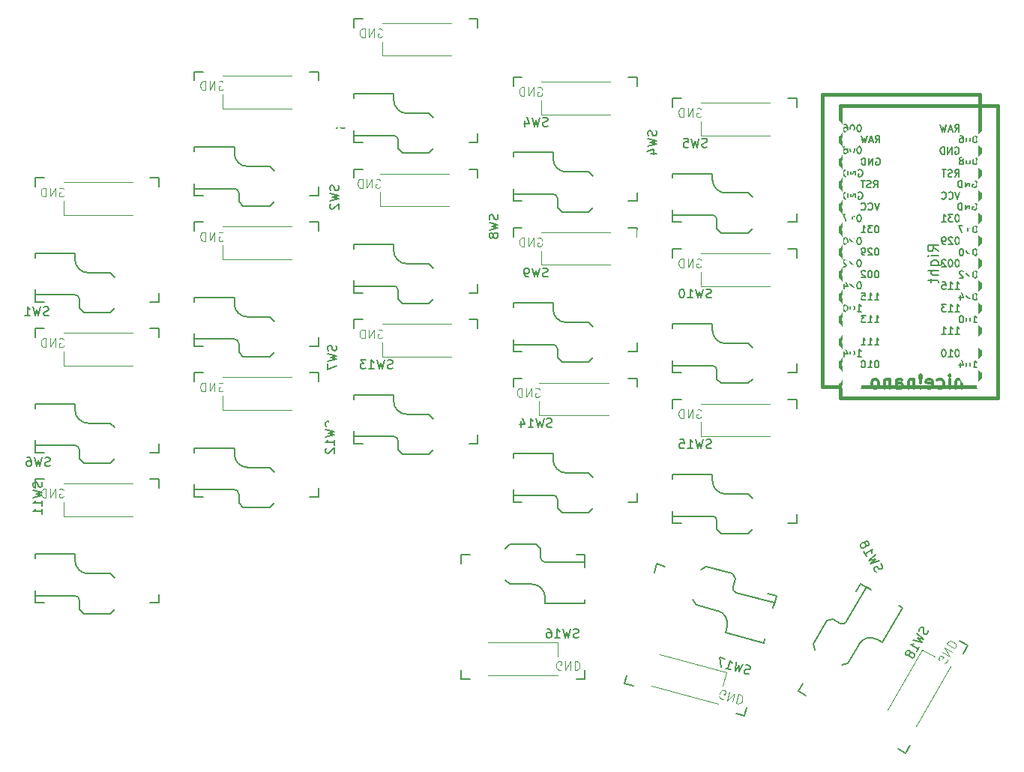
<source format=gbo>
G04 #@! TF.GenerationSoftware,KiCad,Pcbnew,9.0.7*
G04 #@! TF.CreationDate,2026-01-09T01:13:14+01:00*
G04 #@! TF.ProjectId,chocofi,63686f63-6f66-4692-9e6b-696361645f70,2.1*
G04 #@! TF.SameCoordinates,Original*
G04 #@! TF.FileFunction,Legend,Bot*
G04 #@! TF.FilePolarity,Positive*
%FSLAX46Y46*%
G04 Gerber Fmt 4.6, Leading zero omitted, Abs format (unit mm)*
G04 Created by KiCad (PCBNEW 9.0.7) date 2026-01-09 01:13:14*
%MOMM*%
%LPD*%
G01*
G04 APERTURE LIST*
%ADD10C,0.203200*%
%ADD11C,0.150000*%
%ADD12C,0.300000*%
%ADD13C,0.100000*%
%ADD14C,0.381000*%
%ADD15C,0.120000*%
%ADD16C,1.752600*%
G04 APERTURE END LIST*
D10*
X180919575Y-71677143D02*
X180348147Y-71277143D01*
X180919575Y-70991429D02*
X179719575Y-70991429D01*
X179719575Y-70991429D02*
X179719575Y-71448572D01*
X179719575Y-71448572D02*
X179776718Y-71562857D01*
X179776718Y-71562857D02*
X179833861Y-71620000D01*
X179833861Y-71620000D02*
X179948147Y-71677143D01*
X179948147Y-71677143D02*
X180119575Y-71677143D01*
X180119575Y-71677143D02*
X180233861Y-71620000D01*
X180233861Y-71620000D02*
X180291004Y-71562857D01*
X180291004Y-71562857D02*
X180348147Y-71448572D01*
X180348147Y-71448572D02*
X180348147Y-70991429D01*
X180919575Y-72191429D02*
X180119575Y-72191429D01*
X179719575Y-72191429D02*
X179776718Y-72134286D01*
X179776718Y-72134286D02*
X179833861Y-72191429D01*
X179833861Y-72191429D02*
X179776718Y-72248572D01*
X179776718Y-72248572D02*
X179719575Y-72191429D01*
X179719575Y-72191429D02*
X179833861Y-72191429D01*
X180119575Y-73277144D02*
X181091004Y-73277144D01*
X181091004Y-73277144D02*
X181205290Y-73220001D01*
X181205290Y-73220001D02*
X181262433Y-73162858D01*
X181262433Y-73162858D02*
X181319575Y-73048572D01*
X181319575Y-73048572D02*
X181319575Y-72877144D01*
X181319575Y-72877144D02*
X181262433Y-72762858D01*
X180862433Y-73277144D02*
X180919575Y-73162858D01*
X180919575Y-73162858D02*
X180919575Y-72934286D01*
X180919575Y-72934286D02*
X180862433Y-72820001D01*
X180862433Y-72820001D02*
X180805290Y-72762858D01*
X180805290Y-72762858D02*
X180691004Y-72705715D01*
X180691004Y-72705715D02*
X180348147Y-72705715D01*
X180348147Y-72705715D02*
X180233861Y-72762858D01*
X180233861Y-72762858D02*
X180176718Y-72820001D01*
X180176718Y-72820001D02*
X180119575Y-72934286D01*
X180119575Y-72934286D02*
X180119575Y-73162858D01*
X180119575Y-73162858D02*
X180176718Y-73277144D01*
X180919575Y-73848572D02*
X179719575Y-73848572D01*
X180919575Y-74362858D02*
X180291004Y-74362858D01*
X180291004Y-74362858D02*
X180176718Y-74305715D01*
X180176718Y-74305715D02*
X180119575Y-74191429D01*
X180119575Y-74191429D02*
X180119575Y-74020000D01*
X180119575Y-74020000D02*
X180176718Y-73905715D01*
X180176718Y-73905715D02*
X180233861Y-73848572D01*
X180119575Y-74762857D02*
X180119575Y-75220000D01*
X179719575Y-74934286D02*
X180748147Y-74934286D01*
X180748147Y-74934286D02*
X180862433Y-74991429D01*
X180862433Y-74991429D02*
X180919575Y-75105714D01*
X180919575Y-75105714D02*
X180919575Y-75220000D01*
D11*
X185087189Y-73882295D02*
X185010999Y-73882295D01*
X185010999Y-73882295D02*
X184934808Y-73920390D01*
X184934808Y-73920390D02*
X184896713Y-73958485D01*
X184896713Y-73958485D02*
X184858618Y-74034676D01*
X184858618Y-74034676D02*
X184820523Y-74187057D01*
X184820523Y-74187057D02*
X184820523Y-74377533D01*
X184820523Y-74377533D02*
X184858618Y-74529914D01*
X184858618Y-74529914D02*
X184896713Y-74606104D01*
X184896713Y-74606104D02*
X184934808Y-74644200D01*
X184934808Y-74644200D02*
X185010999Y-74682295D01*
X185010999Y-74682295D02*
X185087189Y-74682295D01*
X185087189Y-74682295D02*
X185163380Y-74644200D01*
X185163380Y-74644200D02*
X185201475Y-74606104D01*
X185201475Y-74606104D02*
X185239570Y-74529914D01*
X185239570Y-74529914D02*
X185277666Y-74377533D01*
X185277666Y-74377533D02*
X185277666Y-74187057D01*
X185277666Y-74187057D02*
X185239570Y-74034676D01*
X185239570Y-74034676D02*
X185201475Y-73958485D01*
X185201475Y-73958485D02*
X185163380Y-73920390D01*
X185163380Y-73920390D02*
X185087189Y-73882295D01*
X184515761Y-73958485D02*
X184477665Y-73920390D01*
X184477665Y-73920390D02*
X184401475Y-73882295D01*
X184401475Y-73882295D02*
X184210999Y-73882295D01*
X184210999Y-73882295D02*
X184134808Y-73920390D01*
X184134808Y-73920390D02*
X184096713Y-73958485D01*
X184096713Y-73958485D02*
X184058618Y-74034676D01*
X184058618Y-74034676D02*
X184058618Y-74110866D01*
X184058618Y-74110866D02*
X184096713Y-74225152D01*
X184096713Y-74225152D02*
X184553856Y-74682295D01*
X184553856Y-74682295D02*
X184058618Y-74682295D01*
X183753856Y-73958485D02*
X183715760Y-73920390D01*
X183715760Y-73920390D02*
X183639570Y-73882295D01*
X183639570Y-73882295D02*
X183449094Y-73882295D01*
X183449094Y-73882295D02*
X183372903Y-73920390D01*
X183372903Y-73920390D02*
X183334808Y-73958485D01*
X183334808Y-73958485D02*
X183296713Y-74034676D01*
X183296713Y-74034676D02*
X183296713Y-74110866D01*
X183296713Y-74110866D02*
X183334808Y-74225152D01*
X183334808Y-74225152D02*
X183791951Y-74682295D01*
X183791951Y-74682295D02*
X183296713Y-74682295D01*
X185087189Y-68782295D02*
X185010999Y-68782295D01*
X185010999Y-68782295D02*
X184934808Y-68820390D01*
X184934808Y-68820390D02*
X184896713Y-68858485D01*
X184896713Y-68858485D02*
X184858618Y-68934676D01*
X184858618Y-68934676D02*
X184820523Y-69087057D01*
X184820523Y-69087057D02*
X184820523Y-69277533D01*
X184820523Y-69277533D02*
X184858618Y-69429914D01*
X184858618Y-69429914D02*
X184896713Y-69506104D01*
X184896713Y-69506104D02*
X184934808Y-69544200D01*
X184934808Y-69544200D02*
X185010999Y-69582295D01*
X185010999Y-69582295D02*
X185087189Y-69582295D01*
X185087189Y-69582295D02*
X185163380Y-69544200D01*
X185163380Y-69544200D02*
X185201475Y-69506104D01*
X185201475Y-69506104D02*
X185239570Y-69429914D01*
X185239570Y-69429914D02*
X185277666Y-69277533D01*
X185277666Y-69277533D02*
X185277666Y-69087057D01*
X185277666Y-69087057D02*
X185239570Y-68934676D01*
X185239570Y-68934676D02*
X185201475Y-68858485D01*
X185201475Y-68858485D02*
X185163380Y-68820390D01*
X185163380Y-68820390D02*
X185087189Y-68782295D01*
X184058618Y-69582295D02*
X184515761Y-69582295D01*
X184287189Y-69582295D02*
X184287189Y-68782295D01*
X184287189Y-68782295D02*
X184363380Y-68896580D01*
X184363380Y-68896580D02*
X184439570Y-68972771D01*
X184439570Y-68972771D02*
X184515761Y-69010866D01*
X183791951Y-68782295D02*
X183258617Y-68782295D01*
X183258617Y-68782295D02*
X183601475Y-69582295D01*
X174012808Y-68772295D02*
X173936618Y-68772295D01*
X173936618Y-68772295D02*
X173860427Y-68810390D01*
X173860427Y-68810390D02*
X173822332Y-68848485D01*
X173822332Y-68848485D02*
X173784237Y-68924676D01*
X173784237Y-68924676D02*
X173746142Y-69077057D01*
X173746142Y-69077057D02*
X173746142Y-69267533D01*
X173746142Y-69267533D02*
X173784237Y-69419914D01*
X173784237Y-69419914D02*
X173822332Y-69496104D01*
X173822332Y-69496104D02*
X173860427Y-69534200D01*
X173860427Y-69534200D02*
X173936618Y-69572295D01*
X173936618Y-69572295D02*
X174012808Y-69572295D01*
X174012808Y-69572295D02*
X174088999Y-69534200D01*
X174088999Y-69534200D02*
X174127094Y-69496104D01*
X174127094Y-69496104D02*
X174165189Y-69419914D01*
X174165189Y-69419914D02*
X174203285Y-69267533D01*
X174203285Y-69267533D02*
X174203285Y-69077057D01*
X174203285Y-69077057D02*
X174165189Y-68924676D01*
X174165189Y-68924676D02*
X174127094Y-68848485D01*
X174127094Y-68848485D02*
X174088999Y-68810390D01*
X174088999Y-68810390D02*
X174012808Y-68772295D01*
X173479475Y-68772295D02*
X172984237Y-68772295D01*
X172984237Y-68772295D02*
X173250903Y-69077057D01*
X173250903Y-69077057D02*
X173136618Y-69077057D01*
X173136618Y-69077057D02*
X173060427Y-69115152D01*
X173060427Y-69115152D02*
X173022332Y-69153247D01*
X173022332Y-69153247D02*
X172984237Y-69229438D01*
X172984237Y-69229438D02*
X172984237Y-69419914D01*
X172984237Y-69419914D02*
X173022332Y-69496104D01*
X173022332Y-69496104D02*
X173060427Y-69534200D01*
X173060427Y-69534200D02*
X173136618Y-69572295D01*
X173136618Y-69572295D02*
X173365189Y-69572295D01*
X173365189Y-69572295D02*
X173441380Y-69534200D01*
X173441380Y-69534200D02*
X173479475Y-69496104D01*
X172222332Y-69572295D02*
X172679475Y-69572295D01*
X172450903Y-69572295D02*
X172450903Y-68772295D01*
X172450903Y-68772295D02*
X172527094Y-68886580D01*
X172527094Y-68886580D02*
X172603284Y-68962771D01*
X172603284Y-68962771D02*
X172679475Y-69000866D01*
X174012808Y-71312295D02*
X173936618Y-71312295D01*
X173936618Y-71312295D02*
X173860427Y-71350390D01*
X173860427Y-71350390D02*
X173822332Y-71388485D01*
X173822332Y-71388485D02*
X173784237Y-71464676D01*
X173784237Y-71464676D02*
X173746142Y-71617057D01*
X173746142Y-71617057D02*
X173746142Y-71807533D01*
X173746142Y-71807533D02*
X173784237Y-71959914D01*
X173784237Y-71959914D02*
X173822332Y-72036104D01*
X173822332Y-72036104D02*
X173860427Y-72074200D01*
X173860427Y-72074200D02*
X173936618Y-72112295D01*
X173936618Y-72112295D02*
X174012808Y-72112295D01*
X174012808Y-72112295D02*
X174088999Y-72074200D01*
X174088999Y-72074200D02*
X174127094Y-72036104D01*
X174127094Y-72036104D02*
X174165189Y-71959914D01*
X174165189Y-71959914D02*
X174203285Y-71807533D01*
X174203285Y-71807533D02*
X174203285Y-71617057D01*
X174203285Y-71617057D02*
X174165189Y-71464676D01*
X174165189Y-71464676D02*
X174127094Y-71388485D01*
X174127094Y-71388485D02*
X174088999Y-71350390D01*
X174088999Y-71350390D02*
X174012808Y-71312295D01*
X173441380Y-71388485D02*
X173403284Y-71350390D01*
X173403284Y-71350390D02*
X173327094Y-71312295D01*
X173327094Y-71312295D02*
X173136618Y-71312295D01*
X173136618Y-71312295D02*
X173060427Y-71350390D01*
X173060427Y-71350390D02*
X173022332Y-71388485D01*
X173022332Y-71388485D02*
X172984237Y-71464676D01*
X172984237Y-71464676D02*
X172984237Y-71540866D01*
X172984237Y-71540866D02*
X173022332Y-71655152D01*
X173022332Y-71655152D02*
X173479475Y-72112295D01*
X173479475Y-72112295D02*
X172984237Y-72112295D01*
X172603284Y-72112295D02*
X172450903Y-72112295D01*
X172450903Y-72112295D02*
X172374713Y-72074200D01*
X172374713Y-72074200D02*
X172336617Y-72036104D01*
X172336617Y-72036104D02*
X172260427Y-71921819D01*
X172260427Y-71921819D02*
X172222332Y-71769438D01*
X172222332Y-71769438D02*
X172222332Y-71464676D01*
X172222332Y-71464676D02*
X172260427Y-71388485D01*
X172260427Y-71388485D02*
X172298522Y-71350390D01*
X172298522Y-71350390D02*
X172374713Y-71312295D01*
X172374713Y-71312295D02*
X172527094Y-71312295D01*
X172527094Y-71312295D02*
X172603284Y-71350390D01*
X172603284Y-71350390D02*
X172641379Y-71388485D01*
X172641379Y-71388485D02*
X172679475Y-71464676D01*
X172679475Y-71464676D02*
X172679475Y-71655152D01*
X172679475Y-71655152D02*
X172641379Y-71731342D01*
X172641379Y-71731342D02*
X172603284Y-71769438D01*
X172603284Y-71769438D02*
X172527094Y-71807533D01*
X172527094Y-71807533D02*
X172374713Y-71807533D01*
X172374713Y-71807533D02*
X172298522Y-71769438D01*
X172298522Y-71769438D02*
X172260427Y-71731342D01*
X172260427Y-71731342D02*
X172222332Y-71655152D01*
X173828665Y-59412295D02*
X174095332Y-59031342D01*
X174285808Y-59412295D02*
X174285808Y-58612295D01*
X174285808Y-58612295D02*
X173981046Y-58612295D01*
X173981046Y-58612295D02*
X173904856Y-58650390D01*
X173904856Y-58650390D02*
X173866761Y-58688485D01*
X173866761Y-58688485D02*
X173828665Y-58764676D01*
X173828665Y-58764676D02*
X173828665Y-58878961D01*
X173828665Y-58878961D02*
X173866761Y-58955152D01*
X173866761Y-58955152D02*
X173904856Y-58993247D01*
X173904856Y-58993247D02*
X173981046Y-59031342D01*
X173981046Y-59031342D02*
X174285808Y-59031342D01*
X173523904Y-59183723D02*
X173142951Y-59183723D01*
X173600094Y-59412295D02*
X173333427Y-58612295D01*
X173333427Y-58612295D02*
X173066761Y-59412295D01*
X172876285Y-58612295D02*
X172685809Y-59412295D01*
X172685809Y-59412295D02*
X172533428Y-58840866D01*
X172533428Y-58840866D02*
X172381047Y-59412295D01*
X172381047Y-59412295D02*
X172190571Y-58612295D01*
X185087189Y-61082295D02*
X185010999Y-61082295D01*
X185010999Y-61082295D02*
X184934808Y-61120390D01*
X184934808Y-61120390D02*
X184896713Y-61158485D01*
X184896713Y-61158485D02*
X184858618Y-61234676D01*
X184858618Y-61234676D02*
X184820523Y-61387057D01*
X184820523Y-61387057D02*
X184820523Y-61577533D01*
X184820523Y-61577533D02*
X184858618Y-61729914D01*
X184858618Y-61729914D02*
X184896713Y-61806104D01*
X184896713Y-61806104D02*
X184934808Y-61844200D01*
X184934808Y-61844200D02*
X185010999Y-61882295D01*
X185010999Y-61882295D02*
X185087189Y-61882295D01*
X185087189Y-61882295D02*
X185163380Y-61844200D01*
X185163380Y-61844200D02*
X185201475Y-61806104D01*
X185201475Y-61806104D02*
X185239570Y-61729914D01*
X185239570Y-61729914D02*
X185277666Y-61577533D01*
X185277666Y-61577533D02*
X185277666Y-61387057D01*
X185277666Y-61387057D02*
X185239570Y-61234676D01*
X185239570Y-61234676D02*
X185201475Y-61158485D01*
X185201475Y-61158485D02*
X185163380Y-61120390D01*
X185163380Y-61120390D02*
X185087189Y-61082295D01*
X184325284Y-61082295D02*
X184249094Y-61082295D01*
X184249094Y-61082295D02*
X184172903Y-61120390D01*
X184172903Y-61120390D02*
X184134808Y-61158485D01*
X184134808Y-61158485D02*
X184096713Y-61234676D01*
X184096713Y-61234676D02*
X184058618Y-61387057D01*
X184058618Y-61387057D02*
X184058618Y-61577533D01*
X184058618Y-61577533D02*
X184096713Y-61729914D01*
X184096713Y-61729914D02*
X184134808Y-61806104D01*
X184134808Y-61806104D02*
X184172903Y-61844200D01*
X184172903Y-61844200D02*
X184249094Y-61882295D01*
X184249094Y-61882295D02*
X184325284Y-61882295D01*
X184325284Y-61882295D02*
X184401475Y-61844200D01*
X184401475Y-61844200D02*
X184439570Y-61806104D01*
X184439570Y-61806104D02*
X184477665Y-61729914D01*
X184477665Y-61729914D02*
X184515761Y-61577533D01*
X184515761Y-61577533D02*
X184515761Y-61387057D01*
X184515761Y-61387057D02*
X184477665Y-61234676D01*
X184477665Y-61234676D02*
X184439570Y-61158485D01*
X184439570Y-61158485D02*
X184401475Y-61120390D01*
X184401475Y-61120390D02*
X184325284Y-61082295D01*
X183601475Y-61425152D02*
X183677665Y-61387057D01*
X183677665Y-61387057D02*
X183715760Y-61348961D01*
X183715760Y-61348961D02*
X183753856Y-61272771D01*
X183753856Y-61272771D02*
X183753856Y-61234676D01*
X183753856Y-61234676D02*
X183715760Y-61158485D01*
X183715760Y-61158485D02*
X183677665Y-61120390D01*
X183677665Y-61120390D02*
X183601475Y-61082295D01*
X183601475Y-61082295D02*
X183449094Y-61082295D01*
X183449094Y-61082295D02*
X183372903Y-61120390D01*
X183372903Y-61120390D02*
X183334808Y-61158485D01*
X183334808Y-61158485D02*
X183296713Y-61234676D01*
X183296713Y-61234676D02*
X183296713Y-61272771D01*
X183296713Y-61272771D02*
X183334808Y-61348961D01*
X183334808Y-61348961D02*
X183372903Y-61387057D01*
X183372903Y-61387057D02*
X183449094Y-61425152D01*
X183449094Y-61425152D02*
X183601475Y-61425152D01*
X183601475Y-61425152D02*
X183677665Y-61463247D01*
X183677665Y-61463247D02*
X183715760Y-61501342D01*
X183715760Y-61501342D02*
X183753856Y-61577533D01*
X183753856Y-61577533D02*
X183753856Y-61729914D01*
X183753856Y-61729914D02*
X183715760Y-61806104D01*
X183715760Y-61806104D02*
X183677665Y-61844200D01*
X183677665Y-61844200D02*
X183601475Y-61882295D01*
X183601475Y-61882295D02*
X183449094Y-61882295D01*
X183449094Y-61882295D02*
X183372903Y-61844200D01*
X183372903Y-61844200D02*
X183334808Y-61806104D01*
X183334808Y-61806104D02*
X183296713Y-61729914D01*
X183296713Y-61729914D02*
X183296713Y-61577533D01*
X183296713Y-61577533D02*
X183334808Y-61501342D01*
X183334808Y-61501342D02*
X183372903Y-61463247D01*
X183372903Y-61463247D02*
X183449094Y-61425152D01*
X185087189Y-76392295D02*
X185010999Y-76392295D01*
X185010999Y-76392295D02*
X184934808Y-76430390D01*
X184934808Y-76430390D02*
X184896713Y-76468485D01*
X184896713Y-76468485D02*
X184858618Y-76544676D01*
X184858618Y-76544676D02*
X184820523Y-76697057D01*
X184820523Y-76697057D02*
X184820523Y-76887533D01*
X184820523Y-76887533D02*
X184858618Y-77039914D01*
X184858618Y-77039914D02*
X184896713Y-77116104D01*
X184896713Y-77116104D02*
X184934808Y-77154200D01*
X184934808Y-77154200D02*
X185010999Y-77192295D01*
X185010999Y-77192295D02*
X185087189Y-77192295D01*
X185087189Y-77192295D02*
X185163380Y-77154200D01*
X185163380Y-77154200D02*
X185201475Y-77116104D01*
X185201475Y-77116104D02*
X185239570Y-77039914D01*
X185239570Y-77039914D02*
X185277666Y-76887533D01*
X185277666Y-76887533D02*
X185277666Y-76697057D01*
X185277666Y-76697057D02*
X185239570Y-76544676D01*
X185239570Y-76544676D02*
X185201475Y-76468485D01*
X185201475Y-76468485D02*
X185163380Y-76430390D01*
X185163380Y-76430390D02*
X185087189Y-76392295D01*
X184515761Y-76468485D02*
X184477665Y-76430390D01*
X184477665Y-76430390D02*
X184401475Y-76392295D01*
X184401475Y-76392295D02*
X184210999Y-76392295D01*
X184210999Y-76392295D02*
X184134808Y-76430390D01*
X184134808Y-76430390D02*
X184096713Y-76468485D01*
X184096713Y-76468485D02*
X184058618Y-76544676D01*
X184058618Y-76544676D02*
X184058618Y-76620866D01*
X184058618Y-76620866D02*
X184096713Y-76735152D01*
X184096713Y-76735152D02*
X184553856Y-77192295D01*
X184553856Y-77192295D02*
X184058618Y-77192295D01*
X183372903Y-76658961D02*
X183372903Y-77192295D01*
X183563379Y-76354200D02*
X183753856Y-76925628D01*
X183753856Y-76925628D02*
X183258617Y-76925628D01*
X184820523Y-66270390D02*
X184896713Y-66232295D01*
X184896713Y-66232295D02*
X185010999Y-66232295D01*
X185010999Y-66232295D02*
X185125285Y-66270390D01*
X185125285Y-66270390D02*
X185201475Y-66346580D01*
X185201475Y-66346580D02*
X185239570Y-66422771D01*
X185239570Y-66422771D02*
X185277666Y-66575152D01*
X185277666Y-66575152D02*
X185277666Y-66689438D01*
X185277666Y-66689438D02*
X185239570Y-66841819D01*
X185239570Y-66841819D02*
X185201475Y-66918009D01*
X185201475Y-66918009D02*
X185125285Y-66994200D01*
X185125285Y-66994200D02*
X185010999Y-67032295D01*
X185010999Y-67032295D02*
X184934808Y-67032295D01*
X184934808Y-67032295D02*
X184820523Y-66994200D01*
X184820523Y-66994200D02*
X184782427Y-66956104D01*
X184782427Y-66956104D02*
X184782427Y-66689438D01*
X184782427Y-66689438D02*
X184934808Y-66689438D01*
X184439570Y-67032295D02*
X184439570Y-66232295D01*
X184439570Y-66232295D02*
X183982427Y-67032295D01*
X183982427Y-67032295D02*
X183982427Y-66232295D01*
X183601475Y-67032295D02*
X183601475Y-66232295D01*
X183601475Y-66232295D02*
X183410999Y-66232295D01*
X183410999Y-66232295D02*
X183296713Y-66270390D01*
X183296713Y-66270390D02*
X183220523Y-66346580D01*
X183220523Y-66346580D02*
X183182428Y-66422771D01*
X183182428Y-66422771D02*
X183144332Y-66575152D01*
X183144332Y-66575152D02*
X183144332Y-66689438D01*
X183144332Y-66689438D02*
X183182428Y-66841819D01*
X183182428Y-66841819D02*
X183220523Y-66918009D01*
X183220523Y-66918009D02*
X183296713Y-66994200D01*
X183296713Y-66994200D02*
X183410999Y-67032295D01*
X183410999Y-67032295D02*
X183601475Y-67032295D01*
D12*
X183531714Y-86160328D02*
X183531714Y-87160328D01*
X183531714Y-86303185D02*
X183460285Y-86231757D01*
X183460285Y-86231757D02*
X183317428Y-86160328D01*
X183317428Y-86160328D02*
X183103142Y-86160328D01*
X183103142Y-86160328D02*
X182960285Y-86231757D01*
X182960285Y-86231757D02*
X182888857Y-86374614D01*
X182888857Y-86374614D02*
X182888857Y-87160328D01*
X182174571Y-87160328D02*
X182174571Y-86160328D01*
X182174571Y-85660328D02*
X182245999Y-85731757D01*
X182245999Y-85731757D02*
X182174571Y-85803185D01*
X182174571Y-85803185D02*
X182103142Y-85731757D01*
X182103142Y-85731757D02*
X182174571Y-85660328D01*
X182174571Y-85660328D02*
X182174571Y-85803185D01*
X180817428Y-87088900D02*
X180960285Y-87160328D01*
X180960285Y-87160328D02*
X181245999Y-87160328D01*
X181245999Y-87160328D02*
X181388856Y-87088900D01*
X181388856Y-87088900D02*
X181460285Y-87017471D01*
X181460285Y-87017471D02*
X181531713Y-86874614D01*
X181531713Y-86874614D02*
X181531713Y-86446042D01*
X181531713Y-86446042D02*
X181460285Y-86303185D01*
X181460285Y-86303185D02*
X181388856Y-86231757D01*
X181388856Y-86231757D02*
X181245999Y-86160328D01*
X181245999Y-86160328D02*
X180960285Y-86160328D01*
X180960285Y-86160328D02*
X180817428Y-86231757D01*
X179603142Y-87088900D02*
X179745999Y-87160328D01*
X179745999Y-87160328D02*
X180031714Y-87160328D01*
X180031714Y-87160328D02*
X180174571Y-87088900D01*
X180174571Y-87088900D02*
X180245999Y-86946042D01*
X180245999Y-86946042D02*
X180245999Y-86374614D01*
X180245999Y-86374614D02*
X180174571Y-86231757D01*
X180174571Y-86231757D02*
X180031714Y-86160328D01*
X180031714Y-86160328D02*
X179745999Y-86160328D01*
X179745999Y-86160328D02*
X179603142Y-86231757D01*
X179603142Y-86231757D02*
X179531714Y-86374614D01*
X179531714Y-86374614D02*
X179531714Y-86517471D01*
X179531714Y-86517471D02*
X180245999Y-86660328D01*
X178888857Y-87017471D02*
X178817428Y-87088900D01*
X178817428Y-87088900D02*
X178888857Y-87160328D01*
X178888857Y-87160328D02*
X178960285Y-87088900D01*
X178960285Y-87088900D02*
X178888857Y-87017471D01*
X178888857Y-87017471D02*
X178888857Y-87160328D01*
X178888857Y-86588900D02*
X178960285Y-85731757D01*
X178960285Y-85731757D02*
X178888857Y-85660328D01*
X178888857Y-85660328D02*
X178817428Y-85731757D01*
X178817428Y-85731757D02*
X178888857Y-86588900D01*
X178888857Y-86588900D02*
X178888857Y-85660328D01*
X178174571Y-86160328D02*
X178174571Y-87160328D01*
X178174571Y-86303185D02*
X178103142Y-86231757D01*
X178103142Y-86231757D02*
X177960285Y-86160328D01*
X177960285Y-86160328D02*
X177745999Y-86160328D01*
X177745999Y-86160328D02*
X177603142Y-86231757D01*
X177603142Y-86231757D02*
X177531714Y-86374614D01*
X177531714Y-86374614D02*
X177531714Y-87160328D01*
X176174571Y-87160328D02*
X176174571Y-86374614D01*
X176174571Y-86374614D02*
X176245999Y-86231757D01*
X176245999Y-86231757D02*
X176388856Y-86160328D01*
X176388856Y-86160328D02*
X176674571Y-86160328D01*
X176674571Y-86160328D02*
X176817428Y-86231757D01*
X176174571Y-87088900D02*
X176317428Y-87160328D01*
X176317428Y-87160328D02*
X176674571Y-87160328D01*
X176674571Y-87160328D02*
X176817428Y-87088900D01*
X176817428Y-87088900D02*
X176888856Y-86946042D01*
X176888856Y-86946042D02*
X176888856Y-86803185D01*
X176888856Y-86803185D02*
X176817428Y-86660328D01*
X176817428Y-86660328D02*
X176674571Y-86588900D01*
X176674571Y-86588900D02*
X176317428Y-86588900D01*
X176317428Y-86588900D02*
X176174571Y-86517471D01*
X175460285Y-86160328D02*
X175460285Y-87160328D01*
X175460285Y-86303185D02*
X175388856Y-86231757D01*
X175388856Y-86231757D02*
X175245999Y-86160328D01*
X175245999Y-86160328D02*
X175031713Y-86160328D01*
X175031713Y-86160328D02*
X174888856Y-86231757D01*
X174888856Y-86231757D02*
X174817428Y-86374614D01*
X174817428Y-86374614D02*
X174817428Y-87160328D01*
X173888856Y-87160328D02*
X174031713Y-87088900D01*
X174031713Y-87088900D02*
X174103142Y-87017471D01*
X174103142Y-87017471D02*
X174174570Y-86874614D01*
X174174570Y-86874614D02*
X174174570Y-86446042D01*
X174174570Y-86446042D02*
X174103142Y-86303185D01*
X174103142Y-86303185D02*
X174031713Y-86231757D01*
X174031713Y-86231757D02*
X173888856Y-86160328D01*
X173888856Y-86160328D02*
X173674570Y-86160328D01*
X173674570Y-86160328D02*
X173531713Y-86231757D01*
X173531713Y-86231757D02*
X173460285Y-86303185D01*
X173460285Y-86303185D02*
X173388856Y-86446042D01*
X173388856Y-86446042D02*
X173388856Y-86874614D01*
X173388856Y-86874614D02*
X173460285Y-87017471D01*
X173460285Y-87017471D02*
X173531713Y-87088900D01*
X173531713Y-87088900D02*
X173674570Y-87160328D01*
X173674570Y-87160328D02*
X173888856Y-87160328D01*
D11*
X173904856Y-61190390D02*
X173981046Y-61152295D01*
X173981046Y-61152295D02*
X174095332Y-61152295D01*
X174095332Y-61152295D02*
X174209618Y-61190390D01*
X174209618Y-61190390D02*
X174285808Y-61266580D01*
X174285808Y-61266580D02*
X174323903Y-61342771D01*
X174323903Y-61342771D02*
X174361999Y-61495152D01*
X174361999Y-61495152D02*
X174361999Y-61609438D01*
X174361999Y-61609438D02*
X174323903Y-61761819D01*
X174323903Y-61761819D02*
X174285808Y-61838009D01*
X174285808Y-61838009D02*
X174209618Y-61914200D01*
X174209618Y-61914200D02*
X174095332Y-61952295D01*
X174095332Y-61952295D02*
X174019141Y-61952295D01*
X174019141Y-61952295D02*
X173904856Y-61914200D01*
X173904856Y-61914200D02*
X173866760Y-61876104D01*
X173866760Y-61876104D02*
X173866760Y-61609438D01*
X173866760Y-61609438D02*
X174019141Y-61609438D01*
X173523903Y-61952295D02*
X173523903Y-61152295D01*
X173523903Y-61152295D02*
X173066760Y-61952295D01*
X173066760Y-61952295D02*
X173066760Y-61152295D01*
X172685808Y-61952295D02*
X172685808Y-61152295D01*
X172685808Y-61152295D02*
X172495332Y-61152295D01*
X172495332Y-61152295D02*
X172381046Y-61190390D01*
X172381046Y-61190390D02*
X172304856Y-61266580D01*
X172304856Y-61266580D02*
X172266761Y-61342771D01*
X172266761Y-61342771D02*
X172228665Y-61495152D01*
X172228665Y-61495152D02*
X172228665Y-61609438D01*
X172228665Y-61609438D02*
X172266761Y-61761819D01*
X172266761Y-61761819D02*
X172304856Y-61838009D01*
X172304856Y-61838009D02*
X172381046Y-61914200D01*
X172381046Y-61914200D02*
X172495332Y-61952295D01*
X172495332Y-61952295D02*
X172685808Y-61952295D01*
X173746142Y-82272295D02*
X174203285Y-82272295D01*
X173974713Y-82272295D02*
X173974713Y-81472295D01*
X173974713Y-81472295D02*
X174050904Y-81586580D01*
X174050904Y-81586580D02*
X174127094Y-81662771D01*
X174127094Y-81662771D02*
X174203285Y-81700866D01*
X172984237Y-82272295D02*
X173441380Y-82272295D01*
X173212808Y-82272295D02*
X173212808Y-81472295D01*
X173212808Y-81472295D02*
X173288999Y-81586580D01*
X173288999Y-81586580D02*
X173365189Y-81662771D01*
X173365189Y-81662771D02*
X173441380Y-81700866D01*
X172222332Y-82272295D02*
X172679475Y-82272295D01*
X172450903Y-82272295D02*
X172450903Y-81472295D01*
X172450903Y-81472295D02*
X172527094Y-81586580D01*
X172527094Y-81586580D02*
X172603284Y-81662771D01*
X172603284Y-81662771D02*
X172679475Y-81700866D01*
X174012808Y-73852295D02*
X173936618Y-73852295D01*
X173936618Y-73852295D02*
X173860427Y-73890390D01*
X173860427Y-73890390D02*
X173822332Y-73928485D01*
X173822332Y-73928485D02*
X173784237Y-74004676D01*
X173784237Y-74004676D02*
X173746142Y-74157057D01*
X173746142Y-74157057D02*
X173746142Y-74347533D01*
X173746142Y-74347533D02*
X173784237Y-74499914D01*
X173784237Y-74499914D02*
X173822332Y-74576104D01*
X173822332Y-74576104D02*
X173860427Y-74614200D01*
X173860427Y-74614200D02*
X173936618Y-74652295D01*
X173936618Y-74652295D02*
X174012808Y-74652295D01*
X174012808Y-74652295D02*
X174088999Y-74614200D01*
X174088999Y-74614200D02*
X174127094Y-74576104D01*
X174127094Y-74576104D02*
X174165189Y-74499914D01*
X174165189Y-74499914D02*
X174203285Y-74347533D01*
X174203285Y-74347533D02*
X174203285Y-74157057D01*
X174203285Y-74157057D02*
X174165189Y-74004676D01*
X174165189Y-74004676D02*
X174127094Y-73928485D01*
X174127094Y-73928485D02*
X174088999Y-73890390D01*
X174088999Y-73890390D02*
X174012808Y-73852295D01*
X173250903Y-73852295D02*
X173174713Y-73852295D01*
X173174713Y-73852295D02*
X173098522Y-73890390D01*
X173098522Y-73890390D02*
X173060427Y-73928485D01*
X173060427Y-73928485D02*
X173022332Y-74004676D01*
X173022332Y-74004676D02*
X172984237Y-74157057D01*
X172984237Y-74157057D02*
X172984237Y-74347533D01*
X172984237Y-74347533D02*
X173022332Y-74499914D01*
X173022332Y-74499914D02*
X173060427Y-74576104D01*
X173060427Y-74576104D02*
X173098522Y-74614200D01*
X173098522Y-74614200D02*
X173174713Y-74652295D01*
X173174713Y-74652295D02*
X173250903Y-74652295D01*
X173250903Y-74652295D02*
X173327094Y-74614200D01*
X173327094Y-74614200D02*
X173365189Y-74576104D01*
X173365189Y-74576104D02*
X173403284Y-74499914D01*
X173403284Y-74499914D02*
X173441380Y-74347533D01*
X173441380Y-74347533D02*
X173441380Y-74157057D01*
X173441380Y-74157057D02*
X173403284Y-74004676D01*
X173403284Y-74004676D02*
X173365189Y-73928485D01*
X173365189Y-73928485D02*
X173327094Y-73890390D01*
X173327094Y-73890390D02*
X173250903Y-73852295D01*
X172679475Y-73928485D02*
X172641379Y-73890390D01*
X172641379Y-73890390D02*
X172565189Y-73852295D01*
X172565189Y-73852295D02*
X172374713Y-73852295D01*
X172374713Y-73852295D02*
X172298522Y-73890390D01*
X172298522Y-73890390D02*
X172260427Y-73928485D01*
X172260427Y-73928485D02*
X172222332Y-74004676D01*
X172222332Y-74004676D02*
X172222332Y-74080866D01*
X172222332Y-74080866D02*
X172260427Y-74195152D01*
X172260427Y-74195152D02*
X172717570Y-74652295D01*
X172717570Y-74652295D02*
X172222332Y-74652295D01*
X184820523Y-84812295D02*
X185277666Y-84812295D01*
X185049094Y-84812295D02*
X185049094Y-84012295D01*
X185049094Y-84012295D02*
X185125285Y-84126580D01*
X185125285Y-84126580D02*
X185201475Y-84202771D01*
X185201475Y-84202771D02*
X185277666Y-84240866D01*
X184325284Y-84012295D02*
X184249094Y-84012295D01*
X184249094Y-84012295D02*
X184172903Y-84050390D01*
X184172903Y-84050390D02*
X184134808Y-84088485D01*
X184134808Y-84088485D02*
X184096713Y-84164676D01*
X184096713Y-84164676D02*
X184058618Y-84317057D01*
X184058618Y-84317057D02*
X184058618Y-84507533D01*
X184058618Y-84507533D02*
X184096713Y-84659914D01*
X184096713Y-84659914D02*
X184134808Y-84736104D01*
X184134808Y-84736104D02*
X184172903Y-84774200D01*
X184172903Y-84774200D02*
X184249094Y-84812295D01*
X184249094Y-84812295D02*
X184325284Y-84812295D01*
X184325284Y-84812295D02*
X184401475Y-84774200D01*
X184401475Y-84774200D02*
X184439570Y-84736104D01*
X184439570Y-84736104D02*
X184477665Y-84659914D01*
X184477665Y-84659914D02*
X184515761Y-84507533D01*
X184515761Y-84507533D02*
X184515761Y-84317057D01*
X184515761Y-84317057D02*
X184477665Y-84164676D01*
X184477665Y-84164676D02*
X184439570Y-84088485D01*
X184439570Y-84088485D02*
X184401475Y-84050390D01*
X184401475Y-84050390D02*
X184325284Y-84012295D01*
X183372903Y-84278961D02*
X183372903Y-84812295D01*
X183563379Y-83974200D02*
X183753856Y-84545628D01*
X183753856Y-84545628D02*
X183258617Y-84545628D01*
X174279475Y-66232295D02*
X174012808Y-67032295D01*
X174012808Y-67032295D02*
X173746142Y-66232295D01*
X173022332Y-66956104D02*
X173060428Y-66994200D01*
X173060428Y-66994200D02*
X173174713Y-67032295D01*
X173174713Y-67032295D02*
X173250904Y-67032295D01*
X173250904Y-67032295D02*
X173365190Y-66994200D01*
X173365190Y-66994200D02*
X173441380Y-66918009D01*
X173441380Y-66918009D02*
X173479475Y-66841819D01*
X173479475Y-66841819D02*
X173517571Y-66689438D01*
X173517571Y-66689438D02*
X173517571Y-66575152D01*
X173517571Y-66575152D02*
X173479475Y-66422771D01*
X173479475Y-66422771D02*
X173441380Y-66346580D01*
X173441380Y-66346580D02*
X173365190Y-66270390D01*
X173365190Y-66270390D02*
X173250904Y-66232295D01*
X173250904Y-66232295D02*
X173174713Y-66232295D01*
X173174713Y-66232295D02*
X173060428Y-66270390D01*
X173060428Y-66270390D02*
X173022332Y-66308485D01*
X172222332Y-66956104D02*
X172260428Y-66994200D01*
X172260428Y-66994200D02*
X172374713Y-67032295D01*
X172374713Y-67032295D02*
X172450904Y-67032295D01*
X172450904Y-67032295D02*
X172565190Y-66994200D01*
X172565190Y-66994200D02*
X172641380Y-66918009D01*
X172641380Y-66918009D02*
X172679475Y-66841819D01*
X172679475Y-66841819D02*
X172717571Y-66689438D01*
X172717571Y-66689438D02*
X172717571Y-66575152D01*
X172717571Y-66575152D02*
X172679475Y-66422771D01*
X172679475Y-66422771D02*
X172641380Y-66346580D01*
X172641380Y-66346580D02*
X172565190Y-66270390D01*
X172565190Y-66270390D02*
X172450904Y-66232295D01*
X172450904Y-66232295D02*
X172374713Y-66232295D01*
X172374713Y-66232295D02*
X172260428Y-66270390D01*
X172260428Y-66270390D02*
X172222332Y-66308485D01*
X173746142Y-79732295D02*
X174203285Y-79732295D01*
X173974713Y-79732295D02*
X173974713Y-78932295D01*
X173974713Y-78932295D02*
X174050904Y-79046580D01*
X174050904Y-79046580D02*
X174127094Y-79122771D01*
X174127094Y-79122771D02*
X174203285Y-79160866D01*
X172984237Y-79732295D02*
X173441380Y-79732295D01*
X173212808Y-79732295D02*
X173212808Y-78932295D01*
X173212808Y-78932295D02*
X173288999Y-79046580D01*
X173288999Y-79046580D02*
X173365189Y-79122771D01*
X173365189Y-79122771D02*
X173441380Y-79160866D01*
X172717570Y-78932295D02*
X172222332Y-78932295D01*
X172222332Y-78932295D02*
X172488998Y-79237057D01*
X172488998Y-79237057D02*
X172374713Y-79237057D01*
X172374713Y-79237057D02*
X172298522Y-79275152D01*
X172298522Y-79275152D02*
X172260427Y-79313247D01*
X172260427Y-79313247D02*
X172222332Y-79389438D01*
X172222332Y-79389438D02*
X172222332Y-79579914D01*
X172222332Y-79579914D02*
X172260427Y-79656104D01*
X172260427Y-79656104D02*
X172298522Y-79694200D01*
X172298522Y-79694200D02*
X172374713Y-79732295D01*
X172374713Y-79732295D02*
X172603284Y-79732295D01*
X172603284Y-79732295D02*
X172679475Y-79694200D01*
X172679475Y-79694200D02*
X172717570Y-79656104D01*
X184820523Y-63730390D02*
X184896713Y-63692295D01*
X184896713Y-63692295D02*
X185010999Y-63692295D01*
X185010999Y-63692295D02*
X185125285Y-63730390D01*
X185125285Y-63730390D02*
X185201475Y-63806580D01*
X185201475Y-63806580D02*
X185239570Y-63882771D01*
X185239570Y-63882771D02*
X185277666Y-64035152D01*
X185277666Y-64035152D02*
X185277666Y-64149438D01*
X185277666Y-64149438D02*
X185239570Y-64301819D01*
X185239570Y-64301819D02*
X185201475Y-64378009D01*
X185201475Y-64378009D02*
X185125285Y-64454200D01*
X185125285Y-64454200D02*
X185010999Y-64492295D01*
X185010999Y-64492295D02*
X184934808Y-64492295D01*
X184934808Y-64492295D02*
X184820523Y-64454200D01*
X184820523Y-64454200D02*
X184782427Y-64416104D01*
X184782427Y-64416104D02*
X184782427Y-64149438D01*
X184782427Y-64149438D02*
X184934808Y-64149438D01*
X184439570Y-64492295D02*
X184439570Y-63692295D01*
X184439570Y-63692295D02*
X183982427Y-64492295D01*
X183982427Y-64492295D02*
X183982427Y-63692295D01*
X183601475Y-64492295D02*
X183601475Y-63692295D01*
X183601475Y-63692295D02*
X183410999Y-63692295D01*
X183410999Y-63692295D02*
X183296713Y-63730390D01*
X183296713Y-63730390D02*
X183220523Y-63806580D01*
X183220523Y-63806580D02*
X183182428Y-63882771D01*
X183182428Y-63882771D02*
X183144332Y-64035152D01*
X183144332Y-64035152D02*
X183144332Y-64149438D01*
X183144332Y-64149438D02*
X183182428Y-64301819D01*
X183182428Y-64301819D02*
X183220523Y-64378009D01*
X183220523Y-64378009D02*
X183296713Y-64454200D01*
X183296713Y-64454200D02*
X183410999Y-64492295D01*
X183410999Y-64492295D02*
X183601475Y-64492295D01*
X185087189Y-58612295D02*
X185010999Y-58612295D01*
X185010999Y-58612295D02*
X184934808Y-58650390D01*
X184934808Y-58650390D02*
X184896713Y-58688485D01*
X184896713Y-58688485D02*
X184858618Y-58764676D01*
X184858618Y-58764676D02*
X184820523Y-58917057D01*
X184820523Y-58917057D02*
X184820523Y-59107533D01*
X184820523Y-59107533D02*
X184858618Y-59259914D01*
X184858618Y-59259914D02*
X184896713Y-59336104D01*
X184896713Y-59336104D02*
X184934808Y-59374200D01*
X184934808Y-59374200D02*
X185010999Y-59412295D01*
X185010999Y-59412295D02*
X185087189Y-59412295D01*
X185087189Y-59412295D02*
X185163380Y-59374200D01*
X185163380Y-59374200D02*
X185201475Y-59336104D01*
X185201475Y-59336104D02*
X185239570Y-59259914D01*
X185239570Y-59259914D02*
X185277666Y-59107533D01*
X185277666Y-59107533D02*
X185277666Y-58917057D01*
X185277666Y-58917057D02*
X185239570Y-58764676D01*
X185239570Y-58764676D02*
X185201475Y-58688485D01*
X185201475Y-58688485D02*
X185163380Y-58650390D01*
X185163380Y-58650390D02*
X185087189Y-58612295D01*
X184325284Y-58612295D02*
X184249094Y-58612295D01*
X184249094Y-58612295D02*
X184172903Y-58650390D01*
X184172903Y-58650390D02*
X184134808Y-58688485D01*
X184134808Y-58688485D02*
X184096713Y-58764676D01*
X184096713Y-58764676D02*
X184058618Y-58917057D01*
X184058618Y-58917057D02*
X184058618Y-59107533D01*
X184058618Y-59107533D02*
X184096713Y-59259914D01*
X184096713Y-59259914D02*
X184134808Y-59336104D01*
X184134808Y-59336104D02*
X184172903Y-59374200D01*
X184172903Y-59374200D02*
X184249094Y-59412295D01*
X184249094Y-59412295D02*
X184325284Y-59412295D01*
X184325284Y-59412295D02*
X184401475Y-59374200D01*
X184401475Y-59374200D02*
X184439570Y-59336104D01*
X184439570Y-59336104D02*
X184477665Y-59259914D01*
X184477665Y-59259914D02*
X184515761Y-59107533D01*
X184515761Y-59107533D02*
X184515761Y-58917057D01*
X184515761Y-58917057D02*
X184477665Y-58764676D01*
X184477665Y-58764676D02*
X184439570Y-58688485D01*
X184439570Y-58688485D02*
X184401475Y-58650390D01*
X184401475Y-58650390D02*
X184325284Y-58612295D01*
X183372903Y-58612295D02*
X183525284Y-58612295D01*
X183525284Y-58612295D02*
X183601475Y-58650390D01*
X183601475Y-58650390D02*
X183639570Y-58688485D01*
X183639570Y-58688485D02*
X183715760Y-58802771D01*
X183715760Y-58802771D02*
X183753856Y-58955152D01*
X183753856Y-58955152D02*
X183753856Y-59259914D01*
X183753856Y-59259914D02*
X183715760Y-59336104D01*
X183715760Y-59336104D02*
X183677665Y-59374200D01*
X183677665Y-59374200D02*
X183601475Y-59412295D01*
X183601475Y-59412295D02*
X183449094Y-59412295D01*
X183449094Y-59412295D02*
X183372903Y-59374200D01*
X183372903Y-59374200D02*
X183334808Y-59336104D01*
X183334808Y-59336104D02*
X183296713Y-59259914D01*
X183296713Y-59259914D02*
X183296713Y-59069438D01*
X183296713Y-59069438D02*
X183334808Y-58993247D01*
X183334808Y-58993247D02*
X183372903Y-58955152D01*
X183372903Y-58955152D02*
X183449094Y-58917057D01*
X183449094Y-58917057D02*
X183601475Y-58917057D01*
X183601475Y-58917057D02*
X183677665Y-58955152D01*
X183677665Y-58955152D02*
X183715760Y-58993247D01*
X183715760Y-58993247D02*
X183753856Y-59069438D01*
X184820523Y-79732295D02*
X185277666Y-79732295D01*
X185049094Y-79732295D02*
X185049094Y-78932295D01*
X185049094Y-78932295D02*
X185125285Y-79046580D01*
X185125285Y-79046580D02*
X185201475Y-79122771D01*
X185201475Y-79122771D02*
X185277666Y-79160866D01*
X184325284Y-78932295D02*
X184249094Y-78932295D01*
X184249094Y-78932295D02*
X184172903Y-78970390D01*
X184172903Y-78970390D02*
X184134808Y-79008485D01*
X184134808Y-79008485D02*
X184096713Y-79084676D01*
X184096713Y-79084676D02*
X184058618Y-79237057D01*
X184058618Y-79237057D02*
X184058618Y-79427533D01*
X184058618Y-79427533D02*
X184096713Y-79579914D01*
X184096713Y-79579914D02*
X184134808Y-79656104D01*
X184134808Y-79656104D02*
X184172903Y-79694200D01*
X184172903Y-79694200D02*
X184249094Y-79732295D01*
X184249094Y-79732295D02*
X184325284Y-79732295D01*
X184325284Y-79732295D02*
X184401475Y-79694200D01*
X184401475Y-79694200D02*
X184439570Y-79656104D01*
X184439570Y-79656104D02*
X184477665Y-79579914D01*
X184477665Y-79579914D02*
X184515761Y-79427533D01*
X184515761Y-79427533D02*
X184515761Y-79237057D01*
X184515761Y-79237057D02*
X184477665Y-79084676D01*
X184477665Y-79084676D02*
X184439570Y-79008485D01*
X184439570Y-79008485D02*
X184401475Y-78970390D01*
X184401475Y-78970390D02*
X184325284Y-78932295D01*
X183563379Y-78932295D02*
X183487189Y-78932295D01*
X183487189Y-78932295D02*
X183410998Y-78970390D01*
X183410998Y-78970390D02*
X183372903Y-79008485D01*
X183372903Y-79008485D02*
X183334808Y-79084676D01*
X183334808Y-79084676D02*
X183296713Y-79237057D01*
X183296713Y-79237057D02*
X183296713Y-79427533D01*
X183296713Y-79427533D02*
X183334808Y-79579914D01*
X183334808Y-79579914D02*
X183372903Y-79656104D01*
X183372903Y-79656104D02*
X183410998Y-79694200D01*
X183410998Y-79694200D02*
X183487189Y-79732295D01*
X183487189Y-79732295D02*
X183563379Y-79732295D01*
X183563379Y-79732295D02*
X183639570Y-79694200D01*
X183639570Y-79694200D02*
X183677665Y-79656104D01*
X183677665Y-79656104D02*
X183715760Y-79579914D01*
X183715760Y-79579914D02*
X183753856Y-79427533D01*
X183753856Y-79427533D02*
X183753856Y-79237057D01*
X183753856Y-79237057D02*
X183715760Y-79084676D01*
X183715760Y-79084676D02*
X183677665Y-79008485D01*
X183677665Y-79008485D02*
X183639570Y-78970390D01*
X183639570Y-78970390D02*
X183563379Y-78932295D01*
X174012808Y-84012295D02*
X173936618Y-84012295D01*
X173936618Y-84012295D02*
X173860427Y-84050390D01*
X173860427Y-84050390D02*
X173822332Y-84088485D01*
X173822332Y-84088485D02*
X173784237Y-84164676D01*
X173784237Y-84164676D02*
X173746142Y-84317057D01*
X173746142Y-84317057D02*
X173746142Y-84507533D01*
X173746142Y-84507533D02*
X173784237Y-84659914D01*
X173784237Y-84659914D02*
X173822332Y-84736104D01*
X173822332Y-84736104D02*
X173860427Y-84774200D01*
X173860427Y-84774200D02*
X173936618Y-84812295D01*
X173936618Y-84812295D02*
X174012808Y-84812295D01*
X174012808Y-84812295D02*
X174088999Y-84774200D01*
X174088999Y-84774200D02*
X174127094Y-84736104D01*
X174127094Y-84736104D02*
X174165189Y-84659914D01*
X174165189Y-84659914D02*
X174203285Y-84507533D01*
X174203285Y-84507533D02*
X174203285Y-84317057D01*
X174203285Y-84317057D02*
X174165189Y-84164676D01*
X174165189Y-84164676D02*
X174127094Y-84088485D01*
X174127094Y-84088485D02*
X174088999Y-84050390D01*
X174088999Y-84050390D02*
X174012808Y-84012295D01*
X172984237Y-84812295D02*
X173441380Y-84812295D01*
X173212808Y-84812295D02*
X173212808Y-84012295D01*
X173212808Y-84012295D02*
X173288999Y-84126580D01*
X173288999Y-84126580D02*
X173365189Y-84202771D01*
X173365189Y-84202771D02*
X173441380Y-84240866D01*
X172488998Y-84012295D02*
X172412808Y-84012295D01*
X172412808Y-84012295D02*
X172336617Y-84050390D01*
X172336617Y-84050390D02*
X172298522Y-84088485D01*
X172298522Y-84088485D02*
X172260427Y-84164676D01*
X172260427Y-84164676D02*
X172222332Y-84317057D01*
X172222332Y-84317057D02*
X172222332Y-84507533D01*
X172222332Y-84507533D02*
X172260427Y-84659914D01*
X172260427Y-84659914D02*
X172298522Y-84736104D01*
X172298522Y-84736104D02*
X172336617Y-84774200D01*
X172336617Y-84774200D02*
X172412808Y-84812295D01*
X172412808Y-84812295D02*
X172488998Y-84812295D01*
X172488998Y-84812295D02*
X172565189Y-84774200D01*
X172565189Y-84774200D02*
X172603284Y-84736104D01*
X172603284Y-84736104D02*
X172641379Y-84659914D01*
X172641379Y-84659914D02*
X172679475Y-84507533D01*
X172679475Y-84507533D02*
X172679475Y-84317057D01*
X172679475Y-84317057D02*
X172641379Y-84164676D01*
X172641379Y-84164676D02*
X172603284Y-84088485D01*
X172603284Y-84088485D02*
X172565189Y-84050390D01*
X172565189Y-84050390D02*
X172488998Y-84012295D01*
X173746142Y-77192295D02*
X174203285Y-77192295D01*
X173974713Y-77192295D02*
X173974713Y-76392295D01*
X173974713Y-76392295D02*
X174050904Y-76506580D01*
X174050904Y-76506580D02*
X174127094Y-76582771D01*
X174127094Y-76582771D02*
X174203285Y-76620866D01*
X172984237Y-77192295D02*
X173441380Y-77192295D01*
X173212808Y-77192295D02*
X173212808Y-76392295D01*
X173212808Y-76392295D02*
X173288999Y-76506580D01*
X173288999Y-76506580D02*
X173365189Y-76582771D01*
X173365189Y-76582771D02*
X173441380Y-76620866D01*
X172260427Y-76392295D02*
X172641379Y-76392295D01*
X172641379Y-76392295D02*
X172679475Y-76773247D01*
X172679475Y-76773247D02*
X172641379Y-76735152D01*
X172641379Y-76735152D02*
X172565189Y-76697057D01*
X172565189Y-76697057D02*
X172374713Y-76697057D01*
X172374713Y-76697057D02*
X172298522Y-76735152D01*
X172298522Y-76735152D02*
X172260427Y-76773247D01*
X172260427Y-76773247D02*
X172222332Y-76849438D01*
X172222332Y-76849438D02*
X172222332Y-77039914D01*
X172222332Y-77039914D02*
X172260427Y-77116104D01*
X172260427Y-77116104D02*
X172298522Y-77154200D01*
X172298522Y-77154200D02*
X172374713Y-77192295D01*
X172374713Y-77192295D02*
X172565189Y-77192295D01*
X172565189Y-77192295D02*
X172641379Y-77154200D01*
X172641379Y-77154200D02*
X172679475Y-77116104D01*
X185087189Y-71382295D02*
X185010999Y-71382295D01*
X185010999Y-71382295D02*
X184934808Y-71420390D01*
X184934808Y-71420390D02*
X184896713Y-71458485D01*
X184896713Y-71458485D02*
X184858618Y-71534676D01*
X184858618Y-71534676D02*
X184820523Y-71687057D01*
X184820523Y-71687057D02*
X184820523Y-71877533D01*
X184820523Y-71877533D02*
X184858618Y-72029914D01*
X184858618Y-72029914D02*
X184896713Y-72106104D01*
X184896713Y-72106104D02*
X184934808Y-72144200D01*
X184934808Y-72144200D02*
X185010999Y-72182295D01*
X185010999Y-72182295D02*
X185087189Y-72182295D01*
X185087189Y-72182295D02*
X185163380Y-72144200D01*
X185163380Y-72144200D02*
X185201475Y-72106104D01*
X185201475Y-72106104D02*
X185239570Y-72029914D01*
X185239570Y-72029914D02*
X185277666Y-71877533D01*
X185277666Y-71877533D02*
X185277666Y-71687057D01*
X185277666Y-71687057D02*
X185239570Y-71534676D01*
X185239570Y-71534676D02*
X185201475Y-71458485D01*
X185201475Y-71458485D02*
X185163380Y-71420390D01*
X185163380Y-71420390D02*
X185087189Y-71382295D01*
X184515761Y-71458485D02*
X184477665Y-71420390D01*
X184477665Y-71420390D02*
X184401475Y-71382295D01*
X184401475Y-71382295D02*
X184210999Y-71382295D01*
X184210999Y-71382295D02*
X184134808Y-71420390D01*
X184134808Y-71420390D02*
X184096713Y-71458485D01*
X184096713Y-71458485D02*
X184058618Y-71534676D01*
X184058618Y-71534676D02*
X184058618Y-71610866D01*
X184058618Y-71610866D02*
X184096713Y-71725152D01*
X184096713Y-71725152D02*
X184553856Y-72182295D01*
X184553856Y-72182295D02*
X184058618Y-72182295D01*
X183563379Y-71382295D02*
X183487189Y-71382295D01*
X183487189Y-71382295D02*
X183410998Y-71420390D01*
X183410998Y-71420390D02*
X183372903Y-71458485D01*
X183372903Y-71458485D02*
X183334808Y-71534676D01*
X183334808Y-71534676D02*
X183296713Y-71687057D01*
X183296713Y-71687057D02*
X183296713Y-71877533D01*
X183296713Y-71877533D02*
X183334808Y-72029914D01*
X183334808Y-72029914D02*
X183372903Y-72106104D01*
X183372903Y-72106104D02*
X183410998Y-72144200D01*
X183410998Y-72144200D02*
X183487189Y-72182295D01*
X183487189Y-72182295D02*
X183563379Y-72182295D01*
X183563379Y-72182295D02*
X183639570Y-72144200D01*
X183639570Y-72144200D02*
X183677665Y-72106104D01*
X183677665Y-72106104D02*
X183715760Y-72029914D01*
X183715760Y-72029914D02*
X183753856Y-71877533D01*
X183753856Y-71877533D02*
X183753856Y-71687057D01*
X183753856Y-71687057D02*
X183715760Y-71534676D01*
X183715760Y-71534676D02*
X183677665Y-71458485D01*
X183677665Y-71458485D02*
X183639570Y-71420390D01*
X183639570Y-71420390D02*
X183563379Y-71382295D01*
X173600094Y-64492295D02*
X173866761Y-64111342D01*
X174057237Y-64492295D02*
X174057237Y-63692295D01*
X174057237Y-63692295D02*
X173752475Y-63692295D01*
X173752475Y-63692295D02*
X173676285Y-63730390D01*
X173676285Y-63730390D02*
X173638190Y-63768485D01*
X173638190Y-63768485D02*
X173600094Y-63844676D01*
X173600094Y-63844676D02*
X173600094Y-63958961D01*
X173600094Y-63958961D02*
X173638190Y-64035152D01*
X173638190Y-64035152D02*
X173676285Y-64073247D01*
X173676285Y-64073247D02*
X173752475Y-64111342D01*
X173752475Y-64111342D02*
X174057237Y-64111342D01*
X173295333Y-64454200D02*
X173181047Y-64492295D01*
X173181047Y-64492295D02*
X172990571Y-64492295D01*
X172990571Y-64492295D02*
X172914380Y-64454200D01*
X172914380Y-64454200D02*
X172876285Y-64416104D01*
X172876285Y-64416104D02*
X172838190Y-64339914D01*
X172838190Y-64339914D02*
X172838190Y-64263723D01*
X172838190Y-64263723D02*
X172876285Y-64187533D01*
X172876285Y-64187533D02*
X172914380Y-64149438D01*
X172914380Y-64149438D02*
X172990571Y-64111342D01*
X172990571Y-64111342D02*
X173142952Y-64073247D01*
X173142952Y-64073247D02*
X173219142Y-64035152D01*
X173219142Y-64035152D02*
X173257237Y-63997057D01*
X173257237Y-63997057D02*
X173295333Y-63920866D01*
X173295333Y-63920866D02*
X173295333Y-63844676D01*
X173295333Y-63844676D02*
X173257237Y-63768485D01*
X173257237Y-63768485D02*
X173219142Y-63730390D01*
X173219142Y-63730390D02*
X173142952Y-63692295D01*
X173142952Y-63692295D02*
X172952475Y-63692295D01*
X172952475Y-63692295D02*
X172838190Y-63730390D01*
X172609618Y-63692295D02*
X172152475Y-63692295D01*
X172381047Y-64492295D02*
X172381047Y-63692295D01*
D13*
X99672306Y-52520038D02*
X99767544Y-52472419D01*
X99767544Y-52472419D02*
X99910401Y-52472419D01*
X99910401Y-52472419D02*
X100053258Y-52520038D01*
X100053258Y-52520038D02*
X100148496Y-52615276D01*
X100148496Y-52615276D02*
X100196115Y-52710514D01*
X100196115Y-52710514D02*
X100243734Y-52900990D01*
X100243734Y-52900990D02*
X100243734Y-53043847D01*
X100243734Y-53043847D02*
X100196115Y-53234323D01*
X100196115Y-53234323D02*
X100148496Y-53329561D01*
X100148496Y-53329561D02*
X100053258Y-53424800D01*
X100053258Y-53424800D02*
X99910401Y-53472419D01*
X99910401Y-53472419D02*
X99815163Y-53472419D01*
X99815163Y-53472419D02*
X99672306Y-53424800D01*
X99672306Y-53424800D02*
X99624687Y-53377180D01*
X99624687Y-53377180D02*
X99624687Y-53043847D01*
X99624687Y-53043847D02*
X99815163Y-53043847D01*
X99196115Y-53472419D02*
X99196115Y-52472419D01*
X99196115Y-52472419D02*
X98624687Y-53472419D01*
X98624687Y-53472419D02*
X98624687Y-52472419D01*
X98148496Y-53472419D02*
X98148496Y-52472419D01*
X98148496Y-52472419D02*
X97910401Y-52472419D01*
X97910401Y-52472419D02*
X97767544Y-52520038D01*
X97767544Y-52520038D02*
X97672306Y-52615276D01*
X97672306Y-52615276D02*
X97624687Y-52710514D01*
X97624687Y-52710514D02*
X97577068Y-52900990D01*
X97577068Y-52900990D02*
X97577068Y-53043847D01*
X97577068Y-53043847D02*
X97624687Y-53234323D01*
X97624687Y-53234323D02*
X97672306Y-53329561D01*
X97672306Y-53329561D02*
X97767544Y-53424800D01*
X97767544Y-53424800D02*
X97910401Y-53472419D01*
X97910401Y-53472419D02*
X98148496Y-53472419D01*
X117422306Y-63570038D02*
X117517544Y-63522419D01*
X117517544Y-63522419D02*
X117660401Y-63522419D01*
X117660401Y-63522419D02*
X117803258Y-63570038D01*
X117803258Y-63570038D02*
X117898496Y-63665276D01*
X117898496Y-63665276D02*
X117946115Y-63760514D01*
X117946115Y-63760514D02*
X117993734Y-63950990D01*
X117993734Y-63950990D02*
X117993734Y-64093847D01*
X117993734Y-64093847D02*
X117946115Y-64284323D01*
X117946115Y-64284323D02*
X117898496Y-64379561D01*
X117898496Y-64379561D02*
X117803258Y-64474800D01*
X117803258Y-64474800D02*
X117660401Y-64522419D01*
X117660401Y-64522419D02*
X117565163Y-64522419D01*
X117565163Y-64522419D02*
X117422306Y-64474800D01*
X117422306Y-64474800D02*
X117374687Y-64427180D01*
X117374687Y-64427180D02*
X117374687Y-64093847D01*
X117374687Y-64093847D02*
X117565163Y-64093847D01*
X116946115Y-64522419D02*
X116946115Y-63522419D01*
X116946115Y-63522419D02*
X116374687Y-64522419D01*
X116374687Y-64522419D02*
X116374687Y-63522419D01*
X115898496Y-64522419D02*
X115898496Y-63522419D01*
X115898496Y-63522419D02*
X115660401Y-63522419D01*
X115660401Y-63522419D02*
X115517544Y-63570038D01*
X115517544Y-63570038D02*
X115422306Y-63665276D01*
X115422306Y-63665276D02*
X115374687Y-63760514D01*
X115374687Y-63760514D02*
X115327068Y-63950990D01*
X115327068Y-63950990D02*
X115327068Y-64093847D01*
X115327068Y-64093847D02*
X115374687Y-64284323D01*
X115374687Y-64284323D02*
X115422306Y-64379561D01*
X115422306Y-64379561D02*
X115517544Y-64474800D01*
X115517544Y-64474800D02*
X115660401Y-64522419D01*
X115660401Y-64522419D02*
X115898496Y-64522419D01*
D11*
X149042200Y-58061667D02*
X149089819Y-58204524D01*
X149089819Y-58204524D02*
X149089819Y-58442619D01*
X149089819Y-58442619D02*
X149042200Y-58537857D01*
X149042200Y-58537857D02*
X148994580Y-58585476D01*
X148994580Y-58585476D02*
X148899342Y-58633095D01*
X148899342Y-58633095D02*
X148804104Y-58633095D01*
X148804104Y-58633095D02*
X148708866Y-58585476D01*
X148708866Y-58585476D02*
X148661247Y-58537857D01*
X148661247Y-58537857D02*
X148613628Y-58442619D01*
X148613628Y-58442619D02*
X148566009Y-58252143D01*
X148566009Y-58252143D02*
X148518390Y-58156905D01*
X148518390Y-58156905D02*
X148470771Y-58109286D01*
X148470771Y-58109286D02*
X148375533Y-58061667D01*
X148375533Y-58061667D02*
X148280295Y-58061667D01*
X148280295Y-58061667D02*
X148185057Y-58109286D01*
X148185057Y-58109286D02*
X148137438Y-58156905D01*
X148137438Y-58156905D02*
X148089819Y-58252143D01*
X148089819Y-58252143D02*
X148089819Y-58490238D01*
X148089819Y-58490238D02*
X148137438Y-58633095D01*
X148089819Y-58966429D02*
X149089819Y-59204524D01*
X149089819Y-59204524D02*
X148375533Y-59395000D01*
X148375533Y-59395000D02*
X149089819Y-59585476D01*
X149089819Y-59585476D02*
X148089819Y-59823572D01*
X148423152Y-60633095D02*
X149089819Y-60633095D01*
X148042200Y-60395000D02*
X148756485Y-60156905D01*
X148756485Y-60156905D02*
X148756485Y-60775952D01*
X136798332Y-57522200D02*
X136655475Y-57569819D01*
X136655475Y-57569819D02*
X136417380Y-57569819D01*
X136417380Y-57569819D02*
X136322142Y-57522200D01*
X136322142Y-57522200D02*
X136274523Y-57474580D01*
X136274523Y-57474580D02*
X136226904Y-57379342D01*
X136226904Y-57379342D02*
X136226904Y-57284104D01*
X136226904Y-57284104D02*
X136274523Y-57188866D01*
X136274523Y-57188866D02*
X136322142Y-57141247D01*
X136322142Y-57141247D02*
X136417380Y-57093628D01*
X136417380Y-57093628D02*
X136607856Y-57046009D01*
X136607856Y-57046009D02*
X136703094Y-56998390D01*
X136703094Y-56998390D02*
X136750713Y-56950771D01*
X136750713Y-56950771D02*
X136798332Y-56855533D01*
X136798332Y-56855533D02*
X136798332Y-56760295D01*
X136798332Y-56760295D02*
X136750713Y-56665057D01*
X136750713Y-56665057D02*
X136703094Y-56617438D01*
X136703094Y-56617438D02*
X136607856Y-56569819D01*
X136607856Y-56569819D02*
X136369761Y-56569819D01*
X136369761Y-56569819D02*
X136226904Y-56617438D01*
X135893570Y-56569819D02*
X135655475Y-57569819D01*
X135655475Y-57569819D02*
X135464999Y-56855533D01*
X135464999Y-56855533D02*
X135274523Y-57569819D01*
X135274523Y-57569819D02*
X135036428Y-56569819D01*
X134226904Y-56903152D02*
X134226904Y-57569819D01*
X134464999Y-56522200D02*
X134703094Y-57236485D01*
X134703094Y-57236485D02*
X134084047Y-57236485D01*
X112662200Y-90885476D02*
X112709819Y-91028333D01*
X112709819Y-91028333D02*
X112709819Y-91266428D01*
X112709819Y-91266428D02*
X112662200Y-91361666D01*
X112662200Y-91361666D02*
X112614580Y-91409285D01*
X112614580Y-91409285D02*
X112519342Y-91456904D01*
X112519342Y-91456904D02*
X112424104Y-91456904D01*
X112424104Y-91456904D02*
X112328866Y-91409285D01*
X112328866Y-91409285D02*
X112281247Y-91361666D01*
X112281247Y-91361666D02*
X112233628Y-91266428D01*
X112233628Y-91266428D02*
X112186009Y-91075952D01*
X112186009Y-91075952D02*
X112138390Y-90980714D01*
X112138390Y-90980714D02*
X112090771Y-90933095D01*
X112090771Y-90933095D02*
X111995533Y-90885476D01*
X111995533Y-90885476D02*
X111900295Y-90885476D01*
X111900295Y-90885476D02*
X111805057Y-90933095D01*
X111805057Y-90933095D02*
X111757438Y-90980714D01*
X111757438Y-90980714D02*
X111709819Y-91075952D01*
X111709819Y-91075952D02*
X111709819Y-91314047D01*
X111709819Y-91314047D02*
X111757438Y-91456904D01*
X111709819Y-91790238D02*
X112709819Y-92028333D01*
X112709819Y-92028333D02*
X111995533Y-92218809D01*
X111995533Y-92218809D02*
X112709819Y-92409285D01*
X112709819Y-92409285D02*
X111709819Y-92647381D01*
X112709819Y-93552142D02*
X112709819Y-92980714D01*
X112709819Y-93266428D02*
X111709819Y-93266428D01*
X111709819Y-93266428D02*
X111852676Y-93171190D01*
X111852676Y-93171190D02*
X111947914Y-93075952D01*
X111947914Y-93075952D02*
X111995533Y-92980714D01*
X111805057Y-93933095D02*
X111757438Y-93980714D01*
X111757438Y-93980714D02*
X111709819Y-94075952D01*
X111709819Y-94075952D02*
X111709819Y-94314047D01*
X111709819Y-94314047D02*
X111757438Y-94409285D01*
X111757438Y-94409285D02*
X111805057Y-94456904D01*
X111805057Y-94456904D02*
X111900295Y-94504523D01*
X111900295Y-94504523D02*
X111995533Y-94504523D01*
X111995533Y-94504523D02*
X112138390Y-94456904D01*
X112138390Y-94456904D02*
X112709819Y-93885476D01*
X112709819Y-93885476D02*
X112709819Y-94504523D01*
D13*
X99672306Y-69570038D02*
X99767544Y-69522419D01*
X99767544Y-69522419D02*
X99910401Y-69522419D01*
X99910401Y-69522419D02*
X100053258Y-69570038D01*
X100053258Y-69570038D02*
X100148496Y-69665276D01*
X100148496Y-69665276D02*
X100196115Y-69760514D01*
X100196115Y-69760514D02*
X100243734Y-69950990D01*
X100243734Y-69950990D02*
X100243734Y-70093847D01*
X100243734Y-70093847D02*
X100196115Y-70284323D01*
X100196115Y-70284323D02*
X100148496Y-70379561D01*
X100148496Y-70379561D02*
X100053258Y-70474800D01*
X100053258Y-70474800D02*
X99910401Y-70522419D01*
X99910401Y-70522419D02*
X99815163Y-70522419D01*
X99815163Y-70522419D02*
X99672306Y-70474800D01*
X99672306Y-70474800D02*
X99624687Y-70427180D01*
X99624687Y-70427180D02*
X99624687Y-70093847D01*
X99624687Y-70093847D02*
X99815163Y-70093847D01*
X99196115Y-70522419D02*
X99196115Y-69522419D01*
X99196115Y-69522419D02*
X98624687Y-70522419D01*
X98624687Y-70522419D02*
X98624687Y-69522419D01*
X98148496Y-70522419D02*
X98148496Y-69522419D01*
X98148496Y-69522419D02*
X97910401Y-69522419D01*
X97910401Y-69522419D02*
X97767544Y-69570038D01*
X97767544Y-69570038D02*
X97672306Y-69665276D01*
X97672306Y-69665276D02*
X97624687Y-69760514D01*
X97624687Y-69760514D02*
X97577068Y-69950990D01*
X97577068Y-69950990D02*
X97577068Y-70093847D01*
X97577068Y-70093847D02*
X97624687Y-70284323D01*
X97624687Y-70284323D02*
X97672306Y-70379561D01*
X97672306Y-70379561D02*
X97767544Y-70474800D01*
X97767544Y-70474800D02*
X97910401Y-70522419D01*
X97910401Y-70522419D02*
X98148496Y-70522419D01*
D11*
X159502964Y-119432203D02*
X159352650Y-119441225D01*
X159352650Y-119441225D02*
X159122668Y-119379601D01*
X159122668Y-119379601D02*
X159042999Y-119308956D01*
X159042999Y-119308956D02*
X159009328Y-119250634D01*
X159009328Y-119250634D02*
X158987981Y-119146317D01*
X158987981Y-119146317D02*
X159012630Y-119054324D01*
X159012630Y-119054324D02*
X159083276Y-118974656D01*
X159083276Y-118974656D02*
X159141597Y-118940984D01*
X159141597Y-118940984D02*
X159245915Y-118919637D01*
X159245915Y-118919637D02*
X159442225Y-118922939D01*
X159442225Y-118922939D02*
X159546543Y-118901592D01*
X159546543Y-118901592D02*
X159604864Y-118867920D01*
X159604864Y-118867920D02*
X159675510Y-118788252D01*
X159675510Y-118788252D02*
X159700160Y-118696259D01*
X159700160Y-118696259D02*
X159678813Y-118591942D01*
X159678813Y-118591942D02*
X159645141Y-118533620D01*
X159645141Y-118533620D02*
X159565473Y-118462974D01*
X159565473Y-118462974D02*
X159335490Y-118401351D01*
X159335490Y-118401351D02*
X159185176Y-118410373D01*
X158875526Y-118278104D02*
X158386724Y-119182406D01*
X158386724Y-119182406D02*
X158387609Y-118443160D01*
X158387609Y-118443160D02*
X158018752Y-119083808D01*
X158018752Y-119083808D02*
X158047589Y-118056259D01*
X156914837Y-118788015D02*
X157466795Y-118935912D01*
X157190816Y-118861963D02*
X157449635Y-117896038D01*
X157449635Y-117896038D02*
X157504654Y-118058676D01*
X157504654Y-118058676D02*
X157571997Y-118175319D01*
X157571997Y-118175319D02*
X157651666Y-118245965D01*
X156851681Y-117735816D02*
X156207731Y-117563270D01*
X156207731Y-117563270D02*
X156362880Y-118640118D01*
D13*
X156624834Y-122259845D02*
X156520516Y-122281192D01*
X156520516Y-122281192D02*
X156382527Y-122244217D01*
X156382527Y-122244217D02*
X156256862Y-122161247D01*
X156256862Y-122161247D02*
X156189518Y-122044604D01*
X156189518Y-122044604D02*
X156168171Y-121940287D01*
X156168171Y-121940287D02*
X156171474Y-121743976D01*
X156171474Y-121743976D02*
X156208448Y-121605987D01*
X156208448Y-121605987D02*
X156303743Y-121434326D01*
X156303743Y-121434326D02*
X156374389Y-121354657D01*
X156374389Y-121354657D02*
X156491031Y-121287314D01*
X156491031Y-121287314D02*
X156641346Y-121278292D01*
X156641346Y-121278292D02*
X156733338Y-121302941D01*
X156733338Y-121302941D02*
X156859003Y-121385912D01*
X156859003Y-121385912D02*
X156892675Y-121444233D01*
X156892675Y-121444233D02*
X156806402Y-121766208D01*
X156806402Y-121766208D02*
X156622416Y-121716909D01*
X157331293Y-121463162D02*
X157072474Y-122429088D01*
X157072474Y-122429088D02*
X157883250Y-121611059D01*
X157883250Y-121611059D02*
X157624431Y-122576985D01*
X158343215Y-121734306D02*
X158084396Y-122700232D01*
X158084396Y-122700232D02*
X158314378Y-122761855D01*
X158314378Y-122761855D02*
X158464692Y-122752833D01*
X158464692Y-122752833D02*
X158581335Y-122685490D01*
X158581335Y-122685490D02*
X158651981Y-122605821D01*
X158651981Y-122605821D02*
X158747276Y-122434160D01*
X158747276Y-122434160D02*
X158784250Y-122296171D01*
X158784250Y-122296171D02*
X158787552Y-122099860D01*
X158787552Y-122099860D02*
X158766205Y-121995543D01*
X158766205Y-121995543D02*
X158698862Y-121878900D01*
X158698862Y-121878900D02*
X158573197Y-121795930D01*
X158573197Y-121795930D02*
X158343215Y-121734306D01*
X153672306Y-89570038D02*
X153767544Y-89522419D01*
X153767544Y-89522419D02*
X153910401Y-89522419D01*
X153910401Y-89522419D02*
X154053258Y-89570038D01*
X154053258Y-89570038D02*
X154148496Y-89665276D01*
X154148496Y-89665276D02*
X154196115Y-89760514D01*
X154196115Y-89760514D02*
X154243734Y-89950990D01*
X154243734Y-89950990D02*
X154243734Y-90093847D01*
X154243734Y-90093847D02*
X154196115Y-90284323D01*
X154196115Y-90284323D02*
X154148496Y-90379561D01*
X154148496Y-90379561D02*
X154053258Y-90474800D01*
X154053258Y-90474800D02*
X153910401Y-90522419D01*
X153910401Y-90522419D02*
X153815163Y-90522419D01*
X153815163Y-90522419D02*
X153672306Y-90474800D01*
X153672306Y-90474800D02*
X153624687Y-90427180D01*
X153624687Y-90427180D02*
X153624687Y-90093847D01*
X153624687Y-90093847D02*
X153815163Y-90093847D01*
X153196115Y-90522419D02*
X153196115Y-89522419D01*
X153196115Y-89522419D02*
X152624687Y-90522419D01*
X152624687Y-90522419D02*
X152624687Y-89522419D01*
X152148496Y-90522419D02*
X152148496Y-89522419D01*
X152148496Y-89522419D02*
X151910401Y-89522419D01*
X151910401Y-89522419D02*
X151767544Y-89570038D01*
X151767544Y-89570038D02*
X151672306Y-89665276D01*
X151672306Y-89665276D02*
X151624687Y-89760514D01*
X151624687Y-89760514D02*
X151577068Y-89950990D01*
X151577068Y-89950990D02*
X151577068Y-90093847D01*
X151577068Y-90093847D02*
X151624687Y-90284323D01*
X151624687Y-90284323D02*
X151672306Y-90379561D01*
X151672306Y-90379561D02*
X151767544Y-90474800D01*
X151767544Y-90474800D02*
X151910401Y-90522419D01*
X151910401Y-90522419D02*
X152148496Y-90522419D01*
D11*
X140264523Y-115302200D02*
X140121666Y-115349819D01*
X140121666Y-115349819D02*
X139883571Y-115349819D01*
X139883571Y-115349819D02*
X139788333Y-115302200D01*
X139788333Y-115302200D02*
X139740714Y-115254580D01*
X139740714Y-115254580D02*
X139693095Y-115159342D01*
X139693095Y-115159342D02*
X139693095Y-115064104D01*
X139693095Y-115064104D02*
X139740714Y-114968866D01*
X139740714Y-114968866D02*
X139788333Y-114921247D01*
X139788333Y-114921247D02*
X139883571Y-114873628D01*
X139883571Y-114873628D02*
X140074047Y-114826009D01*
X140074047Y-114826009D02*
X140169285Y-114778390D01*
X140169285Y-114778390D02*
X140216904Y-114730771D01*
X140216904Y-114730771D02*
X140264523Y-114635533D01*
X140264523Y-114635533D02*
X140264523Y-114540295D01*
X140264523Y-114540295D02*
X140216904Y-114445057D01*
X140216904Y-114445057D02*
X140169285Y-114397438D01*
X140169285Y-114397438D02*
X140074047Y-114349819D01*
X140074047Y-114349819D02*
X139835952Y-114349819D01*
X139835952Y-114349819D02*
X139693095Y-114397438D01*
X139359761Y-114349819D02*
X139121666Y-115349819D01*
X139121666Y-115349819D02*
X138931190Y-114635533D01*
X138931190Y-114635533D02*
X138740714Y-115349819D01*
X138740714Y-115349819D02*
X138502619Y-114349819D01*
X137597857Y-115349819D02*
X138169285Y-115349819D01*
X137883571Y-115349819D02*
X137883571Y-114349819D01*
X137883571Y-114349819D02*
X137978809Y-114492676D01*
X137978809Y-114492676D02*
X138074047Y-114587914D01*
X138074047Y-114587914D02*
X138169285Y-114635533D01*
X136740714Y-114349819D02*
X136931190Y-114349819D01*
X136931190Y-114349819D02*
X137026428Y-114397438D01*
X137026428Y-114397438D02*
X137074047Y-114445057D01*
X137074047Y-114445057D02*
X137169285Y-114587914D01*
X137169285Y-114587914D02*
X137216904Y-114778390D01*
X137216904Y-114778390D02*
X137216904Y-115159342D01*
X137216904Y-115159342D02*
X137169285Y-115254580D01*
X137169285Y-115254580D02*
X137121666Y-115302200D01*
X137121666Y-115302200D02*
X137026428Y-115349819D01*
X137026428Y-115349819D02*
X136835952Y-115349819D01*
X136835952Y-115349819D02*
X136740714Y-115302200D01*
X136740714Y-115302200D02*
X136693095Y-115254580D01*
X136693095Y-115254580D02*
X136645476Y-115159342D01*
X136645476Y-115159342D02*
X136645476Y-114921247D01*
X136645476Y-114921247D02*
X136693095Y-114826009D01*
X136693095Y-114826009D02*
X136740714Y-114778390D01*
X136740714Y-114778390D02*
X136835952Y-114730771D01*
X136835952Y-114730771D02*
X137026428Y-114730771D01*
X137026428Y-114730771D02*
X137121666Y-114778390D01*
X137121666Y-114778390D02*
X137169285Y-114826009D01*
X137169285Y-114826009D02*
X137216904Y-114921247D01*
D13*
X81672306Y-64570038D02*
X81767544Y-64522419D01*
X81767544Y-64522419D02*
X81910401Y-64522419D01*
X81910401Y-64522419D02*
X82053258Y-64570038D01*
X82053258Y-64570038D02*
X82148496Y-64665276D01*
X82148496Y-64665276D02*
X82196115Y-64760514D01*
X82196115Y-64760514D02*
X82243734Y-64950990D01*
X82243734Y-64950990D02*
X82243734Y-65093847D01*
X82243734Y-65093847D02*
X82196115Y-65284323D01*
X82196115Y-65284323D02*
X82148496Y-65379561D01*
X82148496Y-65379561D02*
X82053258Y-65474800D01*
X82053258Y-65474800D02*
X81910401Y-65522419D01*
X81910401Y-65522419D02*
X81815163Y-65522419D01*
X81815163Y-65522419D02*
X81672306Y-65474800D01*
X81672306Y-65474800D02*
X81624687Y-65427180D01*
X81624687Y-65427180D02*
X81624687Y-65093847D01*
X81624687Y-65093847D02*
X81815163Y-65093847D01*
X81196115Y-65522419D02*
X81196115Y-64522419D01*
X81196115Y-64522419D02*
X80624687Y-65522419D01*
X80624687Y-65522419D02*
X80624687Y-64522419D01*
X80148496Y-65522419D02*
X80148496Y-64522419D01*
X80148496Y-64522419D02*
X79910401Y-64522419D01*
X79910401Y-64522419D02*
X79767544Y-64570038D01*
X79767544Y-64570038D02*
X79672306Y-64665276D01*
X79672306Y-64665276D02*
X79624687Y-64760514D01*
X79624687Y-64760514D02*
X79577068Y-64950990D01*
X79577068Y-64950990D02*
X79577068Y-65093847D01*
X79577068Y-65093847D02*
X79624687Y-65284323D01*
X79624687Y-65284323D02*
X79672306Y-65379561D01*
X79672306Y-65379561D02*
X79767544Y-65474800D01*
X79767544Y-65474800D02*
X79910401Y-65522419D01*
X79910401Y-65522419D02*
X80148496Y-65522419D01*
D11*
X183087190Y-72602295D02*
X183011000Y-72602295D01*
X183011000Y-72602295D02*
X182934809Y-72640390D01*
X182934809Y-72640390D02*
X182896714Y-72678485D01*
X182896714Y-72678485D02*
X182858619Y-72754676D01*
X182858619Y-72754676D02*
X182820524Y-72907057D01*
X182820524Y-72907057D02*
X182820524Y-73097533D01*
X182820524Y-73097533D02*
X182858619Y-73249914D01*
X182858619Y-73249914D02*
X182896714Y-73326104D01*
X182896714Y-73326104D02*
X182934809Y-73364200D01*
X182934809Y-73364200D02*
X183011000Y-73402295D01*
X183011000Y-73402295D02*
X183087190Y-73402295D01*
X183087190Y-73402295D02*
X183163381Y-73364200D01*
X183163381Y-73364200D02*
X183201476Y-73326104D01*
X183201476Y-73326104D02*
X183239571Y-73249914D01*
X183239571Y-73249914D02*
X183277667Y-73097533D01*
X183277667Y-73097533D02*
X183277667Y-72907057D01*
X183277667Y-72907057D02*
X183239571Y-72754676D01*
X183239571Y-72754676D02*
X183201476Y-72678485D01*
X183201476Y-72678485D02*
X183163381Y-72640390D01*
X183163381Y-72640390D02*
X183087190Y-72602295D01*
X182325285Y-72602295D02*
X182249095Y-72602295D01*
X182249095Y-72602295D02*
X182172904Y-72640390D01*
X182172904Y-72640390D02*
X182134809Y-72678485D01*
X182134809Y-72678485D02*
X182096714Y-72754676D01*
X182096714Y-72754676D02*
X182058619Y-72907057D01*
X182058619Y-72907057D02*
X182058619Y-73097533D01*
X182058619Y-73097533D02*
X182096714Y-73249914D01*
X182096714Y-73249914D02*
X182134809Y-73326104D01*
X182134809Y-73326104D02*
X182172904Y-73364200D01*
X182172904Y-73364200D02*
X182249095Y-73402295D01*
X182249095Y-73402295D02*
X182325285Y-73402295D01*
X182325285Y-73402295D02*
X182401476Y-73364200D01*
X182401476Y-73364200D02*
X182439571Y-73326104D01*
X182439571Y-73326104D02*
X182477666Y-73249914D01*
X182477666Y-73249914D02*
X182515762Y-73097533D01*
X182515762Y-73097533D02*
X182515762Y-72907057D01*
X182515762Y-72907057D02*
X182477666Y-72754676D01*
X182477666Y-72754676D02*
X182439571Y-72678485D01*
X182439571Y-72678485D02*
X182401476Y-72640390D01*
X182401476Y-72640390D02*
X182325285Y-72602295D01*
X181753857Y-72678485D02*
X181715761Y-72640390D01*
X181715761Y-72640390D02*
X181639571Y-72602295D01*
X181639571Y-72602295D02*
X181449095Y-72602295D01*
X181449095Y-72602295D02*
X181372904Y-72640390D01*
X181372904Y-72640390D02*
X181334809Y-72678485D01*
X181334809Y-72678485D02*
X181296714Y-72754676D01*
X181296714Y-72754676D02*
X181296714Y-72830866D01*
X181296714Y-72830866D02*
X181334809Y-72945152D01*
X181334809Y-72945152D02*
X181791952Y-73402295D01*
X181791952Y-73402295D02*
X181296714Y-73402295D01*
X182820524Y-81022295D02*
X183277667Y-81022295D01*
X183049095Y-81022295D02*
X183049095Y-80222295D01*
X183049095Y-80222295D02*
X183125286Y-80336580D01*
X183125286Y-80336580D02*
X183201476Y-80412771D01*
X183201476Y-80412771D02*
X183277667Y-80450866D01*
X182058619Y-81022295D02*
X182515762Y-81022295D01*
X182287190Y-81022295D02*
X182287190Y-80222295D01*
X182287190Y-80222295D02*
X182363381Y-80336580D01*
X182363381Y-80336580D02*
X182439571Y-80412771D01*
X182439571Y-80412771D02*
X182515762Y-80450866D01*
X181296714Y-81022295D02*
X181753857Y-81022295D01*
X181525285Y-81022295D02*
X181525285Y-80222295D01*
X181525285Y-80222295D02*
X181601476Y-80336580D01*
X181601476Y-80336580D02*
X181677666Y-80412771D01*
X181677666Y-80412771D02*
X181753857Y-80450866D01*
X182814190Y-59940390D02*
X182890380Y-59902295D01*
X182890380Y-59902295D02*
X183004666Y-59902295D01*
X183004666Y-59902295D02*
X183118952Y-59940390D01*
X183118952Y-59940390D02*
X183195142Y-60016580D01*
X183195142Y-60016580D02*
X183233237Y-60092771D01*
X183233237Y-60092771D02*
X183271333Y-60245152D01*
X183271333Y-60245152D02*
X183271333Y-60359438D01*
X183271333Y-60359438D02*
X183233237Y-60511819D01*
X183233237Y-60511819D02*
X183195142Y-60588009D01*
X183195142Y-60588009D02*
X183118952Y-60664200D01*
X183118952Y-60664200D02*
X183004666Y-60702295D01*
X183004666Y-60702295D02*
X182928475Y-60702295D01*
X182928475Y-60702295D02*
X182814190Y-60664200D01*
X182814190Y-60664200D02*
X182776094Y-60626104D01*
X182776094Y-60626104D02*
X182776094Y-60359438D01*
X182776094Y-60359438D02*
X182928475Y-60359438D01*
X182433237Y-60702295D02*
X182433237Y-59902295D01*
X182433237Y-59902295D02*
X181976094Y-60702295D01*
X181976094Y-60702295D02*
X181976094Y-59902295D01*
X181595142Y-60702295D02*
X181595142Y-59902295D01*
X181595142Y-59902295D02*
X181404666Y-59902295D01*
X181404666Y-59902295D02*
X181290380Y-59940390D01*
X181290380Y-59940390D02*
X181214190Y-60016580D01*
X181214190Y-60016580D02*
X181176095Y-60092771D01*
X181176095Y-60092771D02*
X181137999Y-60245152D01*
X181137999Y-60245152D02*
X181137999Y-60359438D01*
X181137999Y-60359438D02*
X181176095Y-60511819D01*
X181176095Y-60511819D02*
X181214190Y-60588009D01*
X181214190Y-60588009D02*
X181290380Y-60664200D01*
X181290380Y-60664200D02*
X181404666Y-60702295D01*
X181404666Y-60702295D02*
X181595142Y-60702295D01*
X172012809Y-57362295D02*
X171936619Y-57362295D01*
X171936619Y-57362295D02*
X171860428Y-57400390D01*
X171860428Y-57400390D02*
X171822333Y-57438485D01*
X171822333Y-57438485D02*
X171784238Y-57514676D01*
X171784238Y-57514676D02*
X171746143Y-57667057D01*
X171746143Y-57667057D02*
X171746143Y-57857533D01*
X171746143Y-57857533D02*
X171784238Y-58009914D01*
X171784238Y-58009914D02*
X171822333Y-58086104D01*
X171822333Y-58086104D02*
X171860428Y-58124200D01*
X171860428Y-58124200D02*
X171936619Y-58162295D01*
X171936619Y-58162295D02*
X172012809Y-58162295D01*
X172012809Y-58162295D02*
X172089000Y-58124200D01*
X172089000Y-58124200D02*
X172127095Y-58086104D01*
X172127095Y-58086104D02*
X172165190Y-58009914D01*
X172165190Y-58009914D02*
X172203286Y-57857533D01*
X172203286Y-57857533D02*
X172203286Y-57667057D01*
X172203286Y-57667057D02*
X172165190Y-57514676D01*
X172165190Y-57514676D02*
X172127095Y-57438485D01*
X172127095Y-57438485D02*
X172089000Y-57400390D01*
X172089000Y-57400390D02*
X172012809Y-57362295D01*
X171250904Y-57362295D02*
X171174714Y-57362295D01*
X171174714Y-57362295D02*
X171098523Y-57400390D01*
X171098523Y-57400390D02*
X171060428Y-57438485D01*
X171060428Y-57438485D02*
X171022333Y-57514676D01*
X171022333Y-57514676D02*
X170984238Y-57667057D01*
X170984238Y-57667057D02*
X170984238Y-57857533D01*
X170984238Y-57857533D02*
X171022333Y-58009914D01*
X171022333Y-58009914D02*
X171060428Y-58086104D01*
X171060428Y-58086104D02*
X171098523Y-58124200D01*
X171098523Y-58124200D02*
X171174714Y-58162295D01*
X171174714Y-58162295D02*
X171250904Y-58162295D01*
X171250904Y-58162295D02*
X171327095Y-58124200D01*
X171327095Y-58124200D02*
X171365190Y-58086104D01*
X171365190Y-58086104D02*
X171403285Y-58009914D01*
X171403285Y-58009914D02*
X171441381Y-57857533D01*
X171441381Y-57857533D02*
X171441381Y-57667057D01*
X171441381Y-57667057D02*
X171403285Y-57514676D01*
X171403285Y-57514676D02*
X171365190Y-57438485D01*
X171365190Y-57438485D02*
X171327095Y-57400390D01*
X171327095Y-57400390D02*
X171250904Y-57362295D01*
X170298523Y-57362295D02*
X170450904Y-57362295D01*
X170450904Y-57362295D02*
X170527095Y-57400390D01*
X170527095Y-57400390D02*
X170565190Y-57438485D01*
X170565190Y-57438485D02*
X170641380Y-57552771D01*
X170641380Y-57552771D02*
X170679476Y-57705152D01*
X170679476Y-57705152D02*
X170679476Y-58009914D01*
X170679476Y-58009914D02*
X170641380Y-58086104D01*
X170641380Y-58086104D02*
X170603285Y-58124200D01*
X170603285Y-58124200D02*
X170527095Y-58162295D01*
X170527095Y-58162295D02*
X170374714Y-58162295D01*
X170374714Y-58162295D02*
X170298523Y-58124200D01*
X170298523Y-58124200D02*
X170260428Y-58086104D01*
X170260428Y-58086104D02*
X170222333Y-58009914D01*
X170222333Y-58009914D02*
X170222333Y-57819438D01*
X170222333Y-57819438D02*
X170260428Y-57743247D01*
X170260428Y-57743247D02*
X170298523Y-57705152D01*
X170298523Y-57705152D02*
X170374714Y-57667057D01*
X170374714Y-57667057D02*
X170527095Y-57667057D01*
X170527095Y-57667057D02*
X170603285Y-57705152D01*
X170603285Y-57705152D02*
X170641380Y-57743247D01*
X170641380Y-57743247D02*
X170679476Y-57819438D01*
X172012809Y-59832295D02*
X171936619Y-59832295D01*
X171936619Y-59832295D02*
X171860428Y-59870390D01*
X171860428Y-59870390D02*
X171822333Y-59908485D01*
X171822333Y-59908485D02*
X171784238Y-59984676D01*
X171784238Y-59984676D02*
X171746143Y-60137057D01*
X171746143Y-60137057D02*
X171746143Y-60327533D01*
X171746143Y-60327533D02*
X171784238Y-60479914D01*
X171784238Y-60479914D02*
X171822333Y-60556104D01*
X171822333Y-60556104D02*
X171860428Y-60594200D01*
X171860428Y-60594200D02*
X171936619Y-60632295D01*
X171936619Y-60632295D02*
X172012809Y-60632295D01*
X172012809Y-60632295D02*
X172089000Y-60594200D01*
X172089000Y-60594200D02*
X172127095Y-60556104D01*
X172127095Y-60556104D02*
X172165190Y-60479914D01*
X172165190Y-60479914D02*
X172203286Y-60327533D01*
X172203286Y-60327533D02*
X172203286Y-60137057D01*
X172203286Y-60137057D02*
X172165190Y-59984676D01*
X172165190Y-59984676D02*
X172127095Y-59908485D01*
X172127095Y-59908485D02*
X172089000Y-59870390D01*
X172089000Y-59870390D02*
X172012809Y-59832295D01*
X171250904Y-59832295D02*
X171174714Y-59832295D01*
X171174714Y-59832295D02*
X171098523Y-59870390D01*
X171098523Y-59870390D02*
X171060428Y-59908485D01*
X171060428Y-59908485D02*
X171022333Y-59984676D01*
X171022333Y-59984676D02*
X170984238Y-60137057D01*
X170984238Y-60137057D02*
X170984238Y-60327533D01*
X170984238Y-60327533D02*
X171022333Y-60479914D01*
X171022333Y-60479914D02*
X171060428Y-60556104D01*
X171060428Y-60556104D02*
X171098523Y-60594200D01*
X171098523Y-60594200D02*
X171174714Y-60632295D01*
X171174714Y-60632295D02*
X171250904Y-60632295D01*
X171250904Y-60632295D02*
X171327095Y-60594200D01*
X171327095Y-60594200D02*
X171365190Y-60556104D01*
X171365190Y-60556104D02*
X171403285Y-60479914D01*
X171403285Y-60479914D02*
X171441381Y-60327533D01*
X171441381Y-60327533D02*
X171441381Y-60137057D01*
X171441381Y-60137057D02*
X171403285Y-59984676D01*
X171403285Y-59984676D02*
X171365190Y-59908485D01*
X171365190Y-59908485D02*
X171327095Y-59870390D01*
X171327095Y-59870390D02*
X171250904Y-59832295D01*
X170527095Y-60175152D02*
X170603285Y-60137057D01*
X170603285Y-60137057D02*
X170641380Y-60098961D01*
X170641380Y-60098961D02*
X170679476Y-60022771D01*
X170679476Y-60022771D02*
X170679476Y-59984676D01*
X170679476Y-59984676D02*
X170641380Y-59908485D01*
X170641380Y-59908485D02*
X170603285Y-59870390D01*
X170603285Y-59870390D02*
X170527095Y-59832295D01*
X170527095Y-59832295D02*
X170374714Y-59832295D01*
X170374714Y-59832295D02*
X170298523Y-59870390D01*
X170298523Y-59870390D02*
X170260428Y-59908485D01*
X170260428Y-59908485D02*
X170222333Y-59984676D01*
X170222333Y-59984676D02*
X170222333Y-60022771D01*
X170222333Y-60022771D02*
X170260428Y-60098961D01*
X170260428Y-60098961D02*
X170298523Y-60137057D01*
X170298523Y-60137057D02*
X170374714Y-60175152D01*
X170374714Y-60175152D02*
X170527095Y-60175152D01*
X170527095Y-60175152D02*
X170603285Y-60213247D01*
X170603285Y-60213247D02*
X170641380Y-60251342D01*
X170641380Y-60251342D02*
X170679476Y-60327533D01*
X170679476Y-60327533D02*
X170679476Y-60479914D01*
X170679476Y-60479914D02*
X170641380Y-60556104D01*
X170641380Y-60556104D02*
X170603285Y-60594200D01*
X170603285Y-60594200D02*
X170527095Y-60632295D01*
X170527095Y-60632295D02*
X170374714Y-60632295D01*
X170374714Y-60632295D02*
X170298523Y-60594200D01*
X170298523Y-60594200D02*
X170260428Y-60556104D01*
X170260428Y-60556104D02*
X170222333Y-60479914D01*
X170222333Y-60479914D02*
X170222333Y-60327533D01*
X170222333Y-60327533D02*
X170260428Y-60251342D01*
X170260428Y-60251342D02*
X170298523Y-60213247D01*
X170298523Y-60213247D02*
X170374714Y-60175152D01*
X182820524Y-78482295D02*
X183277667Y-78482295D01*
X183049095Y-78482295D02*
X183049095Y-77682295D01*
X183049095Y-77682295D02*
X183125286Y-77796580D01*
X183125286Y-77796580D02*
X183201476Y-77872771D01*
X183201476Y-77872771D02*
X183277667Y-77910866D01*
X182058619Y-78482295D02*
X182515762Y-78482295D01*
X182287190Y-78482295D02*
X182287190Y-77682295D01*
X182287190Y-77682295D02*
X182363381Y-77796580D01*
X182363381Y-77796580D02*
X182439571Y-77872771D01*
X182439571Y-77872771D02*
X182515762Y-77910866D01*
X181791952Y-77682295D02*
X181296714Y-77682295D01*
X181296714Y-77682295D02*
X181563380Y-77987057D01*
X181563380Y-77987057D02*
X181449095Y-77987057D01*
X181449095Y-77987057D02*
X181372904Y-78025152D01*
X181372904Y-78025152D02*
X181334809Y-78063247D01*
X181334809Y-78063247D02*
X181296714Y-78139438D01*
X181296714Y-78139438D02*
X181296714Y-78329914D01*
X181296714Y-78329914D02*
X181334809Y-78406104D01*
X181334809Y-78406104D02*
X181372904Y-78444200D01*
X181372904Y-78444200D02*
X181449095Y-78482295D01*
X181449095Y-78482295D02*
X181677666Y-78482295D01*
X181677666Y-78482295D02*
X181753857Y-78444200D01*
X181753857Y-78444200D02*
X181791952Y-78406104D01*
X172012809Y-67522295D02*
X171936619Y-67522295D01*
X171936619Y-67522295D02*
X171860428Y-67560390D01*
X171860428Y-67560390D02*
X171822333Y-67598485D01*
X171822333Y-67598485D02*
X171784238Y-67674676D01*
X171784238Y-67674676D02*
X171746143Y-67827057D01*
X171746143Y-67827057D02*
X171746143Y-68017533D01*
X171746143Y-68017533D02*
X171784238Y-68169914D01*
X171784238Y-68169914D02*
X171822333Y-68246104D01*
X171822333Y-68246104D02*
X171860428Y-68284200D01*
X171860428Y-68284200D02*
X171936619Y-68322295D01*
X171936619Y-68322295D02*
X172012809Y-68322295D01*
X172012809Y-68322295D02*
X172089000Y-68284200D01*
X172089000Y-68284200D02*
X172127095Y-68246104D01*
X172127095Y-68246104D02*
X172165190Y-68169914D01*
X172165190Y-68169914D02*
X172203286Y-68017533D01*
X172203286Y-68017533D02*
X172203286Y-67827057D01*
X172203286Y-67827057D02*
X172165190Y-67674676D01*
X172165190Y-67674676D02*
X172127095Y-67598485D01*
X172127095Y-67598485D02*
X172089000Y-67560390D01*
X172089000Y-67560390D02*
X172012809Y-67522295D01*
X170984238Y-68322295D02*
X171441381Y-68322295D01*
X171212809Y-68322295D02*
X171212809Y-67522295D01*
X171212809Y-67522295D02*
X171289000Y-67636580D01*
X171289000Y-67636580D02*
X171365190Y-67712771D01*
X171365190Y-67712771D02*
X171441381Y-67750866D01*
X170717571Y-67522295D02*
X170184237Y-67522295D01*
X170184237Y-67522295D02*
X170527095Y-68322295D01*
X172012809Y-72632295D02*
X171936619Y-72632295D01*
X171936619Y-72632295D02*
X171860428Y-72670390D01*
X171860428Y-72670390D02*
X171822333Y-72708485D01*
X171822333Y-72708485D02*
X171784238Y-72784676D01*
X171784238Y-72784676D02*
X171746143Y-72937057D01*
X171746143Y-72937057D02*
X171746143Y-73127533D01*
X171746143Y-73127533D02*
X171784238Y-73279914D01*
X171784238Y-73279914D02*
X171822333Y-73356104D01*
X171822333Y-73356104D02*
X171860428Y-73394200D01*
X171860428Y-73394200D02*
X171936619Y-73432295D01*
X171936619Y-73432295D02*
X172012809Y-73432295D01*
X172012809Y-73432295D02*
X172089000Y-73394200D01*
X172089000Y-73394200D02*
X172127095Y-73356104D01*
X172127095Y-73356104D02*
X172165190Y-73279914D01*
X172165190Y-73279914D02*
X172203286Y-73127533D01*
X172203286Y-73127533D02*
X172203286Y-72937057D01*
X172203286Y-72937057D02*
X172165190Y-72784676D01*
X172165190Y-72784676D02*
X172127095Y-72708485D01*
X172127095Y-72708485D02*
X172089000Y-72670390D01*
X172089000Y-72670390D02*
X172012809Y-72632295D01*
X171441381Y-72708485D02*
X171403285Y-72670390D01*
X171403285Y-72670390D02*
X171327095Y-72632295D01*
X171327095Y-72632295D02*
X171136619Y-72632295D01*
X171136619Y-72632295D02*
X171060428Y-72670390D01*
X171060428Y-72670390D02*
X171022333Y-72708485D01*
X171022333Y-72708485D02*
X170984238Y-72784676D01*
X170984238Y-72784676D02*
X170984238Y-72860866D01*
X170984238Y-72860866D02*
X171022333Y-72975152D01*
X171022333Y-72975152D02*
X171479476Y-73432295D01*
X171479476Y-73432295D02*
X170984238Y-73432295D01*
X170679476Y-72708485D02*
X170641380Y-72670390D01*
X170641380Y-72670390D02*
X170565190Y-72632295D01*
X170565190Y-72632295D02*
X170374714Y-72632295D01*
X170374714Y-72632295D02*
X170298523Y-72670390D01*
X170298523Y-72670390D02*
X170260428Y-72708485D01*
X170260428Y-72708485D02*
X170222333Y-72784676D01*
X170222333Y-72784676D02*
X170222333Y-72860866D01*
X170222333Y-72860866D02*
X170260428Y-72975152D01*
X170260428Y-72975152D02*
X170717571Y-73432295D01*
X170717571Y-73432295D02*
X170222333Y-73432295D01*
X183087190Y-82762295D02*
X183011000Y-82762295D01*
X183011000Y-82762295D02*
X182934809Y-82800390D01*
X182934809Y-82800390D02*
X182896714Y-82838485D01*
X182896714Y-82838485D02*
X182858619Y-82914676D01*
X182858619Y-82914676D02*
X182820524Y-83067057D01*
X182820524Y-83067057D02*
X182820524Y-83257533D01*
X182820524Y-83257533D02*
X182858619Y-83409914D01*
X182858619Y-83409914D02*
X182896714Y-83486104D01*
X182896714Y-83486104D02*
X182934809Y-83524200D01*
X182934809Y-83524200D02*
X183011000Y-83562295D01*
X183011000Y-83562295D02*
X183087190Y-83562295D01*
X183087190Y-83562295D02*
X183163381Y-83524200D01*
X183163381Y-83524200D02*
X183201476Y-83486104D01*
X183201476Y-83486104D02*
X183239571Y-83409914D01*
X183239571Y-83409914D02*
X183277667Y-83257533D01*
X183277667Y-83257533D02*
X183277667Y-83067057D01*
X183277667Y-83067057D02*
X183239571Y-82914676D01*
X183239571Y-82914676D02*
X183201476Y-82838485D01*
X183201476Y-82838485D02*
X183163381Y-82800390D01*
X183163381Y-82800390D02*
X183087190Y-82762295D01*
X182058619Y-83562295D02*
X182515762Y-83562295D01*
X182287190Y-83562295D02*
X182287190Y-82762295D01*
X182287190Y-82762295D02*
X182363381Y-82876580D01*
X182363381Y-82876580D02*
X182439571Y-82952771D01*
X182439571Y-82952771D02*
X182515762Y-82990866D01*
X181563380Y-82762295D02*
X181487190Y-82762295D01*
X181487190Y-82762295D02*
X181410999Y-82800390D01*
X181410999Y-82800390D02*
X181372904Y-82838485D01*
X181372904Y-82838485D02*
X181334809Y-82914676D01*
X181334809Y-82914676D02*
X181296714Y-83067057D01*
X181296714Y-83067057D02*
X181296714Y-83257533D01*
X181296714Y-83257533D02*
X181334809Y-83409914D01*
X181334809Y-83409914D02*
X181372904Y-83486104D01*
X181372904Y-83486104D02*
X181410999Y-83524200D01*
X181410999Y-83524200D02*
X181487190Y-83562295D01*
X181487190Y-83562295D02*
X181563380Y-83562295D01*
X181563380Y-83562295D02*
X181639571Y-83524200D01*
X181639571Y-83524200D02*
X181677666Y-83486104D01*
X181677666Y-83486104D02*
X181715761Y-83409914D01*
X181715761Y-83409914D02*
X181753857Y-83257533D01*
X181753857Y-83257533D02*
X181753857Y-83067057D01*
X181753857Y-83067057D02*
X181715761Y-82914676D01*
X181715761Y-82914676D02*
X181677666Y-82838485D01*
X181677666Y-82838485D02*
X181639571Y-82800390D01*
X181639571Y-82800390D02*
X181563380Y-82762295D01*
X172012809Y-75132295D02*
X171936619Y-75132295D01*
X171936619Y-75132295D02*
X171860428Y-75170390D01*
X171860428Y-75170390D02*
X171822333Y-75208485D01*
X171822333Y-75208485D02*
X171784238Y-75284676D01*
X171784238Y-75284676D02*
X171746143Y-75437057D01*
X171746143Y-75437057D02*
X171746143Y-75627533D01*
X171746143Y-75627533D02*
X171784238Y-75779914D01*
X171784238Y-75779914D02*
X171822333Y-75856104D01*
X171822333Y-75856104D02*
X171860428Y-75894200D01*
X171860428Y-75894200D02*
X171936619Y-75932295D01*
X171936619Y-75932295D02*
X172012809Y-75932295D01*
X172012809Y-75932295D02*
X172089000Y-75894200D01*
X172089000Y-75894200D02*
X172127095Y-75856104D01*
X172127095Y-75856104D02*
X172165190Y-75779914D01*
X172165190Y-75779914D02*
X172203286Y-75627533D01*
X172203286Y-75627533D02*
X172203286Y-75437057D01*
X172203286Y-75437057D02*
X172165190Y-75284676D01*
X172165190Y-75284676D02*
X172127095Y-75208485D01*
X172127095Y-75208485D02*
X172089000Y-75170390D01*
X172089000Y-75170390D02*
X172012809Y-75132295D01*
X171441381Y-75208485D02*
X171403285Y-75170390D01*
X171403285Y-75170390D02*
X171327095Y-75132295D01*
X171327095Y-75132295D02*
X171136619Y-75132295D01*
X171136619Y-75132295D02*
X171060428Y-75170390D01*
X171060428Y-75170390D02*
X171022333Y-75208485D01*
X171022333Y-75208485D02*
X170984238Y-75284676D01*
X170984238Y-75284676D02*
X170984238Y-75360866D01*
X170984238Y-75360866D02*
X171022333Y-75475152D01*
X171022333Y-75475152D02*
X171479476Y-75932295D01*
X171479476Y-75932295D02*
X170984238Y-75932295D01*
X170298523Y-75398961D02*
X170298523Y-75932295D01*
X170488999Y-75094200D02*
X170679476Y-75665628D01*
X170679476Y-75665628D02*
X170184237Y-75665628D01*
X183087190Y-70062295D02*
X183011000Y-70062295D01*
X183011000Y-70062295D02*
X182934809Y-70100390D01*
X182934809Y-70100390D02*
X182896714Y-70138485D01*
X182896714Y-70138485D02*
X182858619Y-70214676D01*
X182858619Y-70214676D02*
X182820524Y-70367057D01*
X182820524Y-70367057D02*
X182820524Y-70557533D01*
X182820524Y-70557533D02*
X182858619Y-70709914D01*
X182858619Y-70709914D02*
X182896714Y-70786104D01*
X182896714Y-70786104D02*
X182934809Y-70824200D01*
X182934809Y-70824200D02*
X183011000Y-70862295D01*
X183011000Y-70862295D02*
X183087190Y-70862295D01*
X183087190Y-70862295D02*
X183163381Y-70824200D01*
X183163381Y-70824200D02*
X183201476Y-70786104D01*
X183201476Y-70786104D02*
X183239571Y-70709914D01*
X183239571Y-70709914D02*
X183277667Y-70557533D01*
X183277667Y-70557533D02*
X183277667Y-70367057D01*
X183277667Y-70367057D02*
X183239571Y-70214676D01*
X183239571Y-70214676D02*
X183201476Y-70138485D01*
X183201476Y-70138485D02*
X183163381Y-70100390D01*
X183163381Y-70100390D02*
X183087190Y-70062295D01*
X182515762Y-70138485D02*
X182477666Y-70100390D01*
X182477666Y-70100390D02*
X182401476Y-70062295D01*
X182401476Y-70062295D02*
X182211000Y-70062295D01*
X182211000Y-70062295D02*
X182134809Y-70100390D01*
X182134809Y-70100390D02*
X182096714Y-70138485D01*
X182096714Y-70138485D02*
X182058619Y-70214676D01*
X182058619Y-70214676D02*
X182058619Y-70290866D01*
X182058619Y-70290866D02*
X182096714Y-70405152D01*
X182096714Y-70405152D02*
X182553857Y-70862295D01*
X182553857Y-70862295D02*
X182058619Y-70862295D01*
X181677666Y-70862295D02*
X181525285Y-70862295D01*
X181525285Y-70862295D02*
X181449095Y-70824200D01*
X181449095Y-70824200D02*
X181410999Y-70786104D01*
X181410999Y-70786104D02*
X181334809Y-70671819D01*
X181334809Y-70671819D02*
X181296714Y-70519438D01*
X181296714Y-70519438D02*
X181296714Y-70214676D01*
X181296714Y-70214676D02*
X181334809Y-70138485D01*
X181334809Y-70138485D02*
X181372904Y-70100390D01*
X181372904Y-70100390D02*
X181449095Y-70062295D01*
X181449095Y-70062295D02*
X181601476Y-70062295D01*
X181601476Y-70062295D02*
X181677666Y-70100390D01*
X181677666Y-70100390D02*
X181715761Y-70138485D01*
X181715761Y-70138485D02*
X181753857Y-70214676D01*
X181753857Y-70214676D02*
X181753857Y-70405152D01*
X181753857Y-70405152D02*
X181715761Y-70481342D01*
X181715761Y-70481342D02*
X181677666Y-70519438D01*
X181677666Y-70519438D02*
X181601476Y-70557533D01*
X181601476Y-70557533D02*
X181449095Y-70557533D01*
X181449095Y-70557533D02*
X181372904Y-70519438D01*
X181372904Y-70519438D02*
X181334809Y-70481342D01*
X181334809Y-70481342D02*
X181296714Y-70405152D01*
X182820524Y-75942295D02*
X183277667Y-75942295D01*
X183049095Y-75942295D02*
X183049095Y-75142295D01*
X183049095Y-75142295D02*
X183125286Y-75256580D01*
X183125286Y-75256580D02*
X183201476Y-75332771D01*
X183201476Y-75332771D02*
X183277667Y-75370866D01*
X182058619Y-75942295D02*
X182515762Y-75942295D01*
X182287190Y-75942295D02*
X182287190Y-75142295D01*
X182287190Y-75142295D02*
X182363381Y-75256580D01*
X182363381Y-75256580D02*
X182439571Y-75332771D01*
X182439571Y-75332771D02*
X182515762Y-75370866D01*
X181334809Y-75142295D02*
X181715761Y-75142295D01*
X181715761Y-75142295D02*
X181753857Y-75523247D01*
X181753857Y-75523247D02*
X181715761Y-75485152D01*
X181715761Y-75485152D02*
X181639571Y-75447057D01*
X181639571Y-75447057D02*
X181449095Y-75447057D01*
X181449095Y-75447057D02*
X181372904Y-75485152D01*
X181372904Y-75485152D02*
X181334809Y-75523247D01*
X181334809Y-75523247D02*
X181296714Y-75599438D01*
X181296714Y-75599438D02*
X181296714Y-75789914D01*
X181296714Y-75789914D02*
X181334809Y-75866104D01*
X181334809Y-75866104D02*
X181372904Y-75904200D01*
X181372904Y-75904200D02*
X181449095Y-75942295D01*
X181449095Y-75942295D02*
X181639571Y-75942295D01*
X181639571Y-75942295D02*
X181715761Y-75904200D01*
X181715761Y-75904200D02*
X181753857Y-75866104D01*
X182776094Y-63242295D02*
X183042761Y-62861342D01*
X183233237Y-63242295D02*
X183233237Y-62442295D01*
X183233237Y-62442295D02*
X182928475Y-62442295D01*
X182928475Y-62442295D02*
X182852285Y-62480390D01*
X182852285Y-62480390D02*
X182814190Y-62518485D01*
X182814190Y-62518485D02*
X182776094Y-62594676D01*
X182776094Y-62594676D02*
X182776094Y-62708961D01*
X182776094Y-62708961D02*
X182814190Y-62785152D01*
X182814190Y-62785152D02*
X182852285Y-62823247D01*
X182852285Y-62823247D02*
X182928475Y-62861342D01*
X182928475Y-62861342D02*
X183233237Y-62861342D01*
X182471333Y-63204200D02*
X182357047Y-63242295D01*
X182357047Y-63242295D02*
X182166571Y-63242295D01*
X182166571Y-63242295D02*
X182090380Y-63204200D01*
X182090380Y-63204200D02*
X182052285Y-63166104D01*
X182052285Y-63166104D02*
X182014190Y-63089914D01*
X182014190Y-63089914D02*
X182014190Y-63013723D01*
X182014190Y-63013723D02*
X182052285Y-62937533D01*
X182052285Y-62937533D02*
X182090380Y-62899438D01*
X182090380Y-62899438D02*
X182166571Y-62861342D01*
X182166571Y-62861342D02*
X182318952Y-62823247D01*
X182318952Y-62823247D02*
X182395142Y-62785152D01*
X182395142Y-62785152D02*
X182433237Y-62747057D01*
X182433237Y-62747057D02*
X182471333Y-62670866D01*
X182471333Y-62670866D02*
X182471333Y-62594676D01*
X182471333Y-62594676D02*
X182433237Y-62518485D01*
X182433237Y-62518485D02*
X182395142Y-62480390D01*
X182395142Y-62480390D02*
X182318952Y-62442295D01*
X182318952Y-62442295D02*
X182128475Y-62442295D01*
X182128475Y-62442295D02*
X182014190Y-62480390D01*
X181785618Y-62442295D02*
X181328475Y-62442295D01*
X181557047Y-63242295D02*
X181557047Y-62442295D01*
X183353857Y-64982295D02*
X183087190Y-65782295D01*
X183087190Y-65782295D02*
X182820524Y-64982295D01*
X182096714Y-65706104D02*
X182134810Y-65744200D01*
X182134810Y-65744200D02*
X182249095Y-65782295D01*
X182249095Y-65782295D02*
X182325286Y-65782295D01*
X182325286Y-65782295D02*
X182439572Y-65744200D01*
X182439572Y-65744200D02*
X182515762Y-65668009D01*
X182515762Y-65668009D02*
X182553857Y-65591819D01*
X182553857Y-65591819D02*
X182591953Y-65439438D01*
X182591953Y-65439438D02*
X182591953Y-65325152D01*
X182591953Y-65325152D02*
X182553857Y-65172771D01*
X182553857Y-65172771D02*
X182515762Y-65096580D01*
X182515762Y-65096580D02*
X182439572Y-65020390D01*
X182439572Y-65020390D02*
X182325286Y-64982295D01*
X182325286Y-64982295D02*
X182249095Y-64982295D01*
X182249095Y-64982295D02*
X182134810Y-65020390D01*
X182134810Y-65020390D02*
X182096714Y-65058485D01*
X181296714Y-65706104D02*
X181334810Y-65744200D01*
X181334810Y-65744200D02*
X181449095Y-65782295D01*
X181449095Y-65782295D02*
X181525286Y-65782295D01*
X181525286Y-65782295D02*
X181639572Y-65744200D01*
X181639572Y-65744200D02*
X181715762Y-65668009D01*
X181715762Y-65668009D02*
X181753857Y-65591819D01*
X181753857Y-65591819D02*
X181791953Y-65439438D01*
X181791953Y-65439438D02*
X181791953Y-65325152D01*
X181791953Y-65325152D02*
X181753857Y-65172771D01*
X181753857Y-65172771D02*
X181715762Y-65096580D01*
X181715762Y-65096580D02*
X181639572Y-65020390D01*
X181639572Y-65020390D02*
X181525286Y-64982295D01*
X181525286Y-64982295D02*
X181449095Y-64982295D01*
X181449095Y-64982295D02*
X181334810Y-65020390D01*
X181334810Y-65020390D02*
X181296714Y-65058485D01*
X171746143Y-83562295D02*
X172203286Y-83562295D01*
X171974714Y-83562295D02*
X171974714Y-82762295D01*
X171974714Y-82762295D02*
X172050905Y-82876580D01*
X172050905Y-82876580D02*
X172127095Y-82952771D01*
X172127095Y-82952771D02*
X172203286Y-82990866D01*
X171250904Y-82762295D02*
X171174714Y-82762295D01*
X171174714Y-82762295D02*
X171098523Y-82800390D01*
X171098523Y-82800390D02*
X171060428Y-82838485D01*
X171060428Y-82838485D02*
X171022333Y-82914676D01*
X171022333Y-82914676D02*
X170984238Y-83067057D01*
X170984238Y-83067057D02*
X170984238Y-83257533D01*
X170984238Y-83257533D02*
X171022333Y-83409914D01*
X171022333Y-83409914D02*
X171060428Y-83486104D01*
X171060428Y-83486104D02*
X171098523Y-83524200D01*
X171098523Y-83524200D02*
X171174714Y-83562295D01*
X171174714Y-83562295D02*
X171250904Y-83562295D01*
X171250904Y-83562295D02*
X171327095Y-83524200D01*
X171327095Y-83524200D02*
X171365190Y-83486104D01*
X171365190Y-83486104D02*
X171403285Y-83409914D01*
X171403285Y-83409914D02*
X171441381Y-83257533D01*
X171441381Y-83257533D02*
X171441381Y-83067057D01*
X171441381Y-83067057D02*
X171403285Y-82914676D01*
X171403285Y-82914676D02*
X171365190Y-82838485D01*
X171365190Y-82838485D02*
X171327095Y-82800390D01*
X171327095Y-82800390D02*
X171250904Y-82762295D01*
X170298523Y-83028961D02*
X170298523Y-83562295D01*
X170488999Y-82724200D02*
X170679476Y-83295628D01*
X170679476Y-83295628D02*
X170184237Y-83295628D01*
X171898523Y-62480390D02*
X171974713Y-62442295D01*
X171974713Y-62442295D02*
X172088999Y-62442295D01*
X172088999Y-62442295D02*
X172203285Y-62480390D01*
X172203285Y-62480390D02*
X172279475Y-62556580D01*
X172279475Y-62556580D02*
X172317570Y-62632771D01*
X172317570Y-62632771D02*
X172355666Y-62785152D01*
X172355666Y-62785152D02*
X172355666Y-62899438D01*
X172355666Y-62899438D02*
X172317570Y-63051819D01*
X172317570Y-63051819D02*
X172279475Y-63128009D01*
X172279475Y-63128009D02*
X172203285Y-63204200D01*
X172203285Y-63204200D02*
X172088999Y-63242295D01*
X172088999Y-63242295D02*
X172012808Y-63242295D01*
X172012808Y-63242295D02*
X171898523Y-63204200D01*
X171898523Y-63204200D02*
X171860427Y-63166104D01*
X171860427Y-63166104D02*
X171860427Y-62899438D01*
X171860427Y-62899438D02*
X172012808Y-62899438D01*
X171517570Y-63242295D02*
X171517570Y-62442295D01*
X171517570Y-62442295D02*
X171060427Y-63242295D01*
X171060427Y-63242295D02*
X171060427Y-62442295D01*
X170679475Y-63242295D02*
X170679475Y-62442295D01*
X170679475Y-62442295D02*
X170488999Y-62442295D01*
X170488999Y-62442295D02*
X170374713Y-62480390D01*
X170374713Y-62480390D02*
X170298523Y-62556580D01*
X170298523Y-62556580D02*
X170260428Y-62632771D01*
X170260428Y-62632771D02*
X170222332Y-62785152D01*
X170222332Y-62785152D02*
X170222332Y-62899438D01*
X170222332Y-62899438D02*
X170260428Y-63051819D01*
X170260428Y-63051819D02*
X170298523Y-63128009D01*
X170298523Y-63128009D02*
X170374713Y-63204200D01*
X170374713Y-63204200D02*
X170488999Y-63242295D01*
X170488999Y-63242295D02*
X170679475Y-63242295D01*
X183087190Y-67522295D02*
X183011000Y-67522295D01*
X183011000Y-67522295D02*
X182934809Y-67560390D01*
X182934809Y-67560390D02*
X182896714Y-67598485D01*
X182896714Y-67598485D02*
X182858619Y-67674676D01*
X182858619Y-67674676D02*
X182820524Y-67827057D01*
X182820524Y-67827057D02*
X182820524Y-68017533D01*
X182820524Y-68017533D02*
X182858619Y-68169914D01*
X182858619Y-68169914D02*
X182896714Y-68246104D01*
X182896714Y-68246104D02*
X182934809Y-68284200D01*
X182934809Y-68284200D02*
X183011000Y-68322295D01*
X183011000Y-68322295D02*
X183087190Y-68322295D01*
X183087190Y-68322295D02*
X183163381Y-68284200D01*
X183163381Y-68284200D02*
X183201476Y-68246104D01*
X183201476Y-68246104D02*
X183239571Y-68169914D01*
X183239571Y-68169914D02*
X183277667Y-68017533D01*
X183277667Y-68017533D02*
X183277667Y-67827057D01*
X183277667Y-67827057D02*
X183239571Y-67674676D01*
X183239571Y-67674676D02*
X183201476Y-67598485D01*
X183201476Y-67598485D02*
X183163381Y-67560390D01*
X183163381Y-67560390D02*
X183087190Y-67522295D01*
X182553857Y-67522295D02*
X182058619Y-67522295D01*
X182058619Y-67522295D02*
X182325285Y-67827057D01*
X182325285Y-67827057D02*
X182211000Y-67827057D01*
X182211000Y-67827057D02*
X182134809Y-67865152D01*
X182134809Y-67865152D02*
X182096714Y-67903247D01*
X182096714Y-67903247D02*
X182058619Y-67979438D01*
X182058619Y-67979438D02*
X182058619Y-68169914D01*
X182058619Y-68169914D02*
X182096714Y-68246104D01*
X182096714Y-68246104D02*
X182134809Y-68284200D01*
X182134809Y-68284200D02*
X182211000Y-68322295D01*
X182211000Y-68322295D02*
X182439571Y-68322295D01*
X182439571Y-68322295D02*
X182515762Y-68284200D01*
X182515762Y-68284200D02*
X182553857Y-68246104D01*
X181296714Y-68322295D02*
X181753857Y-68322295D01*
X181525285Y-68322295D02*
X181525285Y-67522295D01*
X181525285Y-67522295D02*
X181601476Y-67636580D01*
X181601476Y-67636580D02*
X181677666Y-67712771D01*
X181677666Y-67712771D02*
X181753857Y-67750866D01*
X172012809Y-70132295D02*
X171936619Y-70132295D01*
X171936619Y-70132295D02*
X171860428Y-70170390D01*
X171860428Y-70170390D02*
X171822333Y-70208485D01*
X171822333Y-70208485D02*
X171784238Y-70284676D01*
X171784238Y-70284676D02*
X171746143Y-70437057D01*
X171746143Y-70437057D02*
X171746143Y-70627533D01*
X171746143Y-70627533D02*
X171784238Y-70779914D01*
X171784238Y-70779914D02*
X171822333Y-70856104D01*
X171822333Y-70856104D02*
X171860428Y-70894200D01*
X171860428Y-70894200D02*
X171936619Y-70932295D01*
X171936619Y-70932295D02*
X172012809Y-70932295D01*
X172012809Y-70932295D02*
X172089000Y-70894200D01*
X172089000Y-70894200D02*
X172127095Y-70856104D01*
X172127095Y-70856104D02*
X172165190Y-70779914D01*
X172165190Y-70779914D02*
X172203286Y-70627533D01*
X172203286Y-70627533D02*
X172203286Y-70437057D01*
X172203286Y-70437057D02*
X172165190Y-70284676D01*
X172165190Y-70284676D02*
X172127095Y-70208485D01*
X172127095Y-70208485D02*
X172089000Y-70170390D01*
X172089000Y-70170390D02*
X172012809Y-70132295D01*
X171441381Y-70208485D02*
X171403285Y-70170390D01*
X171403285Y-70170390D02*
X171327095Y-70132295D01*
X171327095Y-70132295D02*
X171136619Y-70132295D01*
X171136619Y-70132295D02*
X171060428Y-70170390D01*
X171060428Y-70170390D02*
X171022333Y-70208485D01*
X171022333Y-70208485D02*
X170984238Y-70284676D01*
X170984238Y-70284676D02*
X170984238Y-70360866D01*
X170984238Y-70360866D02*
X171022333Y-70475152D01*
X171022333Y-70475152D02*
X171479476Y-70932295D01*
X171479476Y-70932295D02*
X170984238Y-70932295D01*
X170488999Y-70132295D02*
X170412809Y-70132295D01*
X170412809Y-70132295D02*
X170336618Y-70170390D01*
X170336618Y-70170390D02*
X170298523Y-70208485D01*
X170298523Y-70208485D02*
X170260428Y-70284676D01*
X170260428Y-70284676D02*
X170222333Y-70437057D01*
X170222333Y-70437057D02*
X170222333Y-70627533D01*
X170222333Y-70627533D02*
X170260428Y-70779914D01*
X170260428Y-70779914D02*
X170298523Y-70856104D01*
X170298523Y-70856104D02*
X170336618Y-70894200D01*
X170336618Y-70894200D02*
X170412809Y-70932295D01*
X170412809Y-70932295D02*
X170488999Y-70932295D01*
X170488999Y-70932295D02*
X170565190Y-70894200D01*
X170565190Y-70894200D02*
X170603285Y-70856104D01*
X170603285Y-70856104D02*
X170641380Y-70779914D01*
X170641380Y-70779914D02*
X170679476Y-70627533D01*
X170679476Y-70627533D02*
X170679476Y-70437057D01*
X170679476Y-70437057D02*
X170641380Y-70284676D01*
X170641380Y-70284676D02*
X170603285Y-70208485D01*
X170603285Y-70208485D02*
X170565190Y-70170390D01*
X170565190Y-70170390D02*
X170488999Y-70132295D01*
X171746143Y-78482295D02*
X172203286Y-78482295D01*
X171974714Y-78482295D02*
X171974714Y-77682295D01*
X171974714Y-77682295D02*
X172050905Y-77796580D01*
X172050905Y-77796580D02*
X172127095Y-77872771D01*
X172127095Y-77872771D02*
X172203286Y-77910866D01*
X171250904Y-77682295D02*
X171174714Y-77682295D01*
X171174714Y-77682295D02*
X171098523Y-77720390D01*
X171098523Y-77720390D02*
X171060428Y-77758485D01*
X171060428Y-77758485D02*
X171022333Y-77834676D01*
X171022333Y-77834676D02*
X170984238Y-77987057D01*
X170984238Y-77987057D02*
X170984238Y-78177533D01*
X170984238Y-78177533D02*
X171022333Y-78329914D01*
X171022333Y-78329914D02*
X171060428Y-78406104D01*
X171060428Y-78406104D02*
X171098523Y-78444200D01*
X171098523Y-78444200D02*
X171174714Y-78482295D01*
X171174714Y-78482295D02*
X171250904Y-78482295D01*
X171250904Y-78482295D02*
X171327095Y-78444200D01*
X171327095Y-78444200D02*
X171365190Y-78406104D01*
X171365190Y-78406104D02*
X171403285Y-78329914D01*
X171403285Y-78329914D02*
X171441381Y-78177533D01*
X171441381Y-78177533D02*
X171441381Y-77987057D01*
X171441381Y-77987057D02*
X171403285Y-77834676D01*
X171403285Y-77834676D02*
X171365190Y-77758485D01*
X171365190Y-77758485D02*
X171327095Y-77720390D01*
X171327095Y-77720390D02*
X171250904Y-77682295D01*
X170488999Y-77682295D02*
X170412809Y-77682295D01*
X170412809Y-77682295D02*
X170336618Y-77720390D01*
X170336618Y-77720390D02*
X170298523Y-77758485D01*
X170298523Y-77758485D02*
X170260428Y-77834676D01*
X170260428Y-77834676D02*
X170222333Y-77987057D01*
X170222333Y-77987057D02*
X170222333Y-78177533D01*
X170222333Y-78177533D02*
X170260428Y-78329914D01*
X170260428Y-78329914D02*
X170298523Y-78406104D01*
X170298523Y-78406104D02*
X170336618Y-78444200D01*
X170336618Y-78444200D02*
X170412809Y-78482295D01*
X170412809Y-78482295D02*
X170488999Y-78482295D01*
X170488999Y-78482295D02*
X170565190Y-78444200D01*
X170565190Y-78444200D02*
X170603285Y-78406104D01*
X170603285Y-78406104D02*
X170641380Y-78329914D01*
X170641380Y-78329914D02*
X170679476Y-78177533D01*
X170679476Y-78177533D02*
X170679476Y-77987057D01*
X170679476Y-77987057D02*
X170641380Y-77834676D01*
X170641380Y-77834676D02*
X170603285Y-77758485D01*
X170603285Y-77758485D02*
X170565190Y-77720390D01*
X170565190Y-77720390D02*
X170488999Y-77682295D01*
X182776095Y-58162295D02*
X183042762Y-57781342D01*
X183233238Y-58162295D02*
X183233238Y-57362295D01*
X183233238Y-57362295D02*
X182928476Y-57362295D01*
X182928476Y-57362295D02*
X182852286Y-57400390D01*
X182852286Y-57400390D02*
X182814191Y-57438485D01*
X182814191Y-57438485D02*
X182776095Y-57514676D01*
X182776095Y-57514676D02*
X182776095Y-57628961D01*
X182776095Y-57628961D02*
X182814191Y-57705152D01*
X182814191Y-57705152D02*
X182852286Y-57743247D01*
X182852286Y-57743247D02*
X182928476Y-57781342D01*
X182928476Y-57781342D02*
X183233238Y-57781342D01*
X182471334Y-57933723D02*
X182090381Y-57933723D01*
X182547524Y-58162295D02*
X182280857Y-57362295D01*
X182280857Y-57362295D02*
X182014191Y-58162295D01*
X181823715Y-57362295D02*
X181633239Y-58162295D01*
X181633239Y-58162295D02*
X181480858Y-57590866D01*
X181480858Y-57590866D02*
X181328477Y-58162295D01*
X181328477Y-58162295D02*
X181138001Y-57362295D01*
X171898523Y-65020390D02*
X171974713Y-64982295D01*
X171974713Y-64982295D02*
X172088999Y-64982295D01*
X172088999Y-64982295D02*
X172203285Y-65020390D01*
X172203285Y-65020390D02*
X172279475Y-65096580D01*
X172279475Y-65096580D02*
X172317570Y-65172771D01*
X172317570Y-65172771D02*
X172355666Y-65325152D01*
X172355666Y-65325152D02*
X172355666Y-65439438D01*
X172355666Y-65439438D02*
X172317570Y-65591819D01*
X172317570Y-65591819D02*
X172279475Y-65668009D01*
X172279475Y-65668009D02*
X172203285Y-65744200D01*
X172203285Y-65744200D02*
X172088999Y-65782295D01*
X172088999Y-65782295D02*
X172012808Y-65782295D01*
X172012808Y-65782295D02*
X171898523Y-65744200D01*
X171898523Y-65744200D02*
X171860427Y-65706104D01*
X171860427Y-65706104D02*
X171860427Y-65439438D01*
X171860427Y-65439438D02*
X172012808Y-65439438D01*
X171517570Y-65782295D02*
X171517570Y-64982295D01*
X171517570Y-64982295D02*
X171060427Y-65782295D01*
X171060427Y-65782295D02*
X171060427Y-64982295D01*
X170679475Y-65782295D02*
X170679475Y-64982295D01*
X170679475Y-64982295D02*
X170488999Y-64982295D01*
X170488999Y-64982295D02*
X170374713Y-65020390D01*
X170374713Y-65020390D02*
X170298523Y-65096580D01*
X170298523Y-65096580D02*
X170260428Y-65172771D01*
X170260428Y-65172771D02*
X170222332Y-65325152D01*
X170222332Y-65325152D02*
X170222332Y-65439438D01*
X170222332Y-65439438D02*
X170260428Y-65591819D01*
X170260428Y-65591819D02*
X170298523Y-65668009D01*
X170298523Y-65668009D02*
X170374713Y-65744200D01*
X170374713Y-65744200D02*
X170488999Y-65782295D01*
X170488999Y-65782295D02*
X170679475Y-65782295D01*
X137274523Y-91527200D02*
X137131666Y-91574819D01*
X137131666Y-91574819D02*
X136893571Y-91574819D01*
X136893571Y-91574819D02*
X136798333Y-91527200D01*
X136798333Y-91527200D02*
X136750714Y-91479580D01*
X136750714Y-91479580D02*
X136703095Y-91384342D01*
X136703095Y-91384342D02*
X136703095Y-91289104D01*
X136703095Y-91289104D02*
X136750714Y-91193866D01*
X136750714Y-91193866D02*
X136798333Y-91146247D01*
X136798333Y-91146247D02*
X136893571Y-91098628D01*
X136893571Y-91098628D02*
X137084047Y-91051009D01*
X137084047Y-91051009D02*
X137179285Y-91003390D01*
X137179285Y-91003390D02*
X137226904Y-90955771D01*
X137226904Y-90955771D02*
X137274523Y-90860533D01*
X137274523Y-90860533D02*
X137274523Y-90765295D01*
X137274523Y-90765295D02*
X137226904Y-90670057D01*
X137226904Y-90670057D02*
X137179285Y-90622438D01*
X137179285Y-90622438D02*
X137084047Y-90574819D01*
X137084047Y-90574819D02*
X136845952Y-90574819D01*
X136845952Y-90574819D02*
X136703095Y-90622438D01*
X136369761Y-90574819D02*
X136131666Y-91574819D01*
X136131666Y-91574819D02*
X135941190Y-90860533D01*
X135941190Y-90860533D02*
X135750714Y-91574819D01*
X135750714Y-91574819D02*
X135512619Y-90574819D01*
X134607857Y-91574819D02*
X135179285Y-91574819D01*
X134893571Y-91574819D02*
X134893571Y-90574819D01*
X134893571Y-90574819D02*
X134988809Y-90717676D01*
X134988809Y-90717676D02*
X135084047Y-90812914D01*
X135084047Y-90812914D02*
X135179285Y-90860533D01*
X133750714Y-90908152D02*
X133750714Y-91574819D01*
X133988809Y-90527200D02*
X134226904Y-91241485D01*
X134226904Y-91241485D02*
X133607857Y-91241485D01*
D13*
X117672306Y-80570038D02*
X117767544Y-80522419D01*
X117767544Y-80522419D02*
X117910401Y-80522419D01*
X117910401Y-80522419D02*
X118053258Y-80570038D01*
X118053258Y-80570038D02*
X118148496Y-80665276D01*
X118148496Y-80665276D02*
X118196115Y-80760514D01*
X118196115Y-80760514D02*
X118243734Y-80950990D01*
X118243734Y-80950990D02*
X118243734Y-81093847D01*
X118243734Y-81093847D02*
X118196115Y-81284323D01*
X118196115Y-81284323D02*
X118148496Y-81379561D01*
X118148496Y-81379561D02*
X118053258Y-81474800D01*
X118053258Y-81474800D02*
X117910401Y-81522419D01*
X117910401Y-81522419D02*
X117815163Y-81522419D01*
X117815163Y-81522419D02*
X117672306Y-81474800D01*
X117672306Y-81474800D02*
X117624687Y-81427180D01*
X117624687Y-81427180D02*
X117624687Y-81093847D01*
X117624687Y-81093847D02*
X117815163Y-81093847D01*
X117196115Y-81522419D02*
X117196115Y-80522419D01*
X117196115Y-80522419D02*
X116624687Y-81522419D01*
X116624687Y-81522419D02*
X116624687Y-80522419D01*
X116148496Y-81522419D02*
X116148496Y-80522419D01*
X116148496Y-80522419D02*
X115910401Y-80522419D01*
X115910401Y-80522419D02*
X115767544Y-80570038D01*
X115767544Y-80570038D02*
X115672306Y-80665276D01*
X115672306Y-80665276D02*
X115624687Y-80760514D01*
X115624687Y-80760514D02*
X115577068Y-80950990D01*
X115577068Y-80950990D02*
X115577068Y-81093847D01*
X115577068Y-81093847D02*
X115624687Y-81284323D01*
X115624687Y-81284323D02*
X115672306Y-81379561D01*
X115672306Y-81379561D02*
X115767544Y-81474800D01*
X115767544Y-81474800D02*
X115910401Y-81522419D01*
X115910401Y-81522419D02*
X116148496Y-81522419D01*
D11*
X155274523Y-76902200D02*
X155131666Y-76949819D01*
X155131666Y-76949819D02*
X154893571Y-76949819D01*
X154893571Y-76949819D02*
X154798333Y-76902200D01*
X154798333Y-76902200D02*
X154750714Y-76854580D01*
X154750714Y-76854580D02*
X154703095Y-76759342D01*
X154703095Y-76759342D02*
X154703095Y-76664104D01*
X154703095Y-76664104D02*
X154750714Y-76568866D01*
X154750714Y-76568866D02*
X154798333Y-76521247D01*
X154798333Y-76521247D02*
X154893571Y-76473628D01*
X154893571Y-76473628D02*
X155084047Y-76426009D01*
X155084047Y-76426009D02*
X155179285Y-76378390D01*
X155179285Y-76378390D02*
X155226904Y-76330771D01*
X155226904Y-76330771D02*
X155274523Y-76235533D01*
X155274523Y-76235533D02*
X155274523Y-76140295D01*
X155274523Y-76140295D02*
X155226904Y-76045057D01*
X155226904Y-76045057D02*
X155179285Y-75997438D01*
X155179285Y-75997438D02*
X155084047Y-75949819D01*
X155084047Y-75949819D02*
X154845952Y-75949819D01*
X154845952Y-75949819D02*
X154703095Y-75997438D01*
X154369761Y-75949819D02*
X154131666Y-76949819D01*
X154131666Y-76949819D02*
X153941190Y-76235533D01*
X153941190Y-76235533D02*
X153750714Y-76949819D01*
X153750714Y-76949819D02*
X153512619Y-75949819D01*
X152607857Y-76949819D02*
X153179285Y-76949819D01*
X152893571Y-76949819D02*
X152893571Y-75949819D01*
X152893571Y-75949819D02*
X152988809Y-76092676D01*
X152988809Y-76092676D02*
X153084047Y-76187914D01*
X153084047Y-76187914D02*
X153179285Y-76235533D01*
X151988809Y-75949819D02*
X151893571Y-75949819D01*
X151893571Y-75949819D02*
X151798333Y-75997438D01*
X151798333Y-75997438D02*
X151750714Y-76045057D01*
X151750714Y-76045057D02*
X151703095Y-76140295D01*
X151703095Y-76140295D02*
X151655476Y-76330771D01*
X151655476Y-76330771D02*
X151655476Y-76568866D01*
X151655476Y-76568866D02*
X151703095Y-76759342D01*
X151703095Y-76759342D02*
X151750714Y-76854580D01*
X151750714Y-76854580D02*
X151798333Y-76902200D01*
X151798333Y-76902200D02*
X151893571Y-76949819D01*
X151893571Y-76949819D02*
X151988809Y-76949819D01*
X151988809Y-76949819D02*
X152084047Y-76902200D01*
X152084047Y-76902200D02*
X152131666Y-76854580D01*
X152131666Y-76854580D02*
X152179285Y-76759342D01*
X152179285Y-76759342D02*
X152226904Y-76568866D01*
X152226904Y-76568866D02*
X152226904Y-76330771D01*
X152226904Y-76330771D02*
X152179285Y-76140295D01*
X152179285Y-76140295D02*
X152131666Y-76045057D01*
X152131666Y-76045057D02*
X152084047Y-75997438D01*
X152084047Y-75997438D02*
X151988809Y-75949819D01*
X80438332Y-78912200D02*
X80295475Y-78959819D01*
X80295475Y-78959819D02*
X80057380Y-78959819D01*
X80057380Y-78959819D02*
X79962142Y-78912200D01*
X79962142Y-78912200D02*
X79914523Y-78864580D01*
X79914523Y-78864580D02*
X79866904Y-78769342D01*
X79866904Y-78769342D02*
X79866904Y-78674104D01*
X79866904Y-78674104D02*
X79914523Y-78578866D01*
X79914523Y-78578866D02*
X79962142Y-78531247D01*
X79962142Y-78531247D02*
X80057380Y-78483628D01*
X80057380Y-78483628D02*
X80247856Y-78436009D01*
X80247856Y-78436009D02*
X80343094Y-78388390D01*
X80343094Y-78388390D02*
X80390713Y-78340771D01*
X80390713Y-78340771D02*
X80438332Y-78245533D01*
X80438332Y-78245533D02*
X80438332Y-78150295D01*
X80438332Y-78150295D02*
X80390713Y-78055057D01*
X80390713Y-78055057D02*
X80343094Y-78007438D01*
X80343094Y-78007438D02*
X80247856Y-77959819D01*
X80247856Y-77959819D02*
X80009761Y-77959819D01*
X80009761Y-77959819D02*
X79866904Y-78007438D01*
X79533570Y-77959819D02*
X79295475Y-78959819D01*
X79295475Y-78959819D02*
X79104999Y-78245533D01*
X79104999Y-78245533D02*
X78914523Y-78959819D01*
X78914523Y-78959819D02*
X78676428Y-77959819D01*
X77771666Y-78959819D02*
X78343094Y-78959819D01*
X78057380Y-78959819D02*
X78057380Y-77959819D01*
X78057380Y-77959819D02*
X78152618Y-78102676D01*
X78152618Y-78102676D02*
X78247856Y-78197914D01*
X78247856Y-78197914D02*
X78343094Y-78245533D01*
X113907200Y-55100477D02*
X113954819Y-55243334D01*
X113954819Y-55243334D02*
X113954819Y-55481429D01*
X113954819Y-55481429D02*
X113907200Y-55576667D01*
X113907200Y-55576667D02*
X113859580Y-55624286D01*
X113859580Y-55624286D02*
X113764342Y-55671905D01*
X113764342Y-55671905D02*
X113669104Y-55671905D01*
X113669104Y-55671905D02*
X113573866Y-55624286D01*
X113573866Y-55624286D02*
X113526247Y-55576667D01*
X113526247Y-55576667D02*
X113478628Y-55481429D01*
X113478628Y-55481429D02*
X113431009Y-55290953D01*
X113431009Y-55290953D02*
X113383390Y-55195715D01*
X113383390Y-55195715D02*
X113335771Y-55148096D01*
X113335771Y-55148096D02*
X113240533Y-55100477D01*
X113240533Y-55100477D02*
X113145295Y-55100477D01*
X113145295Y-55100477D02*
X113050057Y-55148096D01*
X113050057Y-55148096D02*
X113002438Y-55195715D01*
X113002438Y-55195715D02*
X112954819Y-55290953D01*
X112954819Y-55290953D02*
X112954819Y-55529048D01*
X112954819Y-55529048D02*
X113002438Y-55671905D01*
X112954819Y-56005239D02*
X113954819Y-56243334D01*
X113954819Y-56243334D02*
X113240533Y-56433810D01*
X113240533Y-56433810D02*
X113954819Y-56624286D01*
X113954819Y-56624286D02*
X112954819Y-56862382D01*
X112954819Y-57148096D02*
X112954819Y-57767143D01*
X112954819Y-57767143D02*
X113335771Y-57433810D01*
X113335771Y-57433810D02*
X113335771Y-57576667D01*
X113335771Y-57576667D02*
X113383390Y-57671905D01*
X113383390Y-57671905D02*
X113431009Y-57719524D01*
X113431009Y-57719524D02*
X113526247Y-57767143D01*
X113526247Y-57767143D02*
X113764342Y-57767143D01*
X113764342Y-57767143D02*
X113859580Y-57719524D01*
X113859580Y-57719524D02*
X113907200Y-57671905D01*
X113907200Y-57671905D02*
X113954819Y-57576667D01*
X113954819Y-57576667D02*
X113954819Y-57290953D01*
X113954819Y-57290953D02*
X113907200Y-57195715D01*
X113907200Y-57195715D02*
X113859580Y-57148096D01*
D13*
X81672306Y-81570038D02*
X81767544Y-81522419D01*
X81767544Y-81522419D02*
X81910401Y-81522419D01*
X81910401Y-81522419D02*
X82053258Y-81570038D01*
X82053258Y-81570038D02*
X82148496Y-81665276D01*
X82148496Y-81665276D02*
X82196115Y-81760514D01*
X82196115Y-81760514D02*
X82243734Y-81950990D01*
X82243734Y-81950990D02*
X82243734Y-82093847D01*
X82243734Y-82093847D02*
X82196115Y-82284323D01*
X82196115Y-82284323D02*
X82148496Y-82379561D01*
X82148496Y-82379561D02*
X82053258Y-82474800D01*
X82053258Y-82474800D02*
X81910401Y-82522419D01*
X81910401Y-82522419D02*
X81815163Y-82522419D01*
X81815163Y-82522419D02*
X81672306Y-82474800D01*
X81672306Y-82474800D02*
X81624687Y-82427180D01*
X81624687Y-82427180D02*
X81624687Y-82093847D01*
X81624687Y-82093847D02*
X81815163Y-82093847D01*
X81196115Y-82522419D02*
X81196115Y-81522419D01*
X81196115Y-81522419D02*
X80624687Y-82522419D01*
X80624687Y-82522419D02*
X80624687Y-81522419D01*
X80148496Y-82522419D02*
X80148496Y-81522419D01*
X80148496Y-81522419D02*
X79910401Y-81522419D01*
X79910401Y-81522419D02*
X79767544Y-81570038D01*
X79767544Y-81570038D02*
X79672306Y-81665276D01*
X79672306Y-81665276D02*
X79624687Y-81760514D01*
X79624687Y-81760514D02*
X79577068Y-81950990D01*
X79577068Y-81950990D02*
X79577068Y-82093847D01*
X79577068Y-82093847D02*
X79624687Y-82284323D01*
X79624687Y-82284323D02*
X79672306Y-82379561D01*
X79672306Y-82379561D02*
X79767544Y-82474800D01*
X79767544Y-82474800D02*
X79910401Y-82522419D01*
X79910401Y-82522419D02*
X80148496Y-82522419D01*
X153672306Y-55570038D02*
X153767544Y-55522419D01*
X153767544Y-55522419D02*
X153910401Y-55522419D01*
X153910401Y-55522419D02*
X154053258Y-55570038D01*
X154053258Y-55570038D02*
X154148496Y-55665276D01*
X154148496Y-55665276D02*
X154196115Y-55760514D01*
X154196115Y-55760514D02*
X154243734Y-55950990D01*
X154243734Y-55950990D02*
X154243734Y-56093847D01*
X154243734Y-56093847D02*
X154196115Y-56284323D01*
X154196115Y-56284323D02*
X154148496Y-56379561D01*
X154148496Y-56379561D02*
X154053258Y-56474800D01*
X154053258Y-56474800D02*
X153910401Y-56522419D01*
X153910401Y-56522419D02*
X153815163Y-56522419D01*
X153815163Y-56522419D02*
X153672306Y-56474800D01*
X153672306Y-56474800D02*
X153624687Y-56427180D01*
X153624687Y-56427180D02*
X153624687Y-56093847D01*
X153624687Y-56093847D02*
X153815163Y-56093847D01*
X153196115Y-56522419D02*
X153196115Y-55522419D01*
X153196115Y-55522419D02*
X152624687Y-56522419D01*
X152624687Y-56522419D02*
X152624687Y-55522419D01*
X152148496Y-56522419D02*
X152148496Y-55522419D01*
X152148496Y-55522419D02*
X151910401Y-55522419D01*
X151910401Y-55522419D02*
X151767544Y-55570038D01*
X151767544Y-55570038D02*
X151672306Y-55665276D01*
X151672306Y-55665276D02*
X151624687Y-55760514D01*
X151624687Y-55760514D02*
X151577068Y-55950990D01*
X151577068Y-55950990D02*
X151577068Y-56093847D01*
X151577068Y-56093847D02*
X151624687Y-56284323D01*
X151624687Y-56284323D02*
X151672306Y-56379561D01*
X151672306Y-56379561D02*
X151767544Y-56474800D01*
X151767544Y-56474800D02*
X151910401Y-56522419D01*
X151910401Y-56522419D02*
X152148496Y-56522419D01*
D11*
X80583332Y-95912200D02*
X80440475Y-95959819D01*
X80440475Y-95959819D02*
X80202380Y-95959819D01*
X80202380Y-95959819D02*
X80107142Y-95912200D01*
X80107142Y-95912200D02*
X80059523Y-95864580D01*
X80059523Y-95864580D02*
X80011904Y-95769342D01*
X80011904Y-95769342D02*
X80011904Y-95674104D01*
X80011904Y-95674104D02*
X80059523Y-95578866D01*
X80059523Y-95578866D02*
X80107142Y-95531247D01*
X80107142Y-95531247D02*
X80202380Y-95483628D01*
X80202380Y-95483628D02*
X80392856Y-95436009D01*
X80392856Y-95436009D02*
X80488094Y-95388390D01*
X80488094Y-95388390D02*
X80535713Y-95340771D01*
X80535713Y-95340771D02*
X80583332Y-95245533D01*
X80583332Y-95245533D02*
X80583332Y-95150295D01*
X80583332Y-95150295D02*
X80535713Y-95055057D01*
X80535713Y-95055057D02*
X80488094Y-95007438D01*
X80488094Y-95007438D02*
X80392856Y-94959819D01*
X80392856Y-94959819D02*
X80154761Y-94959819D01*
X80154761Y-94959819D02*
X80011904Y-95007438D01*
X79678570Y-94959819D02*
X79440475Y-95959819D01*
X79440475Y-95959819D02*
X79249999Y-95245533D01*
X79249999Y-95245533D02*
X79059523Y-95959819D01*
X79059523Y-95959819D02*
X78821428Y-94959819D01*
X78011904Y-94959819D02*
X78202380Y-94959819D01*
X78202380Y-94959819D02*
X78297618Y-95007438D01*
X78297618Y-95007438D02*
X78345237Y-95055057D01*
X78345237Y-95055057D02*
X78440475Y-95197914D01*
X78440475Y-95197914D02*
X78488094Y-95388390D01*
X78488094Y-95388390D02*
X78488094Y-95769342D01*
X78488094Y-95769342D02*
X78440475Y-95864580D01*
X78440475Y-95864580D02*
X78392856Y-95912200D01*
X78392856Y-95912200D02*
X78297618Y-95959819D01*
X78297618Y-95959819D02*
X78107142Y-95959819D01*
X78107142Y-95959819D02*
X78011904Y-95912200D01*
X78011904Y-95912200D02*
X77964285Y-95864580D01*
X77964285Y-95864580D02*
X77916666Y-95769342D01*
X77916666Y-95769342D02*
X77916666Y-95531247D01*
X77916666Y-95531247D02*
X77964285Y-95436009D01*
X77964285Y-95436009D02*
X78011904Y-95388390D01*
X78011904Y-95388390D02*
X78107142Y-95340771D01*
X78107142Y-95340771D02*
X78297618Y-95340771D01*
X78297618Y-95340771D02*
X78392856Y-95388390D01*
X78392856Y-95388390D02*
X78440475Y-95436009D01*
X78440475Y-95436009D02*
X78488094Y-95531247D01*
D13*
X153672306Y-72570038D02*
X153767544Y-72522419D01*
X153767544Y-72522419D02*
X153910401Y-72522419D01*
X153910401Y-72522419D02*
X154053258Y-72570038D01*
X154053258Y-72570038D02*
X154148496Y-72665276D01*
X154148496Y-72665276D02*
X154196115Y-72760514D01*
X154196115Y-72760514D02*
X154243734Y-72950990D01*
X154243734Y-72950990D02*
X154243734Y-73093847D01*
X154243734Y-73093847D02*
X154196115Y-73284323D01*
X154196115Y-73284323D02*
X154148496Y-73379561D01*
X154148496Y-73379561D02*
X154053258Y-73474800D01*
X154053258Y-73474800D02*
X153910401Y-73522419D01*
X153910401Y-73522419D02*
X153815163Y-73522419D01*
X153815163Y-73522419D02*
X153672306Y-73474800D01*
X153672306Y-73474800D02*
X153624687Y-73427180D01*
X153624687Y-73427180D02*
X153624687Y-73093847D01*
X153624687Y-73093847D02*
X153815163Y-73093847D01*
X153196115Y-73522419D02*
X153196115Y-72522419D01*
X153196115Y-72522419D02*
X152624687Y-73522419D01*
X152624687Y-73522419D02*
X152624687Y-72522419D01*
X152148496Y-73522419D02*
X152148496Y-72522419D01*
X152148496Y-72522419D02*
X151910401Y-72522419D01*
X151910401Y-72522419D02*
X151767544Y-72570038D01*
X151767544Y-72570038D02*
X151672306Y-72665276D01*
X151672306Y-72665276D02*
X151624687Y-72760514D01*
X151624687Y-72760514D02*
X151577068Y-72950990D01*
X151577068Y-72950990D02*
X151577068Y-73093847D01*
X151577068Y-73093847D02*
X151624687Y-73284323D01*
X151624687Y-73284323D02*
X151672306Y-73379561D01*
X151672306Y-73379561D02*
X151767544Y-73474800D01*
X151767544Y-73474800D02*
X151910401Y-73522419D01*
X151910401Y-73522419D02*
X152148496Y-73522419D01*
D11*
X119274523Y-84902200D02*
X119131666Y-84949819D01*
X119131666Y-84949819D02*
X118893571Y-84949819D01*
X118893571Y-84949819D02*
X118798333Y-84902200D01*
X118798333Y-84902200D02*
X118750714Y-84854580D01*
X118750714Y-84854580D02*
X118703095Y-84759342D01*
X118703095Y-84759342D02*
X118703095Y-84664104D01*
X118703095Y-84664104D02*
X118750714Y-84568866D01*
X118750714Y-84568866D02*
X118798333Y-84521247D01*
X118798333Y-84521247D02*
X118893571Y-84473628D01*
X118893571Y-84473628D02*
X119084047Y-84426009D01*
X119084047Y-84426009D02*
X119179285Y-84378390D01*
X119179285Y-84378390D02*
X119226904Y-84330771D01*
X119226904Y-84330771D02*
X119274523Y-84235533D01*
X119274523Y-84235533D02*
X119274523Y-84140295D01*
X119274523Y-84140295D02*
X119226904Y-84045057D01*
X119226904Y-84045057D02*
X119179285Y-83997438D01*
X119179285Y-83997438D02*
X119084047Y-83949819D01*
X119084047Y-83949819D02*
X118845952Y-83949819D01*
X118845952Y-83949819D02*
X118703095Y-83997438D01*
X118369761Y-83949819D02*
X118131666Y-84949819D01*
X118131666Y-84949819D02*
X117941190Y-84235533D01*
X117941190Y-84235533D02*
X117750714Y-84949819D01*
X117750714Y-84949819D02*
X117512619Y-83949819D01*
X116607857Y-84949819D02*
X117179285Y-84949819D01*
X116893571Y-84949819D02*
X116893571Y-83949819D01*
X116893571Y-83949819D02*
X116988809Y-84092676D01*
X116988809Y-84092676D02*
X117084047Y-84187914D01*
X117084047Y-84187914D02*
X117179285Y-84235533D01*
X116274523Y-83949819D02*
X115655476Y-83949819D01*
X115655476Y-83949819D02*
X115988809Y-84330771D01*
X115988809Y-84330771D02*
X115845952Y-84330771D01*
X115845952Y-84330771D02*
X115750714Y-84378390D01*
X115750714Y-84378390D02*
X115703095Y-84426009D01*
X115703095Y-84426009D02*
X115655476Y-84521247D01*
X115655476Y-84521247D02*
X115655476Y-84759342D01*
X115655476Y-84759342D02*
X115703095Y-84854580D01*
X115703095Y-84854580D02*
X115750714Y-84902200D01*
X115750714Y-84902200D02*
X115845952Y-84949819D01*
X115845952Y-84949819D02*
X116131666Y-84949819D01*
X116131666Y-84949819D02*
X116226904Y-84902200D01*
X116226904Y-84902200D02*
X116274523Y-84854580D01*
X112912200Y-82337857D02*
X112959819Y-82480714D01*
X112959819Y-82480714D02*
X112959819Y-82718809D01*
X112959819Y-82718809D02*
X112912200Y-82814047D01*
X112912200Y-82814047D02*
X112864580Y-82861666D01*
X112864580Y-82861666D02*
X112769342Y-82909285D01*
X112769342Y-82909285D02*
X112674104Y-82909285D01*
X112674104Y-82909285D02*
X112578866Y-82861666D01*
X112578866Y-82861666D02*
X112531247Y-82814047D01*
X112531247Y-82814047D02*
X112483628Y-82718809D01*
X112483628Y-82718809D02*
X112436009Y-82528333D01*
X112436009Y-82528333D02*
X112388390Y-82433095D01*
X112388390Y-82433095D02*
X112340771Y-82385476D01*
X112340771Y-82385476D02*
X112245533Y-82337857D01*
X112245533Y-82337857D02*
X112150295Y-82337857D01*
X112150295Y-82337857D02*
X112055057Y-82385476D01*
X112055057Y-82385476D02*
X112007438Y-82433095D01*
X112007438Y-82433095D02*
X111959819Y-82528333D01*
X111959819Y-82528333D02*
X111959819Y-82766428D01*
X111959819Y-82766428D02*
X112007438Y-82909285D01*
X111959819Y-83242619D02*
X112959819Y-83480714D01*
X112959819Y-83480714D02*
X112245533Y-83671190D01*
X112245533Y-83671190D02*
X112959819Y-83861666D01*
X112959819Y-83861666D02*
X111959819Y-84099762D01*
X111959819Y-84385476D02*
X111959819Y-85052142D01*
X111959819Y-85052142D02*
X112959819Y-84623571D01*
D13*
X138327693Y-118929961D02*
X138232455Y-118977580D01*
X138232455Y-118977580D02*
X138089598Y-118977580D01*
X138089598Y-118977580D02*
X137946741Y-118929961D01*
X137946741Y-118929961D02*
X137851503Y-118834723D01*
X137851503Y-118834723D02*
X137803884Y-118739485D01*
X137803884Y-118739485D02*
X137756265Y-118549009D01*
X137756265Y-118549009D02*
X137756265Y-118406152D01*
X137756265Y-118406152D02*
X137803884Y-118215676D01*
X137803884Y-118215676D02*
X137851503Y-118120438D01*
X137851503Y-118120438D02*
X137946741Y-118025200D01*
X137946741Y-118025200D02*
X138089598Y-117977580D01*
X138089598Y-117977580D02*
X138184836Y-117977580D01*
X138184836Y-117977580D02*
X138327693Y-118025200D01*
X138327693Y-118025200D02*
X138375312Y-118072819D01*
X138375312Y-118072819D02*
X138375312Y-118406152D01*
X138375312Y-118406152D02*
X138184836Y-118406152D01*
X138803884Y-117977580D02*
X138803884Y-118977580D01*
X138803884Y-118977580D02*
X139375312Y-117977580D01*
X139375312Y-117977580D02*
X139375312Y-118977580D01*
X139851503Y-117977580D02*
X139851503Y-118977580D01*
X139851503Y-118977580D02*
X140089598Y-118977580D01*
X140089598Y-118977580D02*
X140232455Y-118929961D01*
X140232455Y-118929961D02*
X140327693Y-118834723D01*
X140327693Y-118834723D02*
X140375312Y-118739485D01*
X140375312Y-118739485D02*
X140422931Y-118549009D01*
X140422931Y-118549009D02*
X140422931Y-118406152D01*
X140422931Y-118406152D02*
X140375312Y-118215676D01*
X140375312Y-118215676D02*
X140327693Y-118120438D01*
X140327693Y-118120438D02*
X140232455Y-118025200D01*
X140232455Y-118025200D02*
X140089598Y-117977580D01*
X140089598Y-117977580D02*
X139851503Y-117977580D01*
D11*
X154798332Y-59902200D02*
X154655475Y-59949819D01*
X154655475Y-59949819D02*
X154417380Y-59949819D01*
X154417380Y-59949819D02*
X154322142Y-59902200D01*
X154322142Y-59902200D02*
X154274523Y-59854580D01*
X154274523Y-59854580D02*
X154226904Y-59759342D01*
X154226904Y-59759342D02*
X154226904Y-59664104D01*
X154226904Y-59664104D02*
X154274523Y-59568866D01*
X154274523Y-59568866D02*
X154322142Y-59521247D01*
X154322142Y-59521247D02*
X154417380Y-59473628D01*
X154417380Y-59473628D02*
X154607856Y-59426009D01*
X154607856Y-59426009D02*
X154703094Y-59378390D01*
X154703094Y-59378390D02*
X154750713Y-59330771D01*
X154750713Y-59330771D02*
X154798332Y-59235533D01*
X154798332Y-59235533D02*
X154798332Y-59140295D01*
X154798332Y-59140295D02*
X154750713Y-59045057D01*
X154750713Y-59045057D02*
X154703094Y-58997438D01*
X154703094Y-58997438D02*
X154607856Y-58949819D01*
X154607856Y-58949819D02*
X154369761Y-58949819D01*
X154369761Y-58949819D02*
X154226904Y-58997438D01*
X153893570Y-58949819D02*
X153655475Y-59949819D01*
X153655475Y-59949819D02*
X153464999Y-59235533D01*
X153464999Y-59235533D02*
X153274523Y-59949819D01*
X153274523Y-59949819D02*
X153036428Y-58949819D01*
X152179285Y-58949819D02*
X152655475Y-58949819D01*
X152655475Y-58949819D02*
X152703094Y-59426009D01*
X152703094Y-59426009D02*
X152655475Y-59378390D01*
X152655475Y-59378390D02*
X152560237Y-59330771D01*
X152560237Y-59330771D02*
X152322142Y-59330771D01*
X152322142Y-59330771D02*
X152226904Y-59378390D01*
X152226904Y-59378390D02*
X152179285Y-59426009D01*
X152179285Y-59426009D02*
X152131666Y-59521247D01*
X152131666Y-59521247D02*
X152131666Y-59759342D01*
X152131666Y-59759342D02*
X152179285Y-59854580D01*
X152179285Y-59854580D02*
X152226904Y-59902200D01*
X152226904Y-59902200D02*
X152322142Y-59949819D01*
X152322142Y-59949819D02*
X152560237Y-59949819D01*
X152560237Y-59949819D02*
X152655475Y-59902200D01*
X152655475Y-59902200D02*
X152703094Y-59854580D01*
X173889394Y-107928710D02*
X173776726Y-107828802D01*
X173776726Y-107828802D02*
X173657678Y-107622605D01*
X173657678Y-107622605D02*
X173651299Y-107516317D01*
X173651299Y-107516317D02*
X173668728Y-107451268D01*
X173668728Y-107451268D02*
X173727397Y-107362410D01*
X173727397Y-107362410D02*
X173809876Y-107314791D01*
X173809876Y-107314791D02*
X173916164Y-107308411D01*
X173916164Y-107308411D02*
X173981213Y-107325841D01*
X173981213Y-107325841D02*
X174070071Y-107384510D01*
X174070071Y-107384510D02*
X174206549Y-107525658D01*
X174206549Y-107525658D02*
X174295407Y-107584327D01*
X174295407Y-107584327D02*
X174360456Y-107601756D01*
X174360456Y-107601756D02*
X174466744Y-107595377D01*
X174466744Y-107595377D02*
X174549223Y-107547758D01*
X174549223Y-107547758D02*
X174607892Y-107458899D01*
X174607892Y-107458899D02*
X174625322Y-107393851D01*
X174625322Y-107393851D02*
X174618942Y-107287562D01*
X174618942Y-107287562D02*
X174499894Y-107081366D01*
X174499894Y-107081366D02*
X174387226Y-106981457D01*
X174261799Y-106668973D02*
X173276726Y-106962776D01*
X173276726Y-106962776D02*
X173800077Y-106440676D01*
X173800077Y-106440676D02*
X173086250Y-106632862D01*
X173086250Y-106632862D02*
X173833228Y-105926665D01*
X172514821Y-105643119D02*
X172800536Y-106137990D01*
X172657678Y-105890554D02*
X173523704Y-105390554D01*
X173523704Y-105390554D02*
X173447605Y-105544462D01*
X173447605Y-105544462D02*
X173412745Y-105674559D01*
X173412745Y-105674559D02*
X173419125Y-105780847D01*
X172723979Y-104862533D02*
X172812837Y-104921202D01*
X172812837Y-104921202D02*
X172877886Y-104938631D01*
X172877886Y-104938631D02*
X172984174Y-104932252D01*
X172984174Y-104932252D02*
X173025413Y-104908442D01*
X173025413Y-104908442D02*
X173084082Y-104819584D01*
X173084082Y-104819584D02*
X173101512Y-104754535D01*
X173101512Y-104754535D02*
X173095132Y-104648247D01*
X173095132Y-104648247D02*
X172999894Y-104483290D01*
X172999894Y-104483290D02*
X172911036Y-104424621D01*
X172911036Y-104424621D02*
X172845987Y-104407191D01*
X172845987Y-104407191D02*
X172739699Y-104413571D01*
X172739699Y-104413571D02*
X172698460Y-104437380D01*
X172698460Y-104437380D02*
X172639791Y-104526238D01*
X172639791Y-104526238D02*
X172622361Y-104591287D01*
X172622361Y-104591287D02*
X172628741Y-104697575D01*
X172628741Y-104697575D02*
X172723979Y-104862533D01*
X172723979Y-104862533D02*
X172730358Y-104968821D01*
X172730358Y-104968821D02*
X172712929Y-105033870D01*
X172712929Y-105033870D02*
X172654259Y-105122728D01*
X172654259Y-105122728D02*
X172489302Y-105217966D01*
X172489302Y-105217966D02*
X172383014Y-105224346D01*
X172383014Y-105224346D02*
X172317965Y-105206916D01*
X172317965Y-105206916D02*
X172229107Y-105148247D01*
X172229107Y-105148247D02*
X172133869Y-104983290D01*
X172133869Y-104983290D02*
X172127489Y-104877002D01*
X172127489Y-104877002D02*
X172144919Y-104811953D01*
X172144919Y-104811953D02*
X172203588Y-104723094D01*
X172203588Y-104723094D02*
X172368545Y-104627856D01*
X172368545Y-104627856D02*
X172474833Y-104621477D01*
X172474833Y-104621477D02*
X172539882Y-104638906D01*
X172539882Y-104638906D02*
X172628741Y-104697575D01*
X179789685Y-114529523D02*
X179759496Y-114677050D01*
X179759496Y-114677050D02*
X179640448Y-114883247D01*
X179640448Y-114883247D02*
X179551590Y-114941916D01*
X179551590Y-114941916D02*
X179486541Y-114959346D01*
X179486541Y-114959346D02*
X179380253Y-114952966D01*
X179380253Y-114952966D02*
X179297774Y-114905347D01*
X179297774Y-114905347D02*
X179239105Y-114816489D01*
X179239105Y-114816489D02*
X179221675Y-114751440D01*
X179221675Y-114751440D02*
X179228055Y-114645152D01*
X179228055Y-114645152D02*
X179282054Y-114456385D01*
X179282054Y-114456385D02*
X179288434Y-114350097D01*
X179288434Y-114350097D02*
X179271004Y-114285048D01*
X179271004Y-114285048D02*
X179212335Y-114196190D01*
X179212335Y-114196190D02*
X179129856Y-114148571D01*
X179129856Y-114148571D02*
X179023568Y-114142191D01*
X179023568Y-114142191D02*
X178958519Y-114159621D01*
X178958519Y-114159621D02*
X178869661Y-114218290D01*
X178869661Y-114218290D02*
X178750613Y-114424486D01*
X178750613Y-114424486D02*
X178720424Y-114572014D01*
X178512518Y-114836879D02*
X179259496Y-115543076D01*
X179259496Y-115543076D02*
X178545668Y-115350890D01*
X178545668Y-115350890D02*
X179069019Y-115872990D01*
X179069019Y-115872990D02*
X178083946Y-115579187D01*
X178497591Y-116862733D02*
X178783305Y-116367862D01*
X178640448Y-116615298D02*
X177774423Y-116115298D01*
X177774423Y-116115298D02*
X177945760Y-116104248D01*
X177945760Y-116104248D02*
X178075857Y-116069388D01*
X178075857Y-116069388D02*
X178164716Y-116010719D01*
X177717005Y-117071891D02*
X177723385Y-116965603D01*
X177723385Y-116965603D02*
X177705955Y-116900554D01*
X177705955Y-116900554D02*
X177647286Y-116811696D01*
X177647286Y-116811696D02*
X177606047Y-116787886D01*
X177606047Y-116787886D02*
X177499758Y-116781506D01*
X177499758Y-116781506D02*
X177434710Y-116798936D01*
X177434710Y-116798936D02*
X177345851Y-116857605D01*
X177345851Y-116857605D02*
X177250613Y-117022562D01*
X177250613Y-117022562D02*
X177244233Y-117128850D01*
X177244233Y-117128850D02*
X177261663Y-117193899D01*
X177261663Y-117193899D02*
X177320332Y-117282758D01*
X177320332Y-117282758D02*
X177361572Y-117306567D01*
X177361572Y-117306567D02*
X177467860Y-117312947D01*
X177467860Y-117312947D02*
X177532909Y-117295517D01*
X177532909Y-117295517D02*
X177621767Y-117236848D01*
X177621767Y-117236848D02*
X177717005Y-117071891D01*
X177717005Y-117071891D02*
X177805863Y-117013222D01*
X177805863Y-117013222D02*
X177870912Y-116995792D01*
X177870912Y-116995792D02*
X177977200Y-117002172D01*
X177977200Y-117002172D02*
X178142158Y-117097410D01*
X178142158Y-117097410D02*
X178200827Y-117186268D01*
X178200827Y-117186268D02*
X178218256Y-117251317D01*
X178218256Y-117251317D02*
X178211877Y-117357605D01*
X178211877Y-117357605D02*
X178116639Y-117522562D01*
X178116639Y-117522562D02*
X178027780Y-117581231D01*
X178027780Y-117581231D02*
X177962731Y-117598661D01*
X177962731Y-117598661D02*
X177856443Y-117592281D01*
X177856443Y-117592281D02*
X177691486Y-117497043D01*
X177691486Y-117497043D02*
X177632817Y-117408185D01*
X177632817Y-117408185D02*
X177615387Y-117343136D01*
X177615387Y-117343136D02*
X177621767Y-117236848D01*
D13*
X135422306Y-87195038D02*
X135517544Y-87147419D01*
X135517544Y-87147419D02*
X135660401Y-87147419D01*
X135660401Y-87147419D02*
X135803258Y-87195038D01*
X135803258Y-87195038D02*
X135898496Y-87290276D01*
X135898496Y-87290276D02*
X135946115Y-87385514D01*
X135946115Y-87385514D02*
X135993734Y-87575990D01*
X135993734Y-87575990D02*
X135993734Y-87718847D01*
X135993734Y-87718847D02*
X135946115Y-87909323D01*
X135946115Y-87909323D02*
X135898496Y-88004561D01*
X135898496Y-88004561D02*
X135803258Y-88099800D01*
X135803258Y-88099800D02*
X135660401Y-88147419D01*
X135660401Y-88147419D02*
X135565163Y-88147419D01*
X135565163Y-88147419D02*
X135422306Y-88099800D01*
X135422306Y-88099800D02*
X135374687Y-88052180D01*
X135374687Y-88052180D02*
X135374687Y-87718847D01*
X135374687Y-87718847D02*
X135565163Y-87718847D01*
X134946115Y-88147419D02*
X134946115Y-87147419D01*
X134946115Y-87147419D02*
X134374687Y-88147419D01*
X134374687Y-88147419D02*
X134374687Y-87147419D01*
X133898496Y-88147419D02*
X133898496Y-87147419D01*
X133898496Y-87147419D02*
X133660401Y-87147419D01*
X133660401Y-87147419D02*
X133517544Y-87195038D01*
X133517544Y-87195038D02*
X133422306Y-87290276D01*
X133422306Y-87290276D02*
X133374687Y-87385514D01*
X133374687Y-87385514D02*
X133327068Y-87575990D01*
X133327068Y-87575990D02*
X133327068Y-87718847D01*
X133327068Y-87718847D02*
X133374687Y-87909323D01*
X133374687Y-87909323D02*
X133422306Y-88004561D01*
X133422306Y-88004561D02*
X133517544Y-88099800D01*
X133517544Y-88099800D02*
X133660401Y-88147419D01*
X133660401Y-88147419D02*
X133898496Y-88147419D01*
D11*
X136798332Y-74522200D02*
X136655475Y-74569819D01*
X136655475Y-74569819D02*
X136417380Y-74569819D01*
X136417380Y-74569819D02*
X136322142Y-74522200D01*
X136322142Y-74522200D02*
X136274523Y-74474580D01*
X136274523Y-74474580D02*
X136226904Y-74379342D01*
X136226904Y-74379342D02*
X136226904Y-74284104D01*
X136226904Y-74284104D02*
X136274523Y-74188866D01*
X136274523Y-74188866D02*
X136322142Y-74141247D01*
X136322142Y-74141247D02*
X136417380Y-74093628D01*
X136417380Y-74093628D02*
X136607856Y-74046009D01*
X136607856Y-74046009D02*
X136703094Y-73998390D01*
X136703094Y-73998390D02*
X136750713Y-73950771D01*
X136750713Y-73950771D02*
X136798332Y-73855533D01*
X136798332Y-73855533D02*
X136798332Y-73760295D01*
X136798332Y-73760295D02*
X136750713Y-73665057D01*
X136750713Y-73665057D02*
X136703094Y-73617438D01*
X136703094Y-73617438D02*
X136607856Y-73569819D01*
X136607856Y-73569819D02*
X136369761Y-73569819D01*
X136369761Y-73569819D02*
X136226904Y-73617438D01*
X135893570Y-73569819D02*
X135655475Y-74569819D01*
X135655475Y-74569819D02*
X135464999Y-73855533D01*
X135464999Y-73855533D02*
X135274523Y-74569819D01*
X135274523Y-74569819D02*
X135036428Y-73569819D01*
X134607856Y-74569819D02*
X134417380Y-74569819D01*
X134417380Y-74569819D02*
X134322142Y-74522200D01*
X134322142Y-74522200D02*
X134274523Y-74474580D01*
X134274523Y-74474580D02*
X134179285Y-74331723D01*
X134179285Y-74331723D02*
X134131666Y-74141247D01*
X134131666Y-74141247D02*
X134131666Y-73760295D01*
X134131666Y-73760295D02*
X134179285Y-73665057D01*
X134179285Y-73665057D02*
X134226904Y-73617438D01*
X134226904Y-73617438D02*
X134322142Y-73569819D01*
X134322142Y-73569819D02*
X134512618Y-73569819D01*
X134512618Y-73569819D02*
X134607856Y-73617438D01*
X134607856Y-73617438D02*
X134655475Y-73665057D01*
X134655475Y-73665057D02*
X134703094Y-73760295D01*
X134703094Y-73760295D02*
X134703094Y-73998390D01*
X134703094Y-73998390D02*
X134655475Y-74093628D01*
X134655475Y-74093628D02*
X134607856Y-74141247D01*
X134607856Y-74141247D02*
X134512618Y-74188866D01*
X134512618Y-74188866D02*
X134322142Y-74188866D01*
X134322142Y-74188866D02*
X134226904Y-74141247D01*
X134226904Y-74141247D02*
X134179285Y-74093628D01*
X134179285Y-74093628D02*
X134131666Y-73998390D01*
D13*
X99672306Y-86570038D02*
X99767544Y-86522419D01*
X99767544Y-86522419D02*
X99910401Y-86522419D01*
X99910401Y-86522419D02*
X100053258Y-86570038D01*
X100053258Y-86570038D02*
X100148496Y-86665276D01*
X100148496Y-86665276D02*
X100196115Y-86760514D01*
X100196115Y-86760514D02*
X100243734Y-86950990D01*
X100243734Y-86950990D02*
X100243734Y-87093847D01*
X100243734Y-87093847D02*
X100196115Y-87284323D01*
X100196115Y-87284323D02*
X100148496Y-87379561D01*
X100148496Y-87379561D02*
X100053258Y-87474800D01*
X100053258Y-87474800D02*
X99910401Y-87522419D01*
X99910401Y-87522419D02*
X99815163Y-87522419D01*
X99815163Y-87522419D02*
X99672306Y-87474800D01*
X99672306Y-87474800D02*
X99624687Y-87427180D01*
X99624687Y-87427180D02*
X99624687Y-87093847D01*
X99624687Y-87093847D02*
X99815163Y-87093847D01*
X99196115Y-87522419D02*
X99196115Y-86522419D01*
X99196115Y-86522419D02*
X98624687Y-87522419D01*
X98624687Y-87522419D02*
X98624687Y-86522419D01*
X98148496Y-87522419D02*
X98148496Y-86522419D01*
X98148496Y-86522419D02*
X97910401Y-86522419D01*
X97910401Y-86522419D02*
X97767544Y-86570038D01*
X97767544Y-86570038D02*
X97672306Y-86665276D01*
X97672306Y-86665276D02*
X97624687Y-86760514D01*
X97624687Y-86760514D02*
X97577068Y-86950990D01*
X97577068Y-86950990D02*
X97577068Y-87093847D01*
X97577068Y-87093847D02*
X97624687Y-87284323D01*
X97624687Y-87284323D02*
X97672306Y-87379561D01*
X97672306Y-87379561D02*
X97767544Y-87474800D01*
X97767544Y-87474800D02*
X97910401Y-87522419D01*
X97910401Y-87522419D02*
X98148496Y-87522419D01*
X135672306Y-70195038D02*
X135767544Y-70147419D01*
X135767544Y-70147419D02*
X135910401Y-70147419D01*
X135910401Y-70147419D02*
X136053258Y-70195038D01*
X136053258Y-70195038D02*
X136148496Y-70290276D01*
X136148496Y-70290276D02*
X136196115Y-70385514D01*
X136196115Y-70385514D02*
X136243734Y-70575990D01*
X136243734Y-70575990D02*
X136243734Y-70718847D01*
X136243734Y-70718847D02*
X136196115Y-70909323D01*
X136196115Y-70909323D02*
X136148496Y-71004561D01*
X136148496Y-71004561D02*
X136053258Y-71099800D01*
X136053258Y-71099800D02*
X135910401Y-71147419D01*
X135910401Y-71147419D02*
X135815163Y-71147419D01*
X135815163Y-71147419D02*
X135672306Y-71099800D01*
X135672306Y-71099800D02*
X135624687Y-71052180D01*
X135624687Y-71052180D02*
X135624687Y-70718847D01*
X135624687Y-70718847D02*
X135815163Y-70718847D01*
X135196115Y-71147419D02*
X135196115Y-70147419D01*
X135196115Y-70147419D02*
X134624687Y-71147419D01*
X134624687Y-71147419D02*
X134624687Y-70147419D01*
X134148496Y-71147419D02*
X134148496Y-70147419D01*
X134148496Y-70147419D02*
X133910401Y-70147419D01*
X133910401Y-70147419D02*
X133767544Y-70195038D01*
X133767544Y-70195038D02*
X133672306Y-70290276D01*
X133672306Y-70290276D02*
X133624687Y-70385514D01*
X133624687Y-70385514D02*
X133577068Y-70575990D01*
X133577068Y-70575990D02*
X133577068Y-70718847D01*
X133577068Y-70718847D02*
X133624687Y-70909323D01*
X133624687Y-70909323D02*
X133672306Y-71004561D01*
X133672306Y-71004561D02*
X133767544Y-71099800D01*
X133767544Y-71099800D02*
X133910401Y-71147419D01*
X133910401Y-71147419D02*
X134148496Y-71147419D01*
X135672306Y-53195038D02*
X135767544Y-53147419D01*
X135767544Y-53147419D02*
X135910401Y-53147419D01*
X135910401Y-53147419D02*
X136053258Y-53195038D01*
X136053258Y-53195038D02*
X136148496Y-53290276D01*
X136148496Y-53290276D02*
X136196115Y-53385514D01*
X136196115Y-53385514D02*
X136243734Y-53575990D01*
X136243734Y-53575990D02*
X136243734Y-53718847D01*
X136243734Y-53718847D02*
X136196115Y-53909323D01*
X136196115Y-53909323D02*
X136148496Y-54004561D01*
X136148496Y-54004561D02*
X136053258Y-54099800D01*
X136053258Y-54099800D02*
X135910401Y-54147419D01*
X135910401Y-54147419D02*
X135815163Y-54147419D01*
X135815163Y-54147419D02*
X135672306Y-54099800D01*
X135672306Y-54099800D02*
X135624687Y-54052180D01*
X135624687Y-54052180D02*
X135624687Y-53718847D01*
X135624687Y-53718847D02*
X135815163Y-53718847D01*
X135196115Y-54147419D02*
X135196115Y-53147419D01*
X135196115Y-53147419D02*
X134624687Y-54147419D01*
X134624687Y-54147419D02*
X134624687Y-53147419D01*
X134148496Y-54147419D02*
X134148496Y-53147419D01*
X134148496Y-53147419D02*
X133910401Y-53147419D01*
X133910401Y-53147419D02*
X133767544Y-53195038D01*
X133767544Y-53195038D02*
X133672306Y-53290276D01*
X133672306Y-53290276D02*
X133624687Y-53385514D01*
X133624687Y-53385514D02*
X133577068Y-53575990D01*
X133577068Y-53575990D02*
X133577068Y-53718847D01*
X133577068Y-53718847D02*
X133624687Y-53909323D01*
X133624687Y-53909323D02*
X133672306Y-54004561D01*
X133672306Y-54004561D02*
X133767544Y-54099800D01*
X133767544Y-54099800D02*
X133910401Y-54147419D01*
X133910401Y-54147419D02*
X134148496Y-54147419D01*
X181935724Y-117842088D02*
X181929344Y-117948376D01*
X181929344Y-117948376D02*
X181857916Y-118072094D01*
X181857916Y-118072094D02*
X181745248Y-118172002D01*
X181745248Y-118172002D02*
X181615150Y-118206862D01*
X181615150Y-118206862D02*
X181508862Y-118200482D01*
X181508862Y-118200482D02*
X181320095Y-118146483D01*
X181320095Y-118146483D02*
X181196377Y-118075055D01*
X181196377Y-118075055D02*
X181055229Y-117938577D01*
X181055229Y-117938577D02*
X180996560Y-117849719D01*
X180996560Y-117849719D02*
X180961701Y-117719621D01*
X180961701Y-117719621D02*
X180991890Y-117572094D01*
X180991890Y-117572094D02*
X181039509Y-117489615D01*
X181039509Y-117489615D02*
X181152177Y-117389707D01*
X181152177Y-117389707D02*
X181217226Y-117372277D01*
X181217226Y-117372277D02*
X181505901Y-117538944D01*
X181505901Y-117538944D02*
X181410663Y-117703901D01*
X181349033Y-116953504D02*
X182215058Y-117453504D01*
X182215058Y-117453504D02*
X181634747Y-116458632D01*
X181634747Y-116458632D02*
X182500773Y-116958632D01*
X181872842Y-116046239D02*
X182738868Y-116546239D01*
X182738868Y-116546239D02*
X182857915Y-116340043D01*
X182857915Y-116340043D02*
X182888105Y-116192515D01*
X182888105Y-116192515D02*
X182853245Y-116062418D01*
X182853245Y-116062418D02*
X182794576Y-115973559D01*
X182794576Y-115973559D02*
X182653428Y-115837082D01*
X182653428Y-115837082D02*
X182529710Y-115765653D01*
X182529710Y-115765653D02*
X182340944Y-115711655D01*
X182340944Y-115711655D02*
X182234656Y-115705275D01*
X182234656Y-115705275D02*
X182104558Y-115740135D01*
X182104558Y-115740135D02*
X181991890Y-115840043D01*
X181991890Y-115840043D02*
X181872842Y-116046239D01*
X81672306Y-98570038D02*
X81767544Y-98522419D01*
X81767544Y-98522419D02*
X81910401Y-98522419D01*
X81910401Y-98522419D02*
X82053258Y-98570038D01*
X82053258Y-98570038D02*
X82148496Y-98665276D01*
X82148496Y-98665276D02*
X82196115Y-98760514D01*
X82196115Y-98760514D02*
X82243734Y-98950990D01*
X82243734Y-98950990D02*
X82243734Y-99093847D01*
X82243734Y-99093847D02*
X82196115Y-99284323D01*
X82196115Y-99284323D02*
X82148496Y-99379561D01*
X82148496Y-99379561D02*
X82053258Y-99474800D01*
X82053258Y-99474800D02*
X81910401Y-99522419D01*
X81910401Y-99522419D02*
X81815163Y-99522419D01*
X81815163Y-99522419D02*
X81672306Y-99474800D01*
X81672306Y-99474800D02*
X81624687Y-99427180D01*
X81624687Y-99427180D02*
X81624687Y-99093847D01*
X81624687Y-99093847D02*
X81815163Y-99093847D01*
X81196115Y-99522419D02*
X81196115Y-98522419D01*
X81196115Y-98522419D02*
X80624687Y-99522419D01*
X80624687Y-99522419D02*
X80624687Y-98522419D01*
X80148496Y-99522419D02*
X80148496Y-98522419D01*
X80148496Y-98522419D02*
X79910401Y-98522419D01*
X79910401Y-98522419D02*
X79767544Y-98570038D01*
X79767544Y-98570038D02*
X79672306Y-98665276D01*
X79672306Y-98665276D02*
X79624687Y-98760514D01*
X79624687Y-98760514D02*
X79577068Y-98950990D01*
X79577068Y-98950990D02*
X79577068Y-99093847D01*
X79577068Y-99093847D02*
X79624687Y-99284323D01*
X79624687Y-99284323D02*
X79672306Y-99379561D01*
X79672306Y-99379561D02*
X79767544Y-99474800D01*
X79767544Y-99474800D02*
X79910401Y-99522419D01*
X79910401Y-99522419D02*
X80148496Y-99522419D01*
D11*
X113152200Y-64245477D02*
X113199819Y-64388334D01*
X113199819Y-64388334D02*
X113199819Y-64626429D01*
X113199819Y-64626429D02*
X113152200Y-64721667D01*
X113152200Y-64721667D02*
X113104580Y-64769286D01*
X113104580Y-64769286D02*
X113009342Y-64816905D01*
X113009342Y-64816905D02*
X112914104Y-64816905D01*
X112914104Y-64816905D02*
X112818866Y-64769286D01*
X112818866Y-64769286D02*
X112771247Y-64721667D01*
X112771247Y-64721667D02*
X112723628Y-64626429D01*
X112723628Y-64626429D02*
X112676009Y-64435953D01*
X112676009Y-64435953D02*
X112628390Y-64340715D01*
X112628390Y-64340715D02*
X112580771Y-64293096D01*
X112580771Y-64293096D02*
X112485533Y-64245477D01*
X112485533Y-64245477D02*
X112390295Y-64245477D01*
X112390295Y-64245477D02*
X112295057Y-64293096D01*
X112295057Y-64293096D02*
X112247438Y-64340715D01*
X112247438Y-64340715D02*
X112199819Y-64435953D01*
X112199819Y-64435953D02*
X112199819Y-64674048D01*
X112199819Y-64674048D02*
X112247438Y-64816905D01*
X112199819Y-65150239D02*
X113199819Y-65388334D01*
X113199819Y-65388334D02*
X112485533Y-65578810D01*
X112485533Y-65578810D02*
X113199819Y-65769286D01*
X113199819Y-65769286D02*
X112199819Y-66007382D01*
X112295057Y-66340715D02*
X112247438Y-66388334D01*
X112247438Y-66388334D02*
X112199819Y-66483572D01*
X112199819Y-66483572D02*
X112199819Y-66721667D01*
X112199819Y-66721667D02*
X112247438Y-66816905D01*
X112247438Y-66816905D02*
X112295057Y-66864524D01*
X112295057Y-66864524D02*
X112390295Y-66912143D01*
X112390295Y-66912143D02*
X112485533Y-66912143D01*
X112485533Y-66912143D02*
X112628390Y-66864524D01*
X112628390Y-66864524D02*
X113199819Y-66293096D01*
X113199819Y-66293096D02*
X113199819Y-66912143D01*
X79652200Y-97745476D02*
X79699819Y-97888333D01*
X79699819Y-97888333D02*
X79699819Y-98126428D01*
X79699819Y-98126428D02*
X79652200Y-98221666D01*
X79652200Y-98221666D02*
X79604580Y-98269285D01*
X79604580Y-98269285D02*
X79509342Y-98316904D01*
X79509342Y-98316904D02*
X79414104Y-98316904D01*
X79414104Y-98316904D02*
X79318866Y-98269285D01*
X79318866Y-98269285D02*
X79271247Y-98221666D01*
X79271247Y-98221666D02*
X79223628Y-98126428D01*
X79223628Y-98126428D02*
X79176009Y-97935952D01*
X79176009Y-97935952D02*
X79128390Y-97840714D01*
X79128390Y-97840714D02*
X79080771Y-97793095D01*
X79080771Y-97793095D02*
X78985533Y-97745476D01*
X78985533Y-97745476D02*
X78890295Y-97745476D01*
X78890295Y-97745476D02*
X78795057Y-97793095D01*
X78795057Y-97793095D02*
X78747438Y-97840714D01*
X78747438Y-97840714D02*
X78699819Y-97935952D01*
X78699819Y-97935952D02*
X78699819Y-98174047D01*
X78699819Y-98174047D02*
X78747438Y-98316904D01*
X78699819Y-98650238D02*
X79699819Y-98888333D01*
X79699819Y-98888333D02*
X78985533Y-99078809D01*
X78985533Y-99078809D02*
X79699819Y-99269285D01*
X79699819Y-99269285D02*
X78699819Y-99507381D01*
X79699819Y-100412142D02*
X79699819Y-99840714D01*
X79699819Y-100126428D02*
X78699819Y-100126428D01*
X78699819Y-100126428D02*
X78842676Y-100031190D01*
X78842676Y-100031190D02*
X78937914Y-99935952D01*
X78937914Y-99935952D02*
X78985533Y-99840714D01*
X79699819Y-101364523D02*
X79699819Y-100793095D01*
X79699819Y-101078809D02*
X78699819Y-101078809D01*
X78699819Y-101078809D02*
X78842676Y-100983571D01*
X78842676Y-100983571D02*
X78937914Y-100888333D01*
X78937914Y-100888333D02*
X78985533Y-100793095D01*
X155274523Y-93902200D02*
X155131666Y-93949819D01*
X155131666Y-93949819D02*
X154893571Y-93949819D01*
X154893571Y-93949819D02*
X154798333Y-93902200D01*
X154798333Y-93902200D02*
X154750714Y-93854580D01*
X154750714Y-93854580D02*
X154703095Y-93759342D01*
X154703095Y-93759342D02*
X154703095Y-93664104D01*
X154703095Y-93664104D02*
X154750714Y-93568866D01*
X154750714Y-93568866D02*
X154798333Y-93521247D01*
X154798333Y-93521247D02*
X154893571Y-93473628D01*
X154893571Y-93473628D02*
X155084047Y-93426009D01*
X155084047Y-93426009D02*
X155179285Y-93378390D01*
X155179285Y-93378390D02*
X155226904Y-93330771D01*
X155226904Y-93330771D02*
X155274523Y-93235533D01*
X155274523Y-93235533D02*
X155274523Y-93140295D01*
X155274523Y-93140295D02*
X155226904Y-93045057D01*
X155226904Y-93045057D02*
X155179285Y-92997438D01*
X155179285Y-92997438D02*
X155084047Y-92949819D01*
X155084047Y-92949819D02*
X154845952Y-92949819D01*
X154845952Y-92949819D02*
X154703095Y-92997438D01*
X154369761Y-92949819D02*
X154131666Y-93949819D01*
X154131666Y-93949819D02*
X153941190Y-93235533D01*
X153941190Y-93235533D02*
X153750714Y-93949819D01*
X153750714Y-93949819D02*
X153512619Y-92949819D01*
X152607857Y-93949819D02*
X153179285Y-93949819D01*
X152893571Y-93949819D02*
X152893571Y-92949819D01*
X152893571Y-92949819D02*
X152988809Y-93092676D01*
X152988809Y-93092676D02*
X153084047Y-93187914D01*
X153084047Y-93187914D02*
X153179285Y-93235533D01*
X151703095Y-92949819D02*
X152179285Y-92949819D01*
X152179285Y-92949819D02*
X152226904Y-93426009D01*
X152226904Y-93426009D02*
X152179285Y-93378390D01*
X152179285Y-93378390D02*
X152084047Y-93330771D01*
X152084047Y-93330771D02*
X151845952Y-93330771D01*
X151845952Y-93330771D02*
X151750714Y-93378390D01*
X151750714Y-93378390D02*
X151703095Y-93426009D01*
X151703095Y-93426009D02*
X151655476Y-93521247D01*
X151655476Y-93521247D02*
X151655476Y-93759342D01*
X151655476Y-93759342D02*
X151703095Y-93854580D01*
X151703095Y-93854580D02*
X151750714Y-93902200D01*
X151750714Y-93902200D02*
X151845952Y-93949819D01*
X151845952Y-93949819D02*
X152084047Y-93949819D01*
X152084047Y-93949819D02*
X152179285Y-93902200D01*
X152179285Y-93902200D02*
X152226904Y-93854580D01*
X131152200Y-67521667D02*
X131199819Y-67664524D01*
X131199819Y-67664524D02*
X131199819Y-67902619D01*
X131199819Y-67902619D02*
X131152200Y-67997857D01*
X131152200Y-67997857D02*
X131104580Y-68045476D01*
X131104580Y-68045476D02*
X131009342Y-68093095D01*
X131009342Y-68093095D02*
X130914104Y-68093095D01*
X130914104Y-68093095D02*
X130818866Y-68045476D01*
X130818866Y-68045476D02*
X130771247Y-67997857D01*
X130771247Y-67997857D02*
X130723628Y-67902619D01*
X130723628Y-67902619D02*
X130676009Y-67712143D01*
X130676009Y-67712143D02*
X130628390Y-67616905D01*
X130628390Y-67616905D02*
X130580771Y-67569286D01*
X130580771Y-67569286D02*
X130485533Y-67521667D01*
X130485533Y-67521667D02*
X130390295Y-67521667D01*
X130390295Y-67521667D02*
X130295057Y-67569286D01*
X130295057Y-67569286D02*
X130247438Y-67616905D01*
X130247438Y-67616905D02*
X130199819Y-67712143D01*
X130199819Y-67712143D02*
X130199819Y-67950238D01*
X130199819Y-67950238D02*
X130247438Y-68093095D01*
X130199819Y-68426429D02*
X131199819Y-68664524D01*
X131199819Y-68664524D02*
X130485533Y-68855000D01*
X130485533Y-68855000D02*
X131199819Y-69045476D01*
X131199819Y-69045476D02*
X130199819Y-69283572D01*
X130628390Y-69807381D02*
X130580771Y-69712143D01*
X130580771Y-69712143D02*
X130533152Y-69664524D01*
X130533152Y-69664524D02*
X130437914Y-69616905D01*
X130437914Y-69616905D02*
X130390295Y-69616905D01*
X130390295Y-69616905D02*
X130295057Y-69664524D01*
X130295057Y-69664524D02*
X130247438Y-69712143D01*
X130247438Y-69712143D02*
X130199819Y-69807381D01*
X130199819Y-69807381D02*
X130199819Y-69997857D01*
X130199819Y-69997857D02*
X130247438Y-70093095D01*
X130247438Y-70093095D02*
X130295057Y-70140714D01*
X130295057Y-70140714D02*
X130390295Y-70188333D01*
X130390295Y-70188333D02*
X130437914Y-70188333D01*
X130437914Y-70188333D02*
X130533152Y-70140714D01*
X130533152Y-70140714D02*
X130580771Y-70093095D01*
X130580771Y-70093095D02*
X130628390Y-69997857D01*
X130628390Y-69997857D02*
X130628390Y-69807381D01*
X130628390Y-69807381D02*
X130676009Y-69712143D01*
X130676009Y-69712143D02*
X130723628Y-69664524D01*
X130723628Y-69664524D02*
X130818866Y-69616905D01*
X130818866Y-69616905D02*
X131009342Y-69616905D01*
X131009342Y-69616905D02*
X131104580Y-69664524D01*
X131104580Y-69664524D02*
X131152200Y-69712143D01*
X131152200Y-69712143D02*
X131199819Y-69807381D01*
X131199819Y-69807381D02*
X131199819Y-69997857D01*
X131199819Y-69997857D02*
X131152200Y-70093095D01*
X131152200Y-70093095D02*
X131104580Y-70140714D01*
X131104580Y-70140714D02*
X131009342Y-70188333D01*
X131009342Y-70188333D02*
X130818866Y-70188333D01*
X130818866Y-70188333D02*
X130723628Y-70140714D01*
X130723628Y-70140714D02*
X130676009Y-70093095D01*
X130676009Y-70093095D02*
X130628390Y-69997857D01*
D13*
X117672306Y-46570038D02*
X117767544Y-46522419D01*
X117767544Y-46522419D02*
X117910401Y-46522419D01*
X117910401Y-46522419D02*
X118053258Y-46570038D01*
X118053258Y-46570038D02*
X118148496Y-46665276D01*
X118148496Y-46665276D02*
X118196115Y-46760514D01*
X118196115Y-46760514D02*
X118243734Y-46950990D01*
X118243734Y-46950990D02*
X118243734Y-47093847D01*
X118243734Y-47093847D02*
X118196115Y-47284323D01*
X118196115Y-47284323D02*
X118148496Y-47379561D01*
X118148496Y-47379561D02*
X118053258Y-47474800D01*
X118053258Y-47474800D02*
X117910401Y-47522419D01*
X117910401Y-47522419D02*
X117815163Y-47522419D01*
X117815163Y-47522419D02*
X117672306Y-47474800D01*
X117672306Y-47474800D02*
X117624687Y-47427180D01*
X117624687Y-47427180D02*
X117624687Y-47093847D01*
X117624687Y-47093847D02*
X117815163Y-47093847D01*
X117196115Y-47522419D02*
X117196115Y-46522419D01*
X117196115Y-46522419D02*
X116624687Y-47522419D01*
X116624687Y-47522419D02*
X116624687Y-46522419D01*
X116148496Y-47522419D02*
X116148496Y-46522419D01*
X116148496Y-46522419D02*
X115910401Y-46522419D01*
X115910401Y-46522419D02*
X115767544Y-46570038D01*
X115767544Y-46570038D02*
X115672306Y-46665276D01*
X115672306Y-46665276D02*
X115624687Y-46760514D01*
X115624687Y-46760514D02*
X115577068Y-46950990D01*
X115577068Y-46950990D02*
X115577068Y-47093847D01*
X115577068Y-47093847D02*
X115624687Y-47284323D01*
X115624687Y-47284323D02*
X115672306Y-47379561D01*
X115672306Y-47379561D02*
X115767544Y-47474800D01*
X115767544Y-47474800D02*
X115910401Y-47522419D01*
X115910401Y-47522419D02*
X116148496Y-47522419D01*
D14*
X187640000Y-55240000D02*
X187640000Y-57780000D01*
X187640000Y-57780000D02*
X187640000Y-88260000D01*
X187640000Y-88260000D02*
X169860000Y-88260000D01*
X169860000Y-55240000D02*
X187640000Y-55240000D01*
X169860000Y-57780000D02*
X169860000Y-55240000D01*
X169860000Y-88260000D02*
X169860000Y-57780000D01*
D15*
X100100000Y-53950000D02*
X100100000Y-55550000D01*
X100100000Y-55550000D02*
X107900000Y-55550000D01*
X107900000Y-51850000D02*
X100100000Y-51850000D01*
X117850000Y-65000000D02*
X117850000Y-66600000D01*
X117850000Y-66600000D02*
X125650000Y-66600000D01*
X125650000Y-62900000D02*
X117850000Y-62900000D01*
D11*
X132910000Y-52020000D02*
X133910000Y-52020000D01*
X132910000Y-53020000D02*
X132910000Y-52020000D01*
X132910000Y-60520000D02*
X132910000Y-61020000D01*
X132910000Y-64620000D02*
X132910000Y-65220000D01*
X132910000Y-65220000D02*
X137410000Y-65220000D01*
X132910000Y-66020000D02*
X132910000Y-65020000D01*
X133910000Y-66020000D02*
X132910000Y-66020000D01*
X137410000Y-60520000D02*
X132910000Y-60520000D01*
X137410000Y-61220000D02*
X137410000Y-60520000D01*
X137910000Y-65720000D02*
X137910000Y-66720000D01*
X138410000Y-67220000D02*
X137910000Y-66720000D01*
X141410000Y-62720000D02*
X138910000Y-62720000D01*
X141410000Y-67220000D02*
X138410000Y-67220000D01*
X141910000Y-63220000D02*
X141410000Y-62720000D01*
X141910000Y-66720000D02*
X141410000Y-67220000D01*
X145910000Y-52020000D02*
X146910000Y-52020000D01*
X146910000Y-52020000D02*
X146910000Y-53020000D01*
X146910000Y-65020000D02*
X146910000Y-66020000D01*
X146910000Y-66020000D02*
X145910000Y-66020000D01*
X137410000Y-65220000D02*
G75*
G02*
X137910000Y-65720000I-1J-500001D01*
G01*
X138910000Y-62720000D02*
G75*
G02*
X137410000Y-61220000I1J1500001D01*
G01*
X96910000Y-85400000D02*
X97910000Y-85400000D01*
X96910000Y-86400000D02*
X96910000Y-85400000D01*
X96910000Y-93900000D02*
X96910000Y-94400000D01*
X96910000Y-98000000D02*
X96910000Y-98600000D01*
X96910000Y-98600000D02*
X101410000Y-98600000D01*
X96910000Y-99400000D02*
X96910000Y-98400000D01*
X97910000Y-99400000D02*
X96910000Y-99400000D01*
X101410000Y-93900000D02*
X96910000Y-93900000D01*
X101410000Y-94600000D02*
X101410000Y-93900000D01*
X101910000Y-99100000D02*
X101910000Y-100100000D01*
X102410000Y-100600000D02*
X101910000Y-100100000D01*
X105410000Y-96100000D02*
X102910000Y-96100000D01*
X105410000Y-100600000D02*
X102410000Y-100600000D01*
X105910000Y-96600000D02*
X105410000Y-96100000D01*
X105910000Y-100100000D02*
X105410000Y-100600000D01*
X109910000Y-85400000D02*
X110910000Y-85400000D01*
X110910000Y-85400000D02*
X110910000Y-86400000D01*
X110910000Y-98400000D02*
X110910000Y-99400000D01*
X110910000Y-99400000D02*
X109910000Y-99400000D01*
X101410000Y-98600000D02*
G75*
G02*
X101910000Y-99100000I-1J-500001D01*
G01*
X102910000Y-96100000D02*
G75*
G02*
X101410000Y-94600000I1J1500001D01*
G01*
D15*
X100100000Y-71000000D02*
X100100000Y-72600000D01*
X100100000Y-72600000D02*
X107900000Y-72600000D01*
X107900000Y-68900000D02*
X100100000Y-68900000D01*
D11*
X145486786Y-120529747D02*
X145745605Y-119563822D01*
X146452712Y-120788567D02*
X145486786Y-120529747D01*
X148851433Y-107972712D02*
X149110253Y-107006786D01*
X149110253Y-107006786D02*
X150076178Y-107265605D01*
X153215188Y-111005473D02*
X153568742Y-111617846D01*
X153568742Y-111617846D02*
X155983556Y-112264893D01*
X154121055Y-107624733D02*
X154733427Y-107271180D01*
X154733427Y-107271180D02*
X157631205Y-108047637D01*
X156863043Y-114778159D02*
X161209709Y-115942846D01*
X157044216Y-114102011D02*
X156863043Y-114778159D01*
X157631205Y-108047637D02*
X157984758Y-108660009D01*
X157725939Y-109625935D02*
X157984758Y-108660009D01*
X159009747Y-124153214D02*
X158043822Y-123894395D01*
X159268567Y-123187288D02*
X159009747Y-124153214D01*
X161209709Y-115942846D02*
X161339119Y-115459882D01*
X161667288Y-110371433D02*
X162633214Y-110630253D01*
X162270867Y-111982549D02*
X162426159Y-111402993D01*
X162426159Y-111402993D02*
X158079493Y-110238307D01*
X162633214Y-110630253D02*
X162374395Y-111596178D01*
X155983556Y-112264893D02*
G75*
G02*
X157044217Y-114102011I-388229J-1448890D01*
G01*
X158079493Y-110238307D02*
G75*
G02*
X157725939Y-109625935I129409J482963D01*
G01*
D15*
X148504074Y-120777569D02*
X156038295Y-122796357D01*
X156581815Y-120767913D02*
X156995926Y-119222431D01*
X156995926Y-119222431D02*
X149461705Y-117203643D01*
X154100000Y-91000000D02*
X154100000Y-92600000D01*
X154100000Y-92600000D02*
X161900000Y-92600000D01*
X161900000Y-88900000D02*
X154100000Y-88900000D01*
D11*
X127010000Y-105990000D02*
X128010000Y-105990000D01*
X127010000Y-106990000D02*
X127010000Y-105990000D01*
X127010000Y-119990000D02*
X127010000Y-118990000D01*
X128010000Y-119990000D02*
X127010000Y-119990000D01*
X132010000Y-105290000D02*
X132510000Y-104790000D01*
X132010000Y-108790000D02*
X132510000Y-109290000D01*
X132510000Y-104790000D02*
X135510000Y-104790000D01*
X132510000Y-109290000D02*
X135010000Y-109290000D01*
X135510000Y-104790000D02*
X136010000Y-105290000D01*
X136010000Y-106290000D02*
X136010000Y-105290000D01*
X136510000Y-110790000D02*
X136510000Y-111490000D01*
X136510000Y-111490000D02*
X141010000Y-111490000D01*
X140010000Y-105990000D02*
X141010000Y-105990000D01*
X141010000Y-105990000D02*
X141010000Y-106990000D01*
X141010000Y-106790000D02*
X136510000Y-106790000D01*
X141010000Y-107390000D02*
X141010000Y-106790000D01*
X141010000Y-111490000D02*
X141010000Y-110990000D01*
X141010000Y-118990000D02*
X141010000Y-119990000D01*
X141010000Y-119990000D02*
X140010000Y-119990000D01*
X135010000Y-109290000D02*
G75*
G02*
X136510000Y-110790000I-1J-1500001D01*
G01*
X136510000Y-106790000D02*
G75*
G02*
X136010000Y-106290000I1J500001D01*
G01*
D15*
X82100000Y-66000000D02*
X82100000Y-67600000D01*
X82100000Y-67600000D02*
X89900000Y-67600000D01*
X89900000Y-63900000D02*
X82100000Y-63900000D01*
D14*
X167860000Y-53990000D02*
X167860000Y-87010000D01*
X167860000Y-87010000D02*
X185640000Y-87010000D01*
X185640000Y-53990000D02*
X167860000Y-53990000D01*
X185640000Y-87010000D02*
X185640000Y-53990000D01*
D11*
X132910000Y-86025000D02*
X133910000Y-86025000D01*
X132910000Y-87025000D02*
X132910000Y-86025000D01*
X132910000Y-94525000D02*
X132910000Y-95025000D01*
X132910000Y-98625000D02*
X132910000Y-99225000D01*
X132910000Y-99225000D02*
X137410000Y-99225000D01*
X132910000Y-100025000D02*
X132910000Y-99025000D01*
X133910000Y-100025000D02*
X132910000Y-100025000D01*
X137410000Y-94525000D02*
X132910000Y-94525000D01*
X137410000Y-95225000D02*
X137410000Y-94525000D01*
X137910000Y-99725000D02*
X137910000Y-100725000D01*
X138410000Y-101225000D02*
X137910000Y-100725000D01*
X141410000Y-96725000D02*
X138910000Y-96725000D01*
X141410000Y-101225000D02*
X138410000Y-101225000D01*
X141910000Y-97225000D02*
X141410000Y-96725000D01*
X141910000Y-100725000D02*
X141410000Y-101225000D01*
X145910000Y-86025000D02*
X146910000Y-86025000D01*
X146910000Y-86025000D02*
X146910000Y-87025000D01*
X146910000Y-99025000D02*
X146910000Y-100025000D01*
X146910000Y-100025000D02*
X145910000Y-100025000D01*
X137410000Y-99225000D02*
G75*
G02*
X137910000Y-99725000I-1J-500001D01*
G01*
X138910000Y-96725000D02*
G75*
G02*
X137410000Y-95225000I1J1500001D01*
G01*
D15*
X118100000Y-82000000D02*
X118100000Y-83600000D01*
X118100000Y-83600000D02*
X125900000Y-83600000D01*
X125900000Y-79900000D02*
X118100000Y-79900000D01*
D11*
X150910000Y-71400000D02*
X151910000Y-71400000D01*
X150910000Y-72400000D02*
X150910000Y-71400000D01*
X150910000Y-79900000D02*
X150910000Y-80400000D01*
X150910000Y-84000000D02*
X150910000Y-84600000D01*
X150910000Y-84600000D02*
X155410000Y-84600000D01*
X150910000Y-85400000D02*
X150910000Y-84400000D01*
X151910000Y-85400000D02*
X150910000Y-85400000D01*
X155410000Y-79900000D02*
X150910000Y-79900000D01*
X155410000Y-80600000D02*
X155410000Y-79900000D01*
X155910000Y-85100000D02*
X155910000Y-86100000D01*
X156410000Y-86600000D02*
X155910000Y-86100000D01*
X159410000Y-82100000D02*
X156910000Y-82100000D01*
X159410000Y-86600000D02*
X156410000Y-86600000D01*
X159910000Y-82600000D02*
X159410000Y-82100000D01*
X159910000Y-86100000D02*
X159410000Y-86600000D01*
X163910000Y-71400000D02*
X164910000Y-71400000D01*
X164910000Y-71400000D02*
X164910000Y-72400000D01*
X164910000Y-84400000D02*
X164910000Y-85400000D01*
X164910000Y-85400000D02*
X163910000Y-85400000D01*
X155410000Y-84600000D02*
G75*
G02*
X155910000Y-85100000I-1J-500001D01*
G01*
X156910000Y-82100000D02*
G75*
G02*
X155410000Y-80600000I1J1500001D01*
G01*
X78910000Y-63400000D02*
X79910000Y-63400000D01*
X78910000Y-64400000D02*
X78910000Y-63400000D01*
X78910000Y-71900000D02*
X78910000Y-72400000D01*
X78910000Y-76000000D02*
X78910000Y-76600000D01*
X78910000Y-76600000D02*
X83410000Y-76600000D01*
X78910000Y-77400000D02*
X78910000Y-76400000D01*
X79910000Y-77400000D02*
X78910000Y-77400000D01*
X83410000Y-71900000D02*
X78910000Y-71900000D01*
X83410000Y-72600000D02*
X83410000Y-71900000D01*
X83910000Y-77100000D02*
X83910000Y-78100000D01*
X84410000Y-78600000D02*
X83910000Y-78100000D01*
X87410000Y-74100000D02*
X84910000Y-74100000D01*
X87410000Y-78600000D02*
X84410000Y-78600000D01*
X87910000Y-74600000D02*
X87410000Y-74100000D01*
X87910000Y-78100000D02*
X87410000Y-78600000D01*
X91910000Y-63400000D02*
X92910000Y-63400000D01*
X92910000Y-63400000D02*
X92910000Y-64400000D01*
X92910000Y-76400000D02*
X92910000Y-77400000D01*
X92910000Y-77400000D02*
X91910000Y-77400000D01*
X83410000Y-76600000D02*
G75*
G02*
X83910000Y-77100000I-1J-500001D01*
G01*
X84910000Y-74100000D02*
G75*
G02*
X83410000Y-72600000I1J1500001D01*
G01*
X114910000Y-45400000D02*
X115910000Y-45400000D01*
X114910000Y-46400000D02*
X114910000Y-45400000D01*
X114910000Y-53900000D02*
X114910000Y-54400000D01*
X114910000Y-58000000D02*
X114910000Y-58600000D01*
X114910000Y-58600000D02*
X119410000Y-58600000D01*
X114910000Y-59400000D02*
X114910000Y-58400000D01*
X115910000Y-59400000D02*
X114910000Y-59400000D01*
X119410000Y-53900000D02*
X114910000Y-53900000D01*
X119410000Y-54600000D02*
X119410000Y-53900000D01*
X119910000Y-59100000D02*
X119910000Y-60100000D01*
X120410000Y-60600000D02*
X119910000Y-60100000D01*
X123410000Y-56100000D02*
X120910000Y-56100000D01*
X123410000Y-60600000D02*
X120410000Y-60600000D01*
X123910000Y-56600000D02*
X123410000Y-56100000D01*
X123910000Y-60100000D02*
X123410000Y-60600000D01*
X127910000Y-45400000D02*
X128910000Y-45400000D01*
X128910000Y-45400000D02*
X128910000Y-46400000D01*
X128910000Y-58400000D02*
X128910000Y-59400000D01*
X128910000Y-59400000D02*
X127910000Y-59400000D01*
X119410000Y-58600000D02*
G75*
G02*
X119910000Y-59100000I-1J-500001D01*
G01*
X120910000Y-56100000D02*
G75*
G02*
X119410000Y-54600000I1J1500001D01*
G01*
D15*
X82100000Y-83000000D02*
X82100000Y-84600000D01*
X82100000Y-84600000D02*
X89900000Y-84600000D01*
X89900000Y-80900000D02*
X82100000Y-80900000D01*
X154100000Y-57000000D02*
X154100000Y-58600000D01*
X154100000Y-58600000D02*
X161900000Y-58600000D01*
X161900000Y-54900000D02*
X154100000Y-54900000D01*
D11*
X78910000Y-80400000D02*
X79910000Y-80400000D01*
X78910000Y-81400000D02*
X78910000Y-80400000D01*
X78910000Y-88900000D02*
X78910000Y-89400000D01*
X78910000Y-93000000D02*
X78910000Y-93600000D01*
X78910000Y-93600000D02*
X83410000Y-93600000D01*
X78910000Y-94400000D02*
X78910000Y-93400000D01*
X79910000Y-94400000D02*
X78910000Y-94400000D01*
X83410000Y-88900000D02*
X78910000Y-88900000D01*
X83410000Y-89600000D02*
X83410000Y-88900000D01*
X83910000Y-94100000D02*
X83910000Y-95100000D01*
X84410000Y-95600000D02*
X83910000Y-95100000D01*
X87410000Y-91100000D02*
X84910000Y-91100000D01*
X87410000Y-95600000D02*
X84410000Y-95600000D01*
X87910000Y-91600000D02*
X87410000Y-91100000D01*
X87910000Y-95100000D02*
X87410000Y-95600000D01*
X91910000Y-80400000D02*
X92910000Y-80400000D01*
X92910000Y-80400000D02*
X92910000Y-81400000D01*
X92910000Y-93400000D02*
X92910000Y-94400000D01*
X92910000Y-94400000D02*
X91910000Y-94400000D01*
X83410000Y-93600000D02*
G75*
G02*
X83910000Y-94100000I-1J-500001D01*
G01*
X84910000Y-91100000D02*
G75*
G02*
X83410000Y-89600000I1J1500001D01*
G01*
D15*
X154100000Y-74000000D02*
X154100000Y-75600000D01*
X154100000Y-75600000D02*
X161900000Y-75600000D01*
X161900000Y-71900000D02*
X154100000Y-71900000D01*
D11*
X114910000Y-79400000D02*
X115910000Y-79400000D01*
X114910000Y-80400000D02*
X114910000Y-79400000D01*
X114910000Y-87900000D02*
X114910000Y-88400000D01*
X114910000Y-92000000D02*
X114910000Y-92600000D01*
X114910000Y-92600000D02*
X119410000Y-92600000D01*
X114910000Y-93400000D02*
X114910000Y-92400000D01*
X115910000Y-93400000D02*
X114910000Y-93400000D01*
X119410000Y-87900000D02*
X114910000Y-87900000D01*
X119410000Y-88600000D02*
X119410000Y-87900000D01*
X119910000Y-93100000D02*
X119910000Y-94100000D01*
X120410000Y-94600000D02*
X119910000Y-94100000D01*
X123410000Y-90100000D02*
X120910000Y-90100000D01*
X123410000Y-94600000D02*
X120410000Y-94600000D01*
X123910000Y-90600000D02*
X123410000Y-90100000D01*
X123910000Y-94100000D02*
X123410000Y-94600000D01*
X127910000Y-79400000D02*
X128910000Y-79400000D01*
X128910000Y-79400000D02*
X128910000Y-80400000D01*
X128910000Y-92400000D02*
X128910000Y-93400000D01*
X128910000Y-93400000D02*
X127910000Y-93400000D01*
X119410000Y-92600000D02*
G75*
G02*
X119910000Y-93100000I-1J-500001D01*
G01*
X120910000Y-90100000D02*
G75*
G02*
X119410000Y-88600000I1J1500001D01*
G01*
X96910000Y-68400000D02*
X97910000Y-68400000D01*
X96910000Y-69400000D02*
X96910000Y-68400000D01*
X96910000Y-76900000D02*
X96910000Y-77400000D01*
X96910000Y-81000000D02*
X96910000Y-81600000D01*
X96910000Y-81600000D02*
X101410000Y-81600000D01*
X96910000Y-82400000D02*
X96910000Y-81400000D01*
X97910000Y-82400000D02*
X96910000Y-82400000D01*
X101410000Y-76900000D02*
X96910000Y-76900000D01*
X101410000Y-77600000D02*
X101410000Y-76900000D01*
X101910000Y-82100000D02*
X101910000Y-83100000D01*
X102410000Y-83600000D02*
X101910000Y-83100000D01*
X105410000Y-79100000D02*
X102910000Y-79100000D01*
X105410000Y-83600000D02*
X102410000Y-83600000D01*
X105910000Y-79600000D02*
X105410000Y-79100000D01*
X105910000Y-83100000D02*
X105410000Y-83600000D01*
X109910000Y-68400000D02*
X110910000Y-68400000D01*
X110910000Y-68400000D02*
X110910000Y-69400000D01*
X110910000Y-81400000D02*
X110910000Y-82400000D01*
X110910000Y-82400000D02*
X109910000Y-82400000D01*
X101410000Y-81600000D02*
G75*
G02*
X101910000Y-82100000I-1J-500001D01*
G01*
X102910000Y-79100000D02*
G75*
G02*
X101410000Y-77600000I1J1500001D01*
G01*
D15*
X130100000Y-119600000D02*
X137900000Y-119600000D01*
X137900000Y-115900000D02*
X130100000Y-115900000D01*
X137900000Y-117500000D02*
X137900000Y-115900000D01*
D11*
X150910000Y-54400000D02*
X151910000Y-54400000D01*
X150910000Y-55400000D02*
X150910000Y-54400000D01*
X150910000Y-62900000D02*
X150910000Y-63400000D01*
X150910000Y-67000000D02*
X150910000Y-67600000D01*
X150910000Y-67600000D02*
X155410000Y-67600000D01*
X150910000Y-68400000D02*
X150910000Y-67400000D01*
X151910000Y-68400000D02*
X150910000Y-68400000D01*
X155410000Y-62900000D02*
X150910000Y-62900000D01*
X155410000Y-63600000D02*
X155410000Y-62900000D01*
X155910000Y-68100000D02*
X155910000Y-69100000D01*
X156410000Y-69600000D02*
X155910000Y-69100000D01*
X159410000Y-65100000D02*
X156910000Y-65100000D01*
X159410000Y-69600000D02*
X156410000Y-69600000D01*
X159910000Y-65600000D02*
X159410000Y-65100000D01*
X159910000Y-69100000D02*
X159410000Y-69600000D01*
X163910000Y-54400000D02*
X164910000Y-54400000D01*
X164910000Y-54400000D02*
X164910000Y-55400000D01*
X164910000Y-67400000D02*
X164910000Y-68400000D01*
X164910000Y-68400000D02*
X163910000Y-68400000D01*
X155410000Y-67600000D02*
G75*
G02*
X155910000Y-68100000I-1J-500001D01*
G01*
X156910000Y-65100000D02*
G75*
G02*
X155410000Y-63600000I1J1500001D01*
G01*
X165097822Y-121352178D02*
X165597822Y-120486152D01*
X165963848Y-121852178D02*
X165097822Y-121352178D01*
X166808592Y-115989038D02*
X168308592Y-113390962D01*
X166991604Y-116672051D02*
X166808592Y-115989038D01*
X168308592Y-113390962D02*
X168991604Y-113207949D01*
X169857630Y-113707949D02*
X168991604Y-113207949D01*
X170022693Y-118422051D02*
X170705706Y-118239038D01*
X170705706Y-118239038D02*
X171955706Y-116073975D01*
X171597822Y-110093848D02*
X172097822Y-109227822D01*
X172097822Y-109227822D02*
X172963848Y-109727822D01*
X172790642Y-109627822D02*
X170540642Y-113524936D01*
X173310258Y-109927822D02*
X172790642Y-109627822D01*
X174004744Y-115524936D02*
X174610962Y-115874936D01*
X174610962Y-115874936D02*
X176860962Y-111977822D01*
X176860962Y-111977822D02*
X176427949Y-111727822D01*
X177222178Y-128352178D02*
X176356152Y-127852178D01*
X177722178Y-127486152D02*
X177222178Y-128352178D01*
X183356152Y-115727822D02*
X184222178Y-116227822D01*
X184222178Y-116227822D02*
X183722178Y-117093848D01*
X170540642Y-113524936D02*
G75*
G02*
X169857630Y-113707949I-433014J250004D01*
G01*
X171955706Y-116073975D02*
G75*
G02*
X174004744Y-115524936I1299038J-749998D01*
G01*
D15*
X135850000Y-88625000D02*
X135850000Y-90225000D01*
X135850000Y-90225000D02*
X143650000Y-90225000D01*
X143650000Y-86525000D02*
X135850000Y-86525000D01*
D11*
X132910000Y-69020000D02*
X133910000Y-69020000D01*
X132910000Y-70020000D02*
X132910000Y-69020000D01*
X132910000Y-77520000D02*
X132910000Y-78020000D01*
X132910000Y-81620000D02*
X132910000Y-82220000D01*
X132910000Y-82220000D02*
X137410000Y-82220000D01*
X132910000Y-83020000D02*
X132910000Y-82020000D01*
X133910000Y-83020000D02*
X132910000Y-83020000D01*
X137410000Y-77520000D02*
X132910000Y-77520000D01*
X137410000Y-78220000D02*
X137410000Y-77520000D01*
X137910000Y-82720000D02*
X137910000Y-83720000D01*
X138410000Y-84220000D02*
X137910000Y-83720000D01*
X141410000Y-79720000D02*
X138910000Y-79720000D01*
X141410000Y-84220000D02*
X138410000Y-84220000D01*
X141910000Y-80220000D02*
X141410000Y-79720000D01*
X141910000Y-83720000D02*
X141410000Y-84220000D01*
X145910000Y-69020000D02*
X146910000Y-69020000D01*
X146910000Y-69020000D02*
X146910000Y-70020000D01*
X146910000Y-82020000D02*
X146910000Y-83020000D01*
X146910000Y-83020000D02*
X145910000Y-83020000D01*
X137410000Y-82220000D02*
G75*
G02*
X137910000Y-82720000I-1J-500001D01*
G01*
X138910000Y-79720000D02*
G75*
G02*
X137410000Y-78220000I1J1500001D01*
G01*
D15*
X100100000Y-88000000D02*
X100100000Y-89600000D01*
X100100000Y-89600000D02*
X107900000Y-89600000D01*
X107900000Y-85900000D02*
X100100000Y-85900000D01*
X136100000Y-71625000D02*
X136100000Y-73225000D01*
X136100000Y-73225000D02*
X143900000Y-73225000D01*
X143900000Y-69525000D02*
X136100000Y-69525000D01*
X136100000Y-54625000D02*
X136100000Y-56225000D01*
X136100000Y-56225000D02*
X143900000Y-56225000D01*
X143900000Y-52525000D02*
X136100000Y-52525000D01*
X178402147Y-125302499D02*
X182302147Y-118547501D01*
X179097853Y-116697501D02*
X175197853Y-123452499D01*
X180483494Y-117497501D02*
X179097853Y-116697501D01*
X82100000Y-100000000D02*
X82100000Y-101600000D01*
X82100000Y-101600000D02*
X89900000Y-101600000D01*
X89900000Y-97900000D02*
X82100000Y-97900000D01*
D11*
X96910000Y-51400000D02*
X97910000Y-51400000D01*
X96910000Y-52400000D02*
X96910000Y-51400000D01*
X96910000Y-59900000D02*
X96910000Y-60400000D01*
X96910000Y-64000000D02*
X96910000Y-64600000D01*
X96910000Y-64600000D02*
X101410000Y-64600000D01*
X96910000Y-65400000D02*
X96910000Y-64400000D01*
X97910000Y-65400000D02*
X96910000Y-65400000D01*
X101410000Y-59900000D02*
X96910000Y-59900000D01*
X101410000Y-60600000D02*
X101410000Y-59900000D01*
X101910000Y-65100000D02*
X101910000Y-66100000D01*
X102410000Y-66600000D02*
X101910000Y-66100000D01*
X105410000Y-62100000D02*
X102910000Y-62100000D01*
X105410000Y-66600000D02*
X102410000Y-66600000D01*
X105910000Y-62600000D02*
X105410000Y-62100000D01*
X105910000Y-66100000D02*
X105410000Y-66600000D01*
X109910000Y-51400000D02*
X110910000Y-51400000D01*
X110910000Y-51400000D02*
X110910000Y-52400000D01*
X110910000Y-64400000D02*
X110910000Y-65400000D01*
X110910000Y-65400000D02*
X109910000Y-65400000D01*
X101410000Y-64600000D02*
G75*
G02*
X101910000Y-65100000I-1J-500001D01*
G01*
X102910000Y-62100000D02*
G75*
G02*
X101410000Y-60600000I1J1500001D01*
G01*
X78910000Y-97400000D02*
X79910000Y-97400000D01*
X78910000Y-98400000D02*
X78910000Y-97400000D01*
X78910000Y-105900000D02*
X78910000Y-106400000D01*
X78910000Y-110000000D02*
X78910000Y-110600000D01*
X78910000Y-110600000D02*
X83410000Y-110600000D01*
X78910000Y-111400000D02*
X78910000Y-110400000D01*
X79910000Y-111400000D02*
X78910000Y-111400000D01*
X83410000Y-105900000D02*
X78910000Y-105900000D01*
X83410000Y-106600000D02*
X83410000Y-105900000D01*
X83910000Y-111100000D02*
X83910000Y-112100000D01*
X84410000Y-112600000D02*
X83910000Y-112100000D01*
X87410000Y-108100000D02*
X84910000Y-108100000D01*
X87410000Y-112600000D02*
X84410000Y-112600000D01*
X87910000Y-108600000D02*
X87410000Y-108100000D01*
X87910000Y-112100000D02*
X87410000Y-112600000D01*
X91910000Y-97400000D02*
X92910000Y-97400000D01*
X92910000Y-97400000D02*
X92910000Y-98400000D01*
X92910000Y-110400000D02*
X92910000Y-111400000D01*
X92910000Y-111400000D02*
X91910000Y-111400000D01*
X83410000Y-110600000D02*
G75*
G02*
X83910000Y-111100000I-1J-500001D01*
G01*
X84910000Y-108100000D02*
G75*
G02*
X83410000Y-106600000I1J1500001D01*
G01*
X150910000Y-88400000D02*
X151910000Y-88400000D01*
X150910000Y-89400000D02*
X150910000Y-88400000D01*
X150910000Y-96900000D02*
X150910000Y-97400000D01*
X150910000Y-101000000D02*
X150910000Y-101600000D01*
X150910000Y-101600000D02*
X155410000Y-101600000D01*
X150910000Y-102400000D02*
X150910000Y-101400000D01*
X151910000Y-102400000D02*
X150910000Y-102400000D01*
X155410000Y-96900000D02*
X150910000Y-96900000D01*
X155410000Y-97600000D02*
X155410000Y-96900000D01*
X155910000Y-102100000D02*
X155910000Y-103100000D01*
X156410000Y-103600000D02*
X155910000Y-103100000D01*
X159410000Y-99100000D02*
X156910000Y-99100000D01*
X159410000Y-103600000D02*
X156410000Y-103600000D01*
X159910000Y-99600000D02*
X159410000Y-99100000D01*
X159910000Y-103100000D02*
X159410000Y-103600000D01*
X163910000Y-88400000D02*
X164910000Y-88400000D01*
X164910000Y-88400000D02*
X164910000Y-89400000D01*
X164910000Y-101400000D02*
X164910000Y-102400000D01*
X164910000Y-102400000D02*
X163910000Y-102400000D01*
X155410000Y-101600000D02*
G75*
G02*
X155910000Y-102100000I-1J-500001D01*
G01*
X156910000Y-99100000D02*
G75*
G02*
X155410000Y-97600000I1J1500001D01*
G01*
X114910000Y-62400000D02*
X115910000Y-62400000D01*
X114910000Y-63400000D02*
X114910000Y-62400000D01*
X114910000Y-70900000D02*
X114910000Y-71400000D01*
X114910000Y-75000000D02*
X114910000Y-75600000D01*
X114910000Y-75600000D02*
X119410000Y-75600000D01*
X114910000Y-76400000D02*
X114910000Y-75400000D01*
X115910000Y-76400000D02*
X114910000Y-76400000D01*
X119410000Y-70900000D02*
X114910000Y-70900000D01*
X119410000Y-71600000D02*
X119410000Y-70900000D01*
X119910000Y-76100000D02*
X119910000Y-77100000D01*
X120410000Y-77600000D02*
X119910000Y-77100000D01*
X123410000Y-73100000D02*
X120910000Y-73100000D01*
X123410000Y-77600000D02*
X120410000Y-77600000D01*
X123910000Y-73600000D02*
X123410000Y-73100000D01*
X123910000Y-77100000D02*
X123410000Y-77600000D01*
X127910000Y-62400000D02*
X128910000Y-62400000D01*
X128910000Y-62400000D02*
X128910000Y-63400000D01*
X128910000Y-75400000D02*
X128910000Y-76400000D01*
X128910000Y-76400000D02*
X127910000Y-76400000D01*
X119410000Y-75600000D02*
G75*
G02*
X119910000Y-76100000I-1J-500001D01*
G01*
X120910000Y-73100000D02*
G75*
G02*
X119410000Y-71600000I1J1500001D01*
G01*
D15*
X118100000Y-48000000D02*
X118100000Y-49600000D01*
X118100000Y-49600000D02*
X125900000Y-49600000D01*
X125900000Y-45900000D02*
X118100000Y-45900000D01*
D16*
X186370000Y-59050000D03*
X186370000Y-61590000D03*
X186370000Y-64130000D03*
X186370000Y-66670000D03*
X186370000Y-69210000D03*
X186370000Y-71750000D03*
X186370000Y-74290000D03*
X186370000Y-76830000D03*
X186370000Y-79370000D03*
X186370000Y-81910000D03*
X186370000Y-84450000D03*
X186370000Y-86990000D03*
X171130000Y-86990000D03*
X171130000Y-84450000D03*
X171130000Y-81910000D03*
X171130000Y-79370000D03*
X171130000Y-76830000D03*
X171130000Y-74290000D03*
X171130000Y-71750000D03*
X171130000Y-69210000D03*
X171130000Y-66670000D03*
X171130000Y-64130000D03*
X171130000Y-61590000D03*
X171130000Y-59050000D03*
X169130000Y-57800000D03*
X169130000Y-60340000D03*
X169130000Y-62880000D03*
X169130000Y-65420000D03*
X169130000Y-67960000D03*
X169130000Y-70500000D03*
X169130000Y-73040000D03*
X169130000Y-75580000D03*
X169130000Y-78120000D03*
X169130000Y-80660000D03*
X169130000Y-83200000D03*
X169130000Y-85740000D03*
X184370000Y-85740000D03*
X184370000Y-83200000D03*
X184370000Y-80660000D03*
X184370000Y-78120000D03*
X184370000Y-75580000D03*
X184370000Y-73040000D03*
X184370000Y-70500000D03*
X184370000Y-67960000D03*
X184370000Y-65420000D03*
X184370000Y-62880000D03*
X184370000Y-60340000D03*
X184370000Y-57800000D03*
%LPC*%
G36*
X175889142Y-124745292D02*
G01*
X176015069Y-124797453D01*
X176128401Y-124873179D01*
X176224781Y-124969559D01*
X176300507Y-125082891D01*
X176352668Y-125208818D01*
X176379259Y-125342502D01*
X176379259Y-125478804D01*
X176352668Y-125612488D01*
X176300507Y-125738415D01*
X176224781Y-125851747D01*
X176128401Y-125948127D01*
X176015069Y-126023853D01*
X175889142Y-126076014D01*
X175755458Y-126102605D01*
X175619156Y-126102605D01*
X175485472Y-126076014D01*
X175359545Y-126023853D01*
X175246213Y-125948127D01*
X175149833Y-125851747D01*
X175074107Y-125738415D01*
X175021946Y-125612488D01*
X174995355Y-125478804D01*
X174995355Y-125342502D01*
X175021946Y-125208818D01*
X175074107Y-125082891D01*
X175149833Y-124969559D01*
X175246213Y-124873179D01*
X175359545Y-124797453D01*
X175485472Y-124745292D01*
X175619156Y-124718701D01*
X175755458Y-124718701D01*
X175889142Y-124745292D01*
G37*
G36*
X176860769Y-121872243D02*
G01*
X176865035Y-121874706D01*
X177722530Y-122369780D01*
X177722532Y-122369781D01*
X177726795Y-122372243D01*
X177785466Y-122423696D01*
X177819979Y-122493685D01*
X177823865Y-122552971D01*
X177868153Y-122578541D01*
X177921442Y-122552264D01*
X177999310Y-122547159D01*
X178073205Y-122572243D01*
X178077471Y-122574706D01*
X178934966Y-123069780D01*
X178934968Y-123069781D01*
X178939231Y-123072243D01*
X178997902Y-123123696D01*
X179032415Y-123193685D01*
X179037520Y-123271553D01*
X179012436Y-123345448D01*
X178162436Y-124817692D01*
X178110983Y-124876363D01*
X178040994Y-124910876D01*
X177963126Y-124915981D01*
X177889231Y-124890897D01*
X177023205Y-124390897D01*
X176964534Y-124339444D01*
X176930021Y-124269455D01*
X176926134Y-124210167D01*
X176881846Y-124184598D01*
X176828558Y-124210876D01*
X176750690Y-124215981D01*
X176676795Y-124190897D01*
X175810769Y-123690897D01*
X175752098Y-123639444D01*
X175717585Y-123569455D01*
X175712480Y-123491587D01*
X175737564Y-123417692D01*
X175740026Y-123413427D01*
X175740027Y-123413425D01*
X176585101Y-121949712D01*
X176585104Y-121949708D01*
X176587564Y-121945448D01*
X176639017Y-121886777D01*
X176709006Y-121852264D01*
X176786874Y-121847159D01*
X176860769Y-121872243D01*
G37*
G36*
X172002962Y-122507300D02*
G01*
X172013006Y-122507300D01*
X172052249Y-122515106D01*
X172155288Y-122531425D01*
X172188433Y-122542194D01*
X172215060Y-122547491D01*
X172252635Y-122563055D01*
X172312107Y-122582379D01*
X172367824Y-122610768D01*
X172405391Y-122626329D01*
X172427958Y-122641407D01*
X172459009Y-122657229D01*
X172543409Y-122718549D01*
X172576684Y-122740783D01*
X172583786Y-122747885D01*
X172592402Y-122754145D01*
X172708994Y-122870737D01*
X172715253Y-122879352D01*
X172722357Y-122886456D01*
X172744593Y-122919735D01*
X172805910Y-123004130D01*
X172821729Y-123035178D01*
X172836811Y-123057749D01*
X172852373Y-123095320D01*
X172880760Y-123151032D01*
X172900081Y-123210496D01*
X172915649Y-123248080D01*
X172920946Y-123274712D01*
X172931714Y-123307851D01*
X172948032Y-123410885D01*
X172955840Y-123450134D01*
X172955840Y-123460177D01*
X172957506Y-123470696D01*
X172957506Y-123635583D01*
X172955840Y-123646101D01*
X172955840Y-123656146D01*
X172948032Y-123695398D01*
X172931714Y-123798428D01*
X172920946Y-123831565D01*
X172915649Y-123858200D01*
X172900079Y-123895787D01*
X172880760Y-123955247D01*
X172852375Y-124010954D01*
X172836811Y-124048531D01*
X172821727Y-124071104D01*
X172805910Y-124102149D01*
X172744601Y-124186532D01*
X172722357Y-124219824D01*
X172715251Y-124226929D01*
X172708994Y-124235542D01*
X172592402Y-124352134D01*
X172583789Y-124358391D01*
X172576684Y-124365497D01*
X172543392Y-124387741D01*
X172459009Y-124449050D01*
X172427964Y-124464867D01*
X172405391Y-124479951D01*
X172367814Y-124495515D01*
X172312107Y-124523900D01*
X172252647Y-124543219D01*
X172215060Y-124558789D01*
X172188425Y-124564086D01*
X172155288Y-124574854D01*
X172052258Y-124591172D01*
X172013006Y-124598980D01*
X172002962Y-124598980D01*
X171992443Y-124600646D01*
X171827557Y-124600646D01*
X171817038Y-124598980D01*
X171806994Y-124598980D01*
X171767742Y-124591172D01*
X171664711Y-124574854D01*
X171631572Y-124564086D01*
X171604940Y-124558789D01*
X171567356Y-124543221D01*
X171507892Y-124523900D01*
X171452180Y-124495513D01*
X171414609Y-124479951D01*
X171392038Y-124464869D01*
X171360990Y-124449050D01*
X171276595Y-124387733D01*
X171243316Y-124365497D01*
X171236212Y-124358393D01*
X171227597Y-124352134D01*
X171111005Y-124235542D01*
X171104745Y-124226926D01*
X171097643Y-124219824D01*
X171075409Y-124186549D01*
X171014089Y-124102149D01*
X170998267Y-124071098D01*
X170983189Y-124048531D01*
X170967628Y-124010964D01*
X170939239Y-123955247D01*
X170919915Y-123895775D01*
X170904351Y-123858200D01*
X170899054Y-123831573D01*
X170888285Y-123798428D01*
X170871966Y-123695389D01*
X170864160Y-123656146D01*
X170864160Y-123646102D01*
X170862494Y-123635583D01*
X170862494Y-123470696D01*
X170864160Y-123460176D01*
X170864160Y-123450134D01*
X170871965Y-123410894D01*
X170888285Y-123307851D01*
X170899055Y-123274704D01*
X170904351Y-123248080D01*
X170919914Y-123210507D01*
X170939239Y-123151032D01*
X170967630Y-123095309D01*
X170983189Y-123057749D01*
X170998265Y-123035184D01*
X171014089Y-123004130D01*
X171075418Y-122919718D01*
X171097643Y-122886456D01*
X171104742Y-122879356D01*
X171111005Y-122870737D01*
X171227597Y-122754145D01*
X171236216Y-122747882D01*
X171243316Y-122740783D01*
X171276578Y-122718558D01*
X171360990Y-122657229D01*
X171392044Y-122641405D01*
X171414609Y-122626329D01*
X171452169Y-122610770D01*
X171507892Y-122582379D01*
X171567367Y-122563054D01*
X171604940Y-122547491D01*
X171631564Y-122542195D01*
X171664711Y-122531425D01*
X171767751Y-122515105D01*
X171806994Y-122507300D01*
X171817038Y-122507300D01*
X171827557Y-122505634D01*
X171992443Y-122505634D01*
X172002962Y-122507300D01*
G37*
G36*
X169838803Y-114147665D02*
G01*
X170053596Y-114205219D01*
X170259040Y-114290316D01*
X170451618Y-114401502D01*
X170628037Y-114536872D01*
X170785277Y-114694112D01*
X170920647Y-114870531D01*
X171031833Y-115063109D01*
X171116930Y-115268553D01*
X171174484Y-115483346D01*
X171203509Y-115703815D01*
X171203509Y-115926185D01*
X171174484Y-116146654D01*
X171116930Y-116361447D01*
X171031833Y-116566891D01*
X170920647Y-116759469D01*
X170785277Y-116935888D01*
X170628037Y-117093128D01*
X170451618Y-117228498D01*
X170259040Y-117339684D01*
X170053596Y-117424781D01*
X169838803Y-117482335D01*
X169618334Y-117511360D01*
X169395964Y-117511360D01*
X169175495Y-117482335D01*
X168960702Y-117424781D01*
X168859386Y-117382814D01*
X168818009Y-117466718D01*
X169741215Y-117999729D01*
X169741223Y-117999736D01*
X169745482Y-118002195D01*
X169804153Y-118053648D01*
X169838667Y-118123636D01*
X169843771Y-118201505D01*
X169818687Y-118275400D01*
X169360933Y-119068253D01*
X169103270Y-119514539D01*
X169126853Y-119562361D01*
X169244059Y-119577792D01*
X169458852Y-119635346D01*
X169664296Y-119720443D01*
X169856874Y-119831629D01*
X170033293Y-119966999D01*
X170190533Y-120124239D01*
X170325903Y-120300658D01*
X170437089Y-120493236D01*
X170522186Y-120698680D01*
X170579740Y-120913473D01*
X170608765Y-121133942D01*
X170608765Y-121356312D01*
X170579740Y-121576781D01*
X170522186Y-121791574D01*
X170437089Y-121997018D01*
X170325903Y-122189596D01*
X170190533Y-122366015D01*
X170033293Y-122523255D01*
X169856874Y-122658625D01*
X169664296Y-122769811D01*
X169458852Y-122854908D01*
X169244059Y-122912462D01*
X169023590Y-122941487D01*
X168801220Y-122941487D01*
X168580751Y-122912462D01*
X168365958Y-122854908D01*
X168160514Y-122769811D01*
X167967936Y-122658625D01*
X167791517Y-122523255D01*
X167634277Y-122366015D01*
X167498907Y-122189596D01*
X167387721Y-121997018D01*
X167302624Y-121791574D01*
X167245070Y-121576781D01*
X167216045Y-121356312D01*
X167216045Y-121133942D01*
X167245070Y-120913473D01*
X167302624Y-120698680D01*
X167387721Y-120493236D01*
X167498907Y-120300658D01*
X167634277Y-120124239D01*
X167742779Y-120015736D01*
X167704468Y-119949381D01*
X167386368Y-120034616D01*
X167386362Y-120034616D01*
X167383996Y-120035251D01*
X167345313Y-120041638D01*
X167267944Y-120031452D01*
X167232234Y-120015271D01*
X167230117Y-120014048D01*
X167230102Y-120014042D01*
X165998081Y-119302734D01*
X165998078Y-119302732D01*
X165993816Y-119300271D01*
X165935145Y-119248818D01*
X165900631Y-119178830D01*
X165895527Y-119100961D01*
X165920611Y-119027066D01*
X165923073Y-119022801D01*
X165923074Y-119022799D01*
X167218145Y-116779666D01*
X167218153Y-116779655D01*
X167220611Y-116775400D01*
X167272064Y-116716729D01*
X167342052Y-116682215D01*
X167419921Y-116677111D01*
X167493816Y-116702195D01*
X168421290Y-117237672D01*
X168473264Y-117159887D01*
X168386261Y-117093128D01*
X168229021Y-116935888D01*
X168093651Y-116759469D01*
X167982465Y-116566891D01*
X167897368Y-116361447D01*
X167839814Y-116146654D01*
X167810789Y-115926185D01*
X167810789Y-115703815D01*
X167839814Y-115483346D01*
X167897368Y-115268553D01*
X167982465Y-115063109D01*
X168093651Y-114870531D01*
X168229021Y-114694112D01*
X168386261Y-114536872D01*
X168562680Y-114401502D01*
X168755258Y-114290316D01*
X168960702Y-114205219D01*
X169175495Y-114147665D01*
X169395964Y-114118640D01*
X169618334Y-114118640D01*
X169838803Y-114147665D01*
G37*
G36*
X154947605Y-119139460D02*
G01*
X155547760Y-119300271D01*
X156584920Y-119578176D01*
X156584923Y-119578177D01*
X156589679Y-119579452D01*
X156659668Y-119613967D01*
X156711120Y-119672638D01*
X156736205Y-119746532D01*
X156731101Y-119824401D01*
X156472282Y-120790327D01*
X156437767Y-120860316D01*
X156379096Y-120911768D01*
X156322835Y-120930866D01*
X156309600Y-120980262D01*
X156348774Y-121024933D01*
X156373859Y-121098827D01*
X156368755Y-121176696D01*
X156109936Y-122142622D01*
X156075421Y-122212611D01*
X156016750Y-122264063D01*
X155942856Y-122289147D01*
X155864987Y-122284043D01*
X154222913Y-121844051D01*
X154152924Y-121809536D01*
X154101472Y-121750865D01*
X154076387Y-121676971D01*
X154081491Y-121599102D01*
X154215539Y-121098827D01*
X154339034Y-120637934D01*
X154339036Y-120637929D01*
X154340310Y-120633176D01*
X154374825Y-120563187D01*
X154433496Y-120511735D01*
X154489755Y-120492637D01*
X154502990Y-120443239D01*
X154463818Y-120398570D01*
X154438733Y-120324676D01*
X154443837Y-120246807D01*
X154564088Y-119798023D01*
X154701380Y-119285639D01*
X154701382Y-119285634D01*
X154702656Y-119280881D01*
X154737171Y-119210892D01*
X154795842Y-119159440D01*
X154869736Y-119134356D01*
X154947605Y-119139460D01*
G37*
G36*
X158216928Y-120322563D02*
G01*
X158342855Y-120374724D01*
X158456187Y-120450450D01*
X158552567Y-120546830D01*
X158628293Y-120660162D01*
X158680454Y-120786089D01*
X158707045Y-120919773D01*
X158707045Y-121056075D01*
X158680454Y-121189759D01*
X158628293Y-121315686D01*
X158552567Y-121429018D01*
X158456187Y-121525398D01*
X158342855Y-121601124D01*
X158216928Y-121653285D01*
X158083244Y-121679876D01*
X157946942Y-121679876D01*
X157813258Y-121653285D01*
X157687331Y-121601124D01*
X157573999Y-121525398D01*
X157477619Y-121429018D01*
X157401893Y-121315686D01*
X157349732Y-121189759D01*
X157323141Y-121056075D01*
X157323141Y-120919773D01*
X157349732Y-120786089D01*
X157401893Y-120660162D01*
X157477619Y-120546830D01*
X157573999Y-120450450D01*
X157687331Y-120374724D01*
X157813258Y-120322563D01*
X157946942Y-120295972D01*
X158083244Y-120295972D01*
X158216928Y-120322563D01*
G37*
G36*
X149635013Y-117715957D02*
G01*
X150319688Y-117899415D01*
X151272328Y-118154673D01*
X151272331Y-118154674D01*
X151277087Y-118155949D01*
X151347076Y-118190464D01*
X151398528Y-118249135D01*
X151423613Y-118323029D01*
X151418509Y-118400898D01*
X151159690Y-119366824D01*
X151125175Y-119436813D01*
X151066504Y-119488265D01*
X151010243Y-119507363D01*
X150997008Y-119556759D01*
X151036182Y-119601430D01*
X151061267Y-119675324D01*
X151056163Y-119753193D01*
X150797344Y-120719119D01*
X150762829Y-120789108D01*
X150704158Y-120840560D01*
X150630264Y-120865644D01*
X150552395Y-120860540D01*
X148910321Y-120420548D01*
X148840332Y-120386033D01*
X148788880Y-120327362D01*
X148763795Y-120253468D01*
X148768899Y-120175599D01*
X148903667Y-119672638D01*
X149026442Y-119214431D01*
X149026444Y-119214426D01*
X149027718Y-119209673D01*
X149062233Y-119139684D01*
X149120904Y-119088232D01*
X149177163Y-119069134D01*
X149190398Y-119019736D01*
X149151226Y-118975067D01*
X149126141Y-118901173D01*
X149131245Y-118823304D01*
X149255238Y-118360556D01*
X149388788Y-117862136D01*
X149388790Y-117862131D01*
X149390064Y-117857378D01*
X149424579Y-117787389D01*
X149483250Y-117735937D01*
X149557144Y-117710853D01*
X149635013Y-117715957D01*
G37*
G36*
X175013991Y-117010365D02*
G01*
X175243252Y-117071795D01*
X175462533Y-117162624D01*
X175668082Y-117281298D01*
X175856383Y-117425787D01*
X176024213Y-117593617D01*
X176168702Y-117781918D01*
X176287376Y-117987467D01*
X176378205Y-118206748D01*
X176439635Y-118436009D01*
X176470615Y-118671326D01*
X176470615Y-118908674D01*
X176439635Y-119143991D01*
X176378205Y-119373252D01*
X176287376Y-119592533D01*
X176168702Y-119798082D01*
X176024213Y-119986383D01*
X175856383Y-120154213D01*
X175668082Y-120298702D01*
X175462533Y-120417376D01*
X175243252Y-120508205D01*
X175013991Y-120569635D01*
X174778674Y-120600615D01*
X174541326Y-120600615D01*
X174306009Y-120569635D01*
X174076748Y-120508205D01*
X173857467Y-120417376D01*
X173651918Y-120298702D01*
X173463617Y-120154213D01*
X173295787Y-119986383D01*
X173151298Y-119798082D01*
X173032624Y-119592533D01*
X172941795Y-119373252D01*
X172880365Y-119143991D01*
X172849385Y-118908674D01*
X172849385Y-118671326D01*
X172880365Y-118436009D01*
X172941795Y-118206748D01*
X173032624Y-117987467D01*
X173151298Y-117781918D01*
X173295787Y-117593617D01*
X173463617Y-117425787D01*
X173651918Y-117281298D01*
X173857467Y-117162624D01*
X174076748Y-117071795D01*
X174306009Y-117010365D01*
X174541326Y-116979385D01*
X174778674Y-116979385D01*
X175013991Y-117010365D01*
G37*
G36*
X179610769Y-117109103D02*
G01*
X179615035Y-117111566D01*
X180472530Y-117606640D01*
X180472532Y-117606641D01*
X180476795Y-117609103D01*
X180535466Y-117660556D01*
X180569979Y-117730545D01*
X180573865Y-117789831D01*
X180618153Y-117815401D01*
X180671442Y-117789124D01*
X180749310Y-117784019D01*
X180823205Y-117809103D01*
X180827471Y-117811566D01*
X181684966Y-118306640D01*
X181684968Y-118306641D01*
X181689231Y-118309103D01*
X181747902Y-118360556D01*
X181782415Y-118430545D01*
X181787520Y-118508413D01*
X181762436Y-118582308D01*
X180912436Y-120054552D01*
X180860983Y-120113223D01*
X180790994Y-120147736D01*
X180713126Y-120152841D01*
X180639231Y-120127757D01*
X179855815Y-119675452D01*
X179777469Y-119630219D01*
X179777468Y-119630218D01*
X179773205Y-119627757D01*
X179714534Y-119576304D01*
X179680021Y-119506315D01*
X179676134Y-119447027D01*
X179631846Y-119421458D01*
X179578558Y-119447736D01*
X179500690Y-119452841D01*
X179426795Y-119427757D01*
X178641865Y-118974578D01*
X178565033Y-118930219D01*
X178565032Y-118930218D01*
X178560769Y-118927757D01*
X178502098Y-118876304D01*
X178467585Y-118806315D01*
X178462480Y-118728447D01*
X178487564Y-118654552D01*
X178490026Y-118650287D01*
X178490027Y-118650285D01*
X179335101Y-117186572D01*
X179335104Y-117186568D01*
X179337564Y-117182308D01*
X179389017Y-117123637D01*
X179459006Y-117089124D01*
X179536874Y-117084019D01*
X179610769Y-117109103D01*
G37*
G36*
X132176537Y-116365224D02*
G01*
X132241421Y-116408579D01*
X132284776Y-116473463D01*
X132300000Y-116550000D01*
X132300000Y-117550000D01*
X132284776Y-117626537D01*
X132241421Y-117691421D01*
X132192019Y-117724431D01*
X132192019Y-117775568D01*
X132241421Y-117808579D01*
X132284776Y-117873463D01*
X132300000Y-117950000D01*
X132300000Y-118950000D01*
X132284776Y-119026537D01*
X132241421Y-119091421D01*
X132176537Y-119134776D01*
X132100000Y-119150000D01*
X130400000Y-119150000D01*
X130323463Y-119134776D01*
X130258579Y-119091421D01*
X130215224Y-119026537D01*
X130200000Y-118950000D01*
X130200000Y-117950000D01*
X130215224Y-117873463D01*
X130258579Y-117808579D01*
X130307980Y-117775569D01*
X130307980Y-117724430D01*
X130258579Y-117691421D01*
X130215224Y-117626537D01*
X130200000Y-117550000D01*
X130200000Y-116550000D01*
X130215224Y-116473463D01*
X130258579Y-116408579D01*
X130323463Y-116365224D01*
X130400000Y-116350000D01*
X132100000Y-116350000D01*
X132176537Y-116365224D01*
G37*
G36*
X137676537Y-116365224D02*
G01*
X137741421Y-116408579D01*
X137784776Y-116473463D01*
X137800000Y-116550000D01*
X137800000Y-117550000D01*
X137784776Y-117626537D01*
X137741421Y-117691421D01*
X137692019Y-117724431D01*
X137692019Y-117775568D01*
X137741421Y-117808579D01*
X137784776Y-117873463D01*
X137800000Y-117950000D01*
X137800000Y-118950000D01*
X137784776Y-119026537D01*
X137741421Y-119091421D01*
X137676537Y-119134776D01*
X137600000Y-119150000D01*
X135900000Y-119150000D01*
X135823463Y-119134776D01*
X135758579Y-119091421D01*
X135715224Y-119026537D01*
X135700000Y-118950000D01*
X135700000Y-117950000D01*
X135715224Y-117873463D01*
X135758579Y-117808579D01*
X135807980Y-117775569D01*
X135807980Y-117724430D01*
X135758579Y-117691421D01*
X135715224Y-117626537D01*
X135700000Y-117550000D01*
X135700000Y-116550000D01*
X135715224Y-116473463D01*
X135758579Y-116408579D01*
X135823463Y-116365224D01*
X135900000Y-116350000D01*
X137600000Y-116350000D01*
X137676537Y-116365224D01*
G37*
G36*
X148132662Y-117620492D02*
G01*
X148258589Y-117672653D01*
X148371921Y-117748379D01*
X148468301Y-117844759D01*
X148544027Y-117958091D01*
X148596188Y-118084018D01*
X148622779Y-118217702D01*
X148622779Y-118354004D01*
X148596188Y-118487688D01*
X148544027Y-118613615D01*
X148468301Y-118726947D01*
X148371921Y-118823327D01*
X148258589Y-118899053D01*
X148132662Y-118951214D01*
X147998978Y-118977805D01*
X147862676Y-118977805D01*
X147728992Y-118951214D01*
X147603065Y-118899053D01*
X147489733Y-118823327D01*
X147393353Y-118726947D01*
X147317627Y-118613615D01*
X147265466Y-118487688D01*
X147238875Y-118354004D01*
X147238875Y-118217702D01*
X147265466Y-118084018D01*
X147317627Y-117958091D01*
X147393353Y-117844759D01*
X147489733Y-117748379D01*
X147603065Y-117672653D01*
X147728992Y-117620492D01*
X147862676Y-117593901D01*
X147998978Y-117593901D01*
X148132662Y-117620492D01*
G37*
G36*
X159465554Y-115957665D02*
G01*
X159475598Y-115957665D01*
X159514841Y-115965471D01*
X159617880Y-115981790D01*
X159651025Y-115992559D01*
X159677652Y-115997856D01*
X159715227Y-116013420D01*
X159774699Y-116032744D01*
X159830416Y-116061133D01*
X159867983Y-116076694D01*
X159890550Y-116091772D01*
X159921601Y-116107594D01*
X160006001Y-116168914D01*
X160039276Y-116191148D01*
X160046378Y-116198250D01*
X160054994Y-116204510D01*
X160171586Y-116321102D01*
X160177845Y-116329717D01*
X160184949Y-116336821D01*
X160207185Y-116370100D01*
X160268502Y-116454495D01*
X160284321Y-116485543D01*
X160299403Y-116508114D01*
X160314965Y-116545685D01*
X160343352Y-116601397D01*
X160362673Y-116660861D01*
X160378241Y-116698445D01*
X160383538Y-116725077D01*
X160394306Y-116758216D01*
X160410624Y-116861250D01*
X160418432Y-116900499D01*
X160418432Y-116910542D01*
X160420098Y-116921061D01*
X160420098Y-117085948D01*
X160418432Y-117096466D01*
X160418432Y-117106511D01*
X160410624Y-117145763D01*
X160394306Y-117248793D01*
X160383538Y-117281930D01*
X160378241Y-117308565D01*
X160362671Y-117346152D01*
X160343352Y-117405612D01*
X160314967Y-117461319D01*
X160299403Y-117498896D01*
X160284319Y-117521469D01*
X160268502Y-117552514D01*
X160207193Y-117636897D01*
X160184949Y-117670189D01*
X160177843Y-117677294D01*
X160171586Y-117685907D01*
X160054994Y-117802499D01*
X160046381Y-117808756D01*
X160039276Y-117815862D01*
X160005984Y-117838106D01*
X159921601Y-117899415D01*
X159890556Y-117915232D01*
X159867983Y-117930316D01*
X159830406Y-117945880D01*
X159774699Y-117974265D01*
X159715239Y-117993584D01*
X159677652Y-118009154D01*
X159651017Y-118014451D01*
X159617880Y-118025219D01*
X159514850Y-118041537D01*
X159475598Y-118049345D01*
X159465554Y-118049345D01*
X159455035Y-118051011D01*
X159290149Y-118051011D01*
X159279630Y-118049345D01*
X159269586Y-118049345D01*
X159230334Y-118041537D01*
X159127303Y-118025219D01*
X159094164Y-118014451D01*
X159067532Y-118009154D01*
X159029948Y-117993586D01*
X158970484Y-117974265D01*
X158914772Y-117945878D01*
X158877201Y-117930316D01*
X158854630Y-117915234D01*
X158823582Y-117899415D01*
X158739187Y-117838098D01*
X158705908Y-117815862D01*
X158698804Y-117808758D01*
X158690189Y-117802499D01*
X158573597Y-117685907D01*
X158567337Y-117677291D01*
X158560235Y-117670189D01*
X158538001Y-117636914D01*
X158476681Y-117552514D01*
X158460859Y-117521463D01*
X158445781Y-117498896D01*
X158430220Y-117461329D01*
X158401831Y-117405612D01*
X158382507Y-117346140D01*
X158366943Y-117308565D01*
X158361646Y-117281938D01*
X158350877Y-117248793D01*
X158334558Y-117145754D01*
X158326752Y-117106511D01*
X158326752Y-117096467D01*
X158325086Y-117085948D01*
X158325086Y-116921061D01*
X158326752Y-116910541D01*
X158326752Y-116900499D01*
X158334557Y-116861259D01*
X158350877Y-116758216D01*
X158361647Y-116725069D01*
X158366943Y-116698445D01*
X158382506Y-116660872D01*
X158401831Y-116601397D01*
X158430222Y-116545674D01*
X158445781Y-116508114D01*
X158460857Y-116485549D01*
X158476681Y-116454495D01*
X158538010Y-116370083D01*
X158560235Y-116336821D01*
X158567334Y-116329721D01*
X158573597Y-116321102D01*
X158690189Y-116204510D01*
X158698808Y-116198247D01*
X158705908Y-116191148D01*
X158739170Y-116168923D01*
X158823582Y-116107594D01*
X158854636Y-116091770D01*
X158877201Y-116076694D01*
X158914761Y-116061135D01*
X158970484Y-116032744D01*
X159029959Y-116013419D01*
X159067532Y-115997856D01*
X159094156Y-115992560D01*
X159127303Y-115981790D01*
X159230343Y-115965470D01*
X159269586Y-115957665D01*
X159279630Y-115957665D01*
X159290149Y-115955999D01*
X159455035Y-115955999D01*
X159465554Y-115957665D01*
G37*
G36*
X128991835Y-116524639D02*
G01*
X129117762Y-116576800D01*
X129231094Y-116652526D01*
X129327474Y-116748906D01*
X129403200Y-116862238D01*
X129455361Y-116988165D01*
X129481952Y-117121849D01*
X129481952Y-117258151D01*
X129455361Y-117391835D01*
X129403200Y-117517762D01*
X129327474Y-117631094D01*
X129231094Y-117727474D01*
X129117762Y-117803200D01*
X128991835Y-117855361D01*
X128858151Y-117881952D01*
X128721849Y-117881952D01*
X128588165Y-117855361D01*
X128462238Y-117803200D01*
X128348906Y-117727474D01*
X128252526Y-117631094D01*
X128176800Y-117517762D01*
X128124639Y-117391835D01*
X128098048Y-117258151D01*
X128098048Y-117121849D01*
X128124639Y-116988165D01*
X128176800Y-116862238D01*
X128252526Y-116748906D01*
X128348906Y-116652526D01*
X128462238Y-116576800D01*
X128588165Y-116524639D01*
X128721849Y-116498048D01*
X128858151Y-116498048D01*
X128991835Y-116524639D01*
G37*
G36*
X139431835Y-116524639D02*
G01*
X139557762Y-116576800D01*
X139671094Y-116652526D01*
X139767474Y-116748906D01*
X139843200Y-116862238D01*
X139895361Y-116988165D01*
X139921952Y-117121849D01*
X139921952Y-117258151D01*
X139895361Y-117391835D01*
X139843200Y-117517762D01*
X139767474Y-117631094D01*
X139671094Y-117727474D01*
X139557762Y-117803200D01*
X139431835Y-117855361D01*
X139298151Y-117881952D01*
X139161849Y-117881952D01*
X139028165Y-117855361D01*
X138902238Y-117803200D01*
X138788906Y-117727474D01*
X138692526Y-117631094D01*
X138616800Y-117517762D01*
X138564639Y-117391835D01*
X138538048Y-117258151D01*
X138538048Y-117121849D01*
X138564639Y-116988165D01*
X138616800Y-116862238D01*
X138692526Y-116748906D01*
X138788906Y-116652526D01*
X138902238Y-116576800D01*
X139028165Y-116524639D01*
X139161849Y-116498048D01*
X139298151Y-116498048D01*
X139431835Y-11652463
... [350492 chars truncated]
</source>
